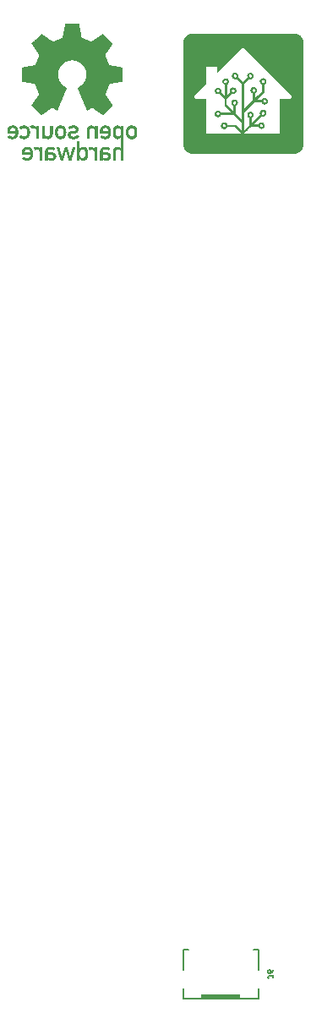
<source format=gbo>
G04*
G04 #@! TF.GenerationSoftware,Altium Limited,Altium Designer,22.1.2 (22)*
G04*
G04 Layer_Color=32896*
%FSAX24Y24*%
%MOIN*%
G70*
G04*
G04 #@! TF.SameCoordinates,7F836DD3-99AF-427D-BE5B-C3016D41F6B7*
G04*
G04*
G04 #@! TF.FilePolarity,Positive*
G04*
G01*
G75*
%ADD21C,0.0060*%
%ADD224C,0.0060*%
%ADD225R,0.1575X0.0197*%
G36*
X022147Y051941D02*
X022167D01*
Y051928D01*
X022174D01*
Y051901D01*
X022180D01*
Y051867D01*
X022187D01*
Y051827D01*
X022194D01*
Y051793D01*
X022201D01*
Y051753D01*
X022207D01*
Y051719D01*
X022214D01*
Y051685D01*
X022221D01*
Y051645D01*
X022228D01*
Y051611D01*
X022234D01*
Y051571D01*
X022241D01*
Y051537D01*
X022248D01*
Y051503D01*
X022255D01*
Y051470D01*
X022261D01*
Y051429D01*
X022268D01*
Y051409D01*
X022275D01*
Y051396D01*
X022288D01*
Y051389D01*
X022302D01*
Y051382D01*
X022315D01*
Y051375D01*
X022335D01*
Y051369D01*
X022349D01*
Y051362D01*
X022369D01*
Y051355D01*
X022383D01*
Y051348D01*
X022396D01*
Y051342D01*
X022416D01*
Y051335D01*
X022430D01*
Y051328D01*
X022450D01*
Y051321D01*
X022463D01*
Y051315D01*
X022484D01*
Y051308D01*
X022497D01*
Y051301D01*
X022517D01*
Y051294D01*
X022531D01*
Y051288D01*
X022544D01*
Y051281D01*
X022565D01*
Y051274D01*
X022578D01*
Y051267D01*
X022598D01*
Y051261D01*
X022612D01*
Y051254D01*
X022632D01*
Y051247D01*
X022666D01*
Y051254D01*
X022672D01*
Y051261D01*
X022686D01*
Y051267D01*
X022693D01*
Y051274D01*
X022706D01*
Y051281D01*
X022713D01*
Y051288D01*
X022726D01*
Y051294D01*
X022733D01*
Y051301D01*
X022740D01*
Y051308D01*
X022753D01*
Y051315D01*
X022760D01*
Y051321D01*
X022773D01*
Y051328D01*
X022780D01*
Y051335D01*
X022794D01*
Y051342D01*
X022800D01*
Y051348D01*
X022814D01*
Y051355D01*
X022821D01*
Y051362D01*
X022834D01*
Y051369D01*
X022841D01*
Y051375D01*
X022848D01*
Y051382D01*
X022861D01*
Y051389D01*
X022868D01*
Y051396D01*
X022881D01*
Y051402D01*
X022888D01*
Y051409D01*
X022902D01*
Y051416D01*
X022908D01*
Y051423D01*
X022922D01*
Y051429D01*
X022928D01*
Y051436D01*
X022935D01*
Y051443D01*
X022949D01*
Y051449D01*
X022955D01*
Y051456D01*
X022969D01*
Y051463D01*
X022976D01*
Y051470D01*
X022989D01*
Y051476D01*
X022996D01*
Y051483D01*
X023009D01*
Y051490D01*
X023016D01*
Y051497D01*
X023030D01*
Y051503D01*
X023036D01*
Y051510D01*
X023043D01*
Y051517D01*
X023057D01*
Y051524D01*
X023063D01*
Y051530D01*
X023077D01*
Y051537D01*
X023083D01*
Y051544D01*
X023097D01*
Y051551D01*
X023110D01*
Y051544D01*
X023124D01*
Y051537D01*
X023131D01*
Y051530D01*
X023137D01*
Y051524D01*
X023144D01*
Y051517D01*
X023151D01*
Y051510D01*
X023158D01*
Y051503D01*
X023164D01*
Y051497D01*
X023171D01*
Y051490D01*
X023178D01*
Y051483D01*
X023185D01*
Y051476D01*
X023191D01*
Y051470D01*
X023198D01*
Y051463D01*
X023205D01*
Y051456D01*
X023212D01*
Y051449D01*
X023218D01*
Y051443D01*
X023225D01*
Y051436D01*
X023232D01*
Y051429D01*
X023238D01*
Y051423D01*
X023245D01*
Y051416D01*
X023252D01*
Y051409D01*
X023259D01*
Y051402D01*
X023265D01*
Y051396D01*
X023272D01*
Y051389D01*
X023279D01*
Y051382D01*
X023286D01*
Y051375D01*
X023292D01*
Y051369D01*
X023299D01*
Y051362D01*
X023306D01*
Y051355D01*
X023313D01*
Y051348D01*
X023319D01*
Y051342D01*
X023326D01*
Y051335D01*
X023333D01*
Y051328D01*
X023340D01*
Y051321D01*
X023346D01*
Y051315D01*
X023353D01*
Y051308D01*
X023360D01*
Y051301D01*
X023367D01*
Y051294D01*
X023373D01*
Y051288D01*
X023380D01*
Y051281D01*
X023387D01*
Y051274D01*
X023393D01*
Y051267D01*
X023400D01*
Y051261D01*
X023407D01*
Y051254D01*
X023414D01*
Y051247D01*
X023420D01*
Y051241D01*
X023427D01*
Y051234D01*
X023434D01*
Y051227D01*
X023441D01*
Y051220D01*
X023447D01*
Y051214D01*
X023454D01*
Y051207D01*
X023461D01*
Y051200D01*
X023468D01*
Y051193D01*
X023474D01*
Y051187D01*
X023481D01*
Y051180D01*
X023488D01*
Y051146D01*
X023481D01*
Y051133D01*
X023474D01*
Y051126D01*
X023468D01*
Y051119D01*
X023461D01*
Y051106D01*
X023454D01*
Y051099D01*
X023447D01*
Y051086D01*
X023441D01*
Y051079D01*
X023434D01*
Y051065D01*
X023427D01*
Y051059D01*
X023420D01*
Y051045D01*
X023414D01*
Y051038D01*
X023407D01*
Y051032D01*
X023400D01*
Y051018D01*
X023393D01*
Y051011D01*
X023387D01*
Y050998D01*
X023380D01*
Y050991D01*
X023373D01*
Y050978D01*
X023367D01*
Y050971D01*
X023360D01*
Y050957D01*
X023353D01*
Y050951D01*
X023346D01*
Y050937D01*
X023340D01*
Y050931D01*
X023333D01*
Y050917D01*
X023326D01*
Y050910D01*
X023319D01*
Y050904D01*
X023313D01*
Y050890D01*
X023306D01*
Y050883D01*
X023299D01*
Y050870D01*
X023292D01*
Y050863D01*
X023286D01*
Y050850D01*
X023279D01*
Y050843D01*
X023272D01*
Y050829D01*
X023265D01*
Y050823D01*
X023259D01*
Y050809D01*
X023252D01*
Y050802D01*
X023245D01*
Y050796D01*
X023238D01*
Y050782D01*
X023232D01*
Y050776D01*
X023225D01*
Y050762D01*
X023218D01*
Y050755D01*
X023212D01*
Y050742D01*
X023205D01*
Y050735D01*
X023198D01*
Y050688D01*
X023205D01*
Y050674D01*
X023212D01*
Y050654D01*
X023218D01*
Y050641D01*
X023225D01*
Y050627D01*
X023232D01*
Y050607D01*
X023238D01*
Y050594D01*
X023245D01*
Y050580D01*
X023252D01*
Y050560D01*
X023259D01*
Y050546D01*
X023265D01*
Y050533D01*
X023272D01*
Y050513D01*
X023279D01*
Y050499D01*
X023286D01*
Y050486D01*
X023292D01*
Y050466D01*
X023299D01*
Y050452D01*
X023306D01*
Y050439D01*
X023313D01*
Y050418D01*
X023319D01*
Y050405D01*
X023326D01*
Y050391D01*
X023333D01*
Y050371D01*
X023340D01*
Y050358D01*
X023346D01*
Y050344D01*
X023353D01*
Y050331D01*
X023360D01*
Y050324D01*
X023380D01*
Y050317D01*
X023420D01*
Y050311D01*
X023454D01*
Y050304D01*
X023488D01*
Y050297D01*
X023522D01*
Y050290D01*
X023562D01*
Y050284D01*
X023596D01*
Y050277D01*
X023636D01*
Y050270D01*
X023670D01*
Y050263D01*
X023703D01*
Y050257D01*
X023744D01*
Y050250D01*
X023778D01*
Y050243D01*
X023818D01*
Y050236D01*
X023852D01*
Y050230D01*
X023879D01*
Y050223D01*
X023885D01*
Y050203D01*
X023892D01*
Y049697D01*
X023885D01*
Y049684D01*
X023879D01*
Y049677D01*
X023872D01*
Y049670D01*
X023845D01*
Y049664D01*
X023805D01*
Y049657D01*
X023771D01*
Y049650D01*
X023730D01*
Y049643D01*
X023697D01*
Y049637D01*
X023663D01*
Y049630D01*
X023629D01*
Y049623D01*
X023589D01*
Y049616D01*
X023555D01*
Y049610D01*
X023515D01*
Y049603D01*
X023481D01*
Y049596D01*
X023441D01*
Y049589D01*
X023407D01*
Y049583D01*
X023380D01*
Y049576D01*
X023373D01*
Y049569D01*
X023367D01*
Y049563D01*
X023360D01*
Y049549D01*
X023353D01*
Y049529D01*
X023346D01*
Y049515D01*
X023340D01*
Y049495D01*
X023333D01*
Y049482D01*
X023326D01*
Y049461D01*
X023319D01*
Y049448D01*
X023313D01*
Y049428D01*
X023306D01*
Y049414D01*
X023299D01*
Y049394D01*
X023292D01*
Y049381D01*
X023286D01*
Y049360D01*
X023279D01*
Y049347D01*
X023272D01*
Y049327D01*
X023265D01*
Y049313D01*
X023259D01*
Y049293D01*
X023252D01*
Y049279D01*
X023245D01*
Y049259D01*
X023238D01*
Y049246D01*
X023232D01*
Y049226D01*
X023225D01*
Y049212D01*
X023218D01*
Y049192D01*
X023212D01*
Y049151D01*
X023218D01*
Y049138D01*
X023225D01*
Y049131D01*
X023232D01*
Y049118D01*
X023238D01*
Y049111D01*
X023245D01*
Y049097D01*
X023252D01*
Y049091D01*
X023259D01*
Y049077D01*
X023265D01*
Y049071D01*
X023272D01*
Y049064D01*
X023279D01*
Y049050D01*
X023286D01*
Y049037D01*
X023292D01*
Y049030D01*
X023299D01*
Y049023D01*
X023306D01*
Y049010D01*
X023313D01*
Y049003D01*
X023319D01*
Y048990D01*
X023326D01*
Y048983D01*
X023333D01*
Y048969D01*
X023340D01*
Y048963D01*
X023346D01*
Y048949D01*
X023353D01*
Y048942D01*
X023360D01*
Y048936D01*
X023367D01*
Y048922D01*
X023373D01*
Y048916D01*
X023380D01*
Y048902D01*
X023387D01*
Y048895D01*
X023393D01*
Y048882D01*
X023400D01*
Y048875D01*
X023407D01*
Y048862D01*
X023414D01*
Y048855D01*
X023420D01*
Y048841D01*
X023427D01*
Y048835D01*
X023434D01*
Y048828D01*
X023441D01*
Y048814D01*
X023447D01*
Y048808D01*
X023454D01*
Y048794D01*
X023461D01*
Y048787D01*
X023468D01*
Y048774D01*
X023474D01*
Y048767D01*
X023481D01*
Y048754D01*
X023488D01*
Y048720D01*
X023481D01*
Y048713D01*
X023474D01*
Y048707D01*
X023468D01*
Y048700D01*
X023461D01*
Y048693D01*
X023454D01*
Y048686D01*
X023447D01*
Y048680D01*
X023441D01*
Y048673D01*
X023434D01*
Y048666D01*
X023427D01*
Y048659D01*
X023420D01*
Y048653D01*
X023414D01*
Y048646D01*
X023407D01*
Y048639D01*
X023400D01*
Y048632D01*
X023393D01*
Y048626D01*
X023387D01*
Y048619D01*
X023380D01*
Y048612D01*
X023373D01*
Y048606D01*
X023367D01*
Y048599D01*
X023360D01*
Y048592D01*
X023353D01*
Y048585D01*
X023346D01*
Y048579D01*
X023340D01*
Y048572D01*
X023333D01*
Y048565D01*
X023326D01*
Y048558D01*
X023319D01*
Y048552D01*
X023313D01*
Y048545D01*
X023306D01*
Y048538D01*
X023299D01*
Y048531D01*
X023292D01*
Y048525D01*
X023286D01*
Y048518D01*
X023279D01*
Y048511D01*
X023272D01*
Y048504D01*
X023265D01*
Y048498D01*
X023259D01*
Y048491D01*
X023252D01*
Y048484D01*
X023245D01*
Y048478D01*
X023238D01*
Y048471D01*
X023232D01*
Y048464D01*
X023225D01*
Y048457D01*
X023218D01*
Y048451D01*
X023212D01*
Y048444D01*
X023205D01*
Y048437D01*
X023198D01*
Y048430D01*
X023191D01*
Y048424D01*
X023185D01*
Y048417D01*
X023178D01*
Y048410D01*
X023171D01*
Y048403D01*
X023164D01*
Y048397D01*
X023158D01*
Y048390D01*
X023151D01*
Y048383D01*
X023144D01*
Y048376D01*
X023137D01*
Y048370D01*
X023131D01*
Y048363D01*
X023124D01*
Y048356D01*
X023090D01*
Y048363D01*
X023077D01*
Y048370D01*
X023070D01*
Y048376D01*
X023057D01*
Y048383D01*
X023050D01*
Y048390D01*
X023036D01*
Y048397D01*
X023030D01*
Y048403D01*
X023023D01*
Y048410D01*
X023009D01*
Y048417D01*
X023003D01*
Y048424D01*
X022989D01*
Y048430D01*
X022982D01*
Y048437D01*
X022969D01*
Y048444D01*
X022962D01*
Y048451D01*
X022949D01*
Y048457D01*
X022942D01*
Y048464D01*
X022928D01*
Y048471D01*
X022922D01*
Y048478D01*
X022915D01*
Y048484D01*
X022902D01*
Y048491D01*
X022895D01*
Y048498D01*
X022881D01*
Y048504D01*
X022875D01*
Y048511D01*
X022861D01*
Y048518D01*
X022854D01*
Y048525D01*
X022841D01*
Y048531D01*
X022834D01*
Y048538D01*
X022821D01*
Y048545D01*
X022814D01*
Y048552D01*
X022800D01*
Y048558D01*
X022794D01*
Y048565D01*
X022787D01*
Y048572D01*
X022773D01*
Y048579D01*
X022767D01*
Y048585D01*
X022753D01*
Y048592D01*
X022747D01*
Y048599D01*
X022733D01*
Y048606D01*
X022726D01*
Y048612D01*
X022713D01*
Y048619D01*
X022706D01*
Y048626D01*
X022693D01*
Y048632D01*
X022672D01*
Y048626D01*
X022659D01*
Y048619D01*
X022645D01*
Y048612D01*
X022632D01*
Y048606D01*
X022618D01*
Y048599D01*
X022612D01*
Y048592D01*
X022598D01*
Y048585D01*
X022585D01*
Y048579D01*
X022571D01*
Y048572D01*
X022558D01*
Y048565D01*
X022544D01*
Y048558D01*
X022531D01*
Y048552D01*
X022524D01*
Y048545D01*
X022511D01*
Y048538D01*
X022497D01*
Y048531D01*
X022477D01*
Y048538D01*
X022463D01*
Y048558D01*
X022457D01*
Y048572D01*
X022450D01*
Y048592D01*
X022443D01*
Y048606D01*
X022437D01*
Y048619D01*
X022430D01*
Y048639D01*
X022423D01*
Y048653D01*
X022416D01*
Y048673D01*
X022410D01*
Y048686D01*
X022403D01*
Y048707D01*
X022396D01*
Y048720D01*
X022389D01*
Y048734D01*
X022383D01*
Y048754D01*
X022376D01*
Y048767D01*
X022369D01*
Y048787D01*
X022362D01*
Y048801D01*
X022356D01*
Y048821D01*
X022349D01*
Y048835D01*
X022342D01*
Y048848D01*
X022335D01*
Y048868D01*
X022329D01*
Y048882D01*
X022322D01*
Y048902D01*
X022315D01*
Y048916D01*
X022308D01*
Y048929D01*
X022302D01*
Y048949D01*
X022295D01*
Y048963D01*
X022288D01*
Y048983D01*
X022282D01*
Y048996D01*
X022275D01*
Y049017D01*
X022268D01*
Y049030D01*
X022261D01*
Y049044D01*
X022255D01*
Y049064D01*
X022248D01*
Y049077D01*
X022241D01*
Y049091D01*
X022234D01*
Y049111D01*
X022228D01*
Y049124D01*
X022221D01*
Y049145D01*
X022214D01*
Y049158D01*
X022207D01*
Y049178D01*
X022201D01*
Y049192D01*
X022194D01*
Y049212D01*
X022187D01*
Y049226D01*
X022180D01*
Y049239D01*
X022174D01*
Y049259D01*
X022167D01*
Y049273D01*
X022160D01*
Y049293D01*
X022153D01*
Y049306D01*
X022147D01*
Y049320D01*
X022140D01*
Y049340D01*
X022133D01*
Y049354D01*
X022127D01*
Y049374D01*
X022120D01*
Y049387D01*
X022113D01*
Y049408D01*
X022106D01*
Y049414D01*
X022113D01*
Y049428D01*
X022120D01*
Y049434D01*
X022133D01*
Y049441D01*
X022140D01*
Y049448D01*
X022153D01*
Y049455D01*
X022167D01*
Y049461D01*
X022174D01*
Y049468D01*
X022180D01*
Y049475D01*
X022194D01*
Y049482D01*
X022201D01*
Y049488D01*
X022207D01*
Y049495D01*
X022221D01*
Y049502D01*
X022228D01*
Y049509D01*
X022234D01*
Y049515D01*
X022248D01*
Y049522D01*
X022255D01*
Y049529D01*
X022261D01*
Y049536D01*
X022268D01*
Y049542D01*
X022275D01*
Y049549D01*
X022282D01*
Y049556D01*
X022288D01*
Y049563D01*
X022295D01*
Y049569D01*
X022302D01*
Y049576D01*
X022308D01*
Y049583D01*
X022315D01*
Y049589D01*
X022322D01*
Y049596D01*
X022329D01*
Y049610D01*
X022335D01*
Y049616D01*
X022342D01*
Y049623D01*
X022349D01*
Y049637D01*
X022356D01*
Y049643D01*
X022362D01*
Y049657D01*
X022369D01*
Y049664D01*
X022376D01*
Y049677D01*
X022383D01*
Y049691D01*
X022389D01*
Y049704D01*
X022396D01*
Y049717D01*
X022403D01*
Y049731D01*
X022410D01*
Y049751D01*
X022416D01*
Y049765D01*
X022423D01*
Y049792D01*
X022430D01*
Y049812D01*
X022437D01*
Y049846D01*
X022443D01*
Y049899D01*
X022450D01*
Y050001D01*
X022443D01*
Y050048D01*
X022437D01*
Y050081D01*
X022430D01*
Y050108D01*
X022423D01*
Y050129D01*
X022416D01*
Y050149D01*
X022410D01*
Y050162D01*
X022403D01*
Y050176D01*
X022396D01*
Y050189D01*
X022389D01*
Y050203D01*
X022383D01*
Y050216D01*
X022376D01*
Y050230D01*
X022369D01*
Y050243D01*
X022362D01*
Y050250D01*
X022356D01*
Y050263D01*
X022349D01*
Y050270D01*
X022342D01*
Y050284D01*
X022335D01*
Y050290D01*
X022329D01*
Y050297D01*
X022322D01*
Y050304D01*
X022315D01*
Y050317D01*
X022308D01*
Y050324D01*
X022302D01*
Y050331D01*
X022295D01*
Y050338D01*
X022288D01*
Y050344D01*
X022282D01*
Y050351D01*
X022275D01*
Y050358D01*
X022268D01*
Y050364D01*
X022255D01*
Y050371D01*
X022248D01*
Y050378D01*
X022241D01*
Y050385D01*
X022234D01*
Y050391D01*
X022221D01*
Y050398D01*
X022214D01*
Y050405D01*
X022207D01*
Y050412D01*
X022194D01*
Y050418D01*
X022187D01*
Y050425D01*
X022174D01*
Y050432D01*
X022160D01*
Y050439D01*
X022147D01*
Y050445D01*
X022133D01*
Y050452D01*
X022120D01*
Y050459D01*
X022106D01*
Y050466D01*
X022086D01*
Y050472D01*
X022066D01*
Y050479D01*
X022046D01*
Y050486D01*
X022019D01*
Y050493D01*
X021985D01*
Y050499D01*
X021931D01*
Y050506D01*
X021857D01*
Y050499D01*
X021803D01*
Y050493D01*
X021763D01*
Y050486D01*
X021736D01*
Y050479D01*
X021715D01*
Y050472D01*
X021695D01*
Y050466D01*
X021682D01*
Y050459D01*
X021668D01*
Y050452D01*
X021655D01*
Y050445D01*
X021641D01*
Y050439D01*
X021628D01*
Y050432D01*
X021614D01*
Y050425D01*
X021601D01*
Y050418D01*
X021594D01*
Y050412D01*
X021581D01*
Y050405D01*
X021574D01*
Y050398D01*
X021560D01*
Y050391D01*
X021554D01*
Y050385D01*
X021547D01*
Y050378D01*
X021540D01*
Y050371D01*
X021527D01*
Y050364D01*
X021520D01*
Y050358D01*
X021513D01*
Y050351D01*
X021507D01*
Y050344D01*
X021500D01*
Y050338D01*
X021493D01*
Y050331D01*
X021486D01*
Y050324D01*
X021480D01*
Y050317D01*
X021473D01*
Y050311D01*
X021466D01*
Y050297D01*
X021459D01*
Y050290D01*
X021453D01*
Y050284D01*
X021446D01*
Y050270D01*
X021439D01*
Y050263D01*
X021432D01*
Y050250D01*
X021426D01*
Y050243D01*
X021419D01*
Y050230D01*
X021412D01*
Y050223D01*
X021405D01*
Y050209D01*
X021399D01*
Y050196D01*
X021392D01*
Y050182D01*
X021385D01*
Y050169D01*
X021378D01*
Y050149D01*
X021372D01*
Y050135D01*
X021365D01*
Y050115D01*
X021358D01*
Y050088D01*
X021352D01*
Y050061D01*
X021345D01*
Y050014D01*
X021338D01*
Y049879D01*
X021345D01*
Y049839D01*
X021352D01*
Y049812D01*
X021358D01*
Y049785D01*
X021365D01*
Y049765D01*
X021372D01*
Y049744D01*
X021378D01*
Y049731D01*
X021385D01*
Y049717D01*
X021392D01*
Y049704D01*
X021399D01*
Y049691D01*
X021405D01*
Y049677D01*
X021412D01*
Y049664D01*
X021419D01*
Y049650D01*
X021426D01*
Y049643D01*
X021432D01*
Y049630D01*
X021439D01*
Y049623D01*
X021446D01*
Y049616D01*
X021453D01*
Y049603D01*
X021459D01*
Y049596D01*
X021466D01*
Y049589D01*
X021473D01*
Y049583D01*
X021480D01*
Y049576D01*
X021486D01*
Y049563D01*
X021493D01*
Y049556D01*
X021500D01*
Y049549D01*
X021507D01*
Y049542D01*
X021520D01*
Y049536D01*
X021527D01*
Y049529D01*
X021533D01*
Y049522D01*
X021540D01*
Y049515D01*
X021547D01*
Y049509D01*
X021560D01*
Y049502D01*
X021567D01*
Y049495D01*
X021574D01*
Y049488D01*
X021587D01*
Y049482D01*
X021594D01*
Y049475D01*
X021601D01*
Y049468D01*
X021614D01*
Y049461D01*
X021621D01*
Y049455D01*
X021635D01*
Y049448D01*
X021648D01*
Y049441D01*
X021655D01*
Y049434D01*
X021668D01*
Y049428D01*
X021675D01*
Y049394D01*
X021668D01*
Y049374D01*
X021662D01*
Y049360D01*
X021655D01*
Y049340D01*
X021648D01*
Y049327D01*
X021641D01*
Y049313D01*
X021635D01*
Y049293D01*
X021628D01*
Y049279D01*
X021621D01*
Y049259D01*
X021614D01*
Y049246D01*
X021608D01*
Y049226D01*
X021601D01*
Y049212D01*
X021594D01*
Y049199D01*
X021587D01*
Y049178D01*
X021581D01*
Y049165D01*
X021574D01*
Y049145D01*
X021567D01*
Y049131D01*
X021560D01*
Y049118D01*
X021554D01*
Y049097D01*
X021547D01*
Y049084D01*
X021540D01*
Y049064D01*
X021533D01*
Y049050D01*
X021527D01*
Y049037D01*
X021520D01*
Y049017D01*
X021513D01*
Y049003D01*
X021507D01*
Y048983D01*
X021500D01*
Y048969D01*
X021493D01*
Y048949D01*
X021486D01*
Y048936D01*
X021480D01*
Y048922D01*
X021473D01*
Y048902D01*
X021466D01*
Y048889D01*
X021459D01*
Y048868D01*
X021453D01*
Y048855D01*
X021446D01*
Y048835D01*
X021439D01*
Y048821D01*
X021432D01*
Y048808D01*
X021426D01*
Y048787D01*
X021419D01*
Y048774D01*
X021412D01*
Y048754D01*
X021405D01*
Y048740D01*
X021399D01*
Y048727D01*
X021392D01*
Y048707D01*
X021385D01*
Y048693D01*
X021378D01*
Y048673D01*
X021372D01*
Y048659D01*
X021365D01*
Y048646D01*
X021358D01*
Y048626D01*
X021352D01*
Y048612D01*
X021345D01*
Y048592D01*
X021338D01*
Y048579D01*
X021331D01*
Y048558D01*
X021325D01*
Y048545D01*
X021318D01*
Y048538D01*
X021311D01*
Y048531D01*
X021291D01*
Y048538D01*
X021277D01*
Y048545D01*
X021264D01*
Y048552D01*
X021250D01*
Y048558D01*
X021244D01*
Y048565D01*
X021230D01*
Y048572D01*
X021217D01*
Y048579D01*
X021203D01*
Y048585D01*
X021190D01*
Y048592D01*
X021176D01*
Y048599D01*
X021163D01*
Y048606D01*
X021149D01*
Y048612D01*
X021143D01*
Y048619D01*
X021129D01*
Y048626D01*
X021116D01*
Y048632D01*
X021095D01*
Y048626D01*
X021082D01*
Y048619D01*
X021068D01*
Y048612D01*
X021062D01*
Y048606D01*
X021048D01*
Y048599D01*
X021042D01*
Y048592D01*
X021035D01*
Y048585D01*
X021021D01*
Y048579D01*
X021015D01*
Y048572D01*
X021001D01*
Y048565D01*
X020994D01*
Y048558D01*
X020981D01*
Y048552D01*
X020974D01*
Y048545D01*
X020961D01*
Y048538D01*
X020954D01*
Y048531D01*
X020947D01*
Y048525D01*
X020934D01*
Y048518D01*
X020927D01*
Y048511D01*
X020913D01*
Y048504D01*
X020907D01*
Y048498D01*
X020893D01*
Y048491D01*
X020887D01*
Y048484D01*
X020873D01*
Y048478D01*
X020866D01*
Y048471D01*
X020853D01*
Y048464D01*
X020846D01*
Y048457D01*
X020839D01*
Y048451D01*
X020826D01*
Y048444D01*
X020819D01*
Y048437D01*
X020806D01*
Y048430D01*
X020799D01*
Y048424D01*
X020785D01*
Y048417D01*
X020779D01*
Y048410D01*
X020765D01*
Y048403D01*
X020758D01*
Y048397D01*
X020745D01*
Y048390D01*
X020738D01*
Y048383D01*
X020725D01*
Y048376D01*
X020718D01*
Y048370D01*
X020711D01*
Y048363D01*
X020698D01*
Y048356D01*
X020664D01*
Y048363D01*
X020657D01*
Y048370D01*
X020651D01*
Y048376D01*
X020644D01*
Y048383D01*
X020637D01*
Y048390D01*
X020630D01*
Y048397D01*
X020624D01*
Y048403D01*
X020617D01*
Y048410D01*
X020610D01*
Y048417D01*
X020603D01*
Y048424D01*
X020597D01*
Y048430D01*
X020590D01*
Y048437D01*
X020583D01*
Y048444D01*
X020577D01*
Y048451D01*
X020570D01*
Y048457D01*
X020563D01*
Y048464D01*
X020556D01*
Y048471D01*
X020550D01*
Y048478D01*
X020543D01*
Y048484D01*
X020536D01*
Y048491D01*
X020529D01*
Y048498D01*
X020523D01*
Y048504D01*
X020516D01*
Y048511D01*
X020509D01*
Y048518D01*
X020502D01*
Y048525D01*
X020496D01*
Y048531D01*
X020489D01*
Y048538D01*
X020482D01*
Y048545D01*
X020475D01*
Y048552D01*
X020469D01*
Y048558D01*
X020462D01*
Y048565D01*
X020455D01*
Y048572D01*
X020448D01*
Y048579D01*
X020442D01*
Y048585D01*
X020435D01*
Y048592D01*
X020428D01*
Y048599D01*
X020422D01*
Y048606D01*
X020415D01*
Y048612D01*
X020408D01*
Y048619D01*
X020401D01*
Y048626D01*
X020395D01*
Y048632D01*
X020388D01*
Y048639D01*
X020381D01*
Y048646D01*
X020374D01*
Y048653D01*
X020368D01*
Y048659D01*
X020361D01*
Y048666D01*
X020354D01*
Y048673D01*
X020347D01*
Y048680D01*
X020341D01*
Y048686D01*
X020334D01*
Y048693D01*
X020327D01*
Y048700D01*
X020320D01*
Y048707D01*
X020314D01*
Y048713D01*
X020307D01*
Y048720D01*
X020300D01*
Y048727D01*
X020293D01*
Y048747D01*
X020300D01*
Y048761D01*
X020307D01*
Y048767D01*
X020314D01*
Y048781D01*
X020320D01*
Y048787D01*
X020327D01*
Y048801D01*
X020334D01*
Y048808D01*
X020341D01*
Y048814D01*
X020347D01*
Y048828D01*
X020354D01*
Y048835D01*
X020361D01*
Y048848D01*
X020368D01*
Y048855D01*
X020374D01*
Y048868D01*
X020381D01*
Y048875D01*
X020388D01*
Y048889D01*
X020395D01*
Y048895D01*
X020401D01*
Y048909D01*
X020408D01*
Y048916D01*
X020415D01*
Y048922D01*
X020422D01*
Y048936D01*
X020428D01*
Y048942D01*
X020435D01*
Y048956D01*
X020442D01*
Y048963D01*
X020448D01*
Y048976D01*
X020455D01*
Y048983D01*
X020462D01*
Y048996D01*
X020469D01*
Y049003D01*
X020475D01*
Y049017D01*
X020482D01*
Y049023D01*
X020489D01*
Y049030D01*
X020496D01*
Y049044D01*
X020502D01*
Y049050D01*
X020509D01*
Y049064D01*
X020516D01*
Y049071D01*
X020523D01*
Y049084D01*
X020529D01*
Y049091D01*
X020536D01*
Y049104D01*
X020543D01*
Y049111D01*
X020550D01*
Y049124D01*
X020556D01*
Y049131D01*
X020563D01*
Y049138D01*
X020570D01*
Y049151D01*
X020577D01*
Y049192D01*
X020570D01*
Y049205D01*
X020563D01*
Y049226D01*
X020556D01*
Y049239D01*
X020550D01*
Y049259D01*
X020543D01*
Y049273D01*
X020536D01*
Y049293D01*
X020529D01*
Y049306D01*
X020523D01*
Y049327D01*
X020516D01*
Y049340D01*
X020509D01*
Y049360D01*
X020502D01*
Y049374D01*
X020496D01*
Y049394D01*
X020489D01*
Y049408D01*
X020482D01*
Y049428D01*
X020475D01*
Y049441D01*
X020469D01*
Y049461D01*
X020462D01*
Y049475D01*
X020455D01*
Y049495D01*
X020448D01*
Y049509D01*
X020442D01*
Y049529D01*
X020435D01*
Y049542D01*
X020428D01*
Y049563D01*
X020422D01*
Y049569D01*
X020415D01*
Y049576D01*
X020408D01*
Y049583D01*
X020381D01*
Y049589D01*
X020341D01*
Y049596D01*
X020307D01*
Y049603D01*
X020267D01*
Y049610D01*
X020233D01*
Y049616D01*
X020199D01*
Y049623D01*
X020159D01*
Y049630D01*
X020125D01*
Y049637D01*
X020091D01*
Y049643D01*
X020051D01*
Y049650D01*
X020017D01*
Y049657D01*
X019977D01*
Y049664D01*
X019943D01*
Y049670D01*
X019916D01*
Y049677D01*
X019903D01*
Y049691D01*
X019896D01*
Y050209D01*
X019903D01*
Y050223D01*
X019909D01*
Y050230D01*
X019936D01*
Y050236D01*
X019970D01*
Y050243D01*
X020004D01*
Y050250D01*
X020044D01*
Y050257D01*
X020078D01*
Y050263D01*
X020118D01*
Y050270D01*
X020152D01*
Y050277D01*
X020186D01*
Y050284D01*
X020226D01*
Y050290D01*
X020260D01*
Y050297D01*
X020300D01*
Y050304D01*
X020334D01*
Y050311D01*
X020368D01*
Y050317D01*
X020408D01*
Y050324D01*
X020422D01*
Y050331D01*
X020428D01*
Y050338D01*
X020435D01*
Y050344D01*
X020442D01*
Y050364D01*
X020448D01*
Y050378D01*
X020455D01*
Y050391D01*
X020462D01*
Y050412D01*
X020469D01*
Y050425D01*
X020475D01*
Y050439D01*
X020482D01*
Y050459D01*
X020489D01*
Y050472D01*
X020496D01*
Y050486D01*
X020502D01*
Y050506D01*
X020509D01*
Y050519D01*
X020516D01*
Y050533D01*
X020523D01*
Y050553D01*
X020529D01*
Y050567D01*
X020536D01*
Y050580D01*
X020543D01*
Y050600D01*
X020550D01*
Y050614D01*
X020556D01*
Y050627D01*
X020563D01*
Y050648D01*
X020570D01*
Y050661D01*
X020577D01*
Y050674D01*
X020583D01*
Y050695D01*
X020590D01*
Y050728D01*
X020583D01*
Y050742D01*
X020577D01*
Y050749D01*
X020570D01*
Y050762D01*
X020563D01*
Y050769D01*
X020556D01*
Y050782D01*
X020550D01*
Y050789D01*
X020543D01*
Y050802D01*
X020536D01*
Y050809D01*
X020529D01*
Y050816D01*
X020523D01*
Y050829D01*
X020516D01*
Y050836D01*
X020509D01*
Y050850D01*
X020502D01*
Y050856D01*
X020496D01*
Y050870D01*
X020489D01*
Y050877D01*
X020482D01*
Y050890D01*
X020475D01*
Y050897D01*
X020469D01*
Y050910D01*
X020462D01*
Y050917D01*
X020455D01*
Y050924D01*
X020448D01*
Y050937D01*
X020442D01*
Y050944D01*
X020435D01*
Y050957D01*
X020428D01*
Y050964D01*
X020422D01*
Y050978D01*
X020415D01*
Y050984D01*
X020408D01*
Y050998D01*
X020401D01*
Y051005D01*
X020395D01*
Y051018D01*
X020388D01*
Y051025D01*
X020381D01*
Y051038D01*
X020374D01*
Y051045D01*
X020368D01*
Y051052D01*
X020361D01*
Y051065D01*
X020354D01*
Y051072D01*
X020347D01*
Y051086D01*
X020341D01*
Y051092D01*
X020334D01*
Y051106D01*
X020327D01*
Y051112D01*
X020320D01*
Y051126D01*
X020314D01*
Y051133D01*
X020307D01*
Y051146D01*
X020300D01*
Y051153D01*
X020293D01*
Y051173D01*
X020300D01*
Y051180D01*
X020307D01*
Y051187D01*
X020314D01*
Y051193D01*
X020320D01*
Y051200D01*
X020327D01*
Y051207D01*
X020334D01*
Y051214D01*
X020341D01*
Y051220D01*
X020347D01*
Y051227D01*
X020354D01*
Y051234D01*
X020361D01*
Y051241D01*
X020368D01*
Y051247D01*
X020374D01*
Y051254D01*
X020381D01*
Y051261D01*
X020388D01*
Y051267D01*
X020395D01*
Y051274D01*
X020401D01*
Y051281D01*
X020408D01*
Y051288D01*
X020415D01*
Y051294D01*
X020422D01*
Y051301D01*
X020428D01*
Y051308D01*
X020435D01*
Y051315D01*
X020442D01*
Y051321D01*
X020448D01*
Y051328D01*
X020455D01*
Y051335D01*
X020462D01*
Y051342D01*
X020469D01*
Y051348D01*
X020475D01*
Y051355D01*
X020482D01*
Y051362D01*
X020489D01*
Y051369D01*
X020496D01*
Y051375D01*
X020502D01*
Y051382D01*
X020509D01*
Y051389D01*
X020516D01*
Y051396D01*
X020523D01*
Y051402D01*
X020529D01*
Y051409D01*
X020536D01*
Y051416D01*
X020543D01*
Y051423D01*
X020550D01*
Y051429D01*
X020556D01*
Y051436D01*
X020563D01*
Y051443D01*
X020570D01*
Y051449D01*
X020577D01*
Y051456D01*
X020583D01*
Y051463D01*
X020590D01*
Y051470D01*
X020597D01*
Y051476D01*
X020603D01*
Y051483D01*
X020610D01*
Y051490D01*
X020617D01*
Y051497D01*
X020624D01*
Y051503D01*
X020630D01*
Y051510D01*
X020637D01*
Y051517D01*
X020644D01*
Y051524D01*
X020651D01*
Y051530D01*
X020657D01*
Y051537D01*
X020664D01*
Y051544D01*
X020671D01*
Y051551D01*
X020691D01*
Y051544D01*
X020698D01*
Y051537D01*
X020711D01*
Y051530D01*
X020718D01*
Y051524D01*
X020732D01*
Y051517D01*
X020738D01*
Y051510D01*
X020752D01*
Y051503D01*
X020758D01*
Y051497D01*
X020772D01*
Y051490D01*
X020779D01*
Y051483D01*
X020792D01*
Y051476D01*
X020799D01*
Y051470D01*
X020806D01*
Y051463D01*
X020819D01*
Y051456D01*
X020826D01*
Y051449D01*
X020839D01*
Y051443D01*
X020846D01*
Y051436D01*
X020860D01*
Y051429D01*
X020866D01*
Y051423D01*
X020880D01*
Y051416D01*
X020887D01*
Y051409D01*
X020900D01*
Y051402D01*
X020907D01*
Y051396D01*
X020920D01*
Y051389D01*
X020927D01*
Y051382D01*
X020934D01*
Y051375D01*
X020947D01*
Y051369D01*
X020954D01*
Y051362D01*
X020967D01*
Y051355D01*
X020974D01*
Y051348D01*
X020988D01*
Y051342D01*
X020994D01*
Y051335D01*
X021008D01*
Y051328D01*
X021015D01*
Y051321D01*
X021028D01*
Y051315D01*
X021035D01*
Y051308D01*
X021042D01*
Y051301D01*
X021055D01*
Y051294D01*
X021062D01*
Y051288D01*
X021075D01*
Y051281D01*
X021082D01*
Y051274D01*
X021095D01*
Y051267D01*
X021102D01*
Y051261D01*
X021116D01*
Y051254D01*
X021122D01*
Y051247D01*
X021156D01*
Y051254D01*
X021170D01*
Y051261D01*
X021190D01*
Y051267D01*
X021203D01*
Y051274D01*
X021223D01*
Y051281D01*
X021237D01*
Y051288D01*
X021257D01*
Y051294D01*
X021271D01*
Y051301D01*
X021291D01*
Y051308D01*
X021304D01*
Y051315D01*
X021325D01*
Y051321D01*
X021338D01*
Y051328D01*
X021352D01*
Y051335D01*
X021372D01*
Y051342D01*
X021385D01*
Y051348D01*
X021405D01*
Y051355D01*
X021419D01*
Y051362D01*
X021439D01*
Y051369D01*
X021453D01*
Y051375D01*
X021466D01*
Y051382D01*
X021486D01*
Y051389D01*
X021500D01*
Y051396D01*
X021507D01*
Y051402D01*
X021513D01*
Y051409D01*
X021520D01*
Y051436D01*
X021527D01*
Y051476D01*
X021533D01*
Y051510D01*
X021540D01*
Y051551D01*
X021547D01*
Y051584D01*
X021554D01*
Y051618D01*
X021560D01*
Y051652D01*
X021567D01*
Y051692D01*
X021574D01*
Y051726D01*
X021581D01*
Y051766D01*
X021587D01*
Y051800D01*
X021594D01*
Y051834D01*
X021601D01*
Y051874D01*
X021608D01*
Y051908D01*
X021614D01*
Y051935D01*
X021621D01*
Y051941D01*
X021635D01*
Y051948D01*
X022147D01*
Y051941D01*
D02*
G37*
G36*
X021129Y047581D02*
X021122D01*
Y047527D01*
X021116D01*
Y047507D01*
X021109D01*
Y047494D01*
X021102D01*
Y047480D01*
X021095D01*
Y047473D01*
X021089D01*
Y047467D01*
X021082D01*
Y047453D01*
X021075D01*
Y047446D01*
X021062D01*
Y047440D01*
X021055D01*
Y047433D01*
X021048D01*
Y047426D01*
X021042D01*
Y047419D01*
X021028D01*
Y047413D01*
X021008D01*
Y047406D01*
X020988D01*
Y047399D01*
X020900D01*
Y047406D01*
X020873D01*
Y047413D01*
X020860D01*
Y047419D01*
X020846D01*
Y047426D01*
X020839D01*
Y047433D01*
X020826D01*
Y047440D01*
X020819D01*
Y047446D01*
X020812D01*
Y047460D01*
X020806D01*
Y047406D01*
X020698D01*
Y047938D01*
X020806D01*
Y047588D01*
X020812D01*
Y047568D01*
X020819D01*
Y047554D01*
X020826D01*
Y047547D01*
X020833D01*
Y047534D01*
X020839D01*
Y047527D01*
X020853D01*
Y047521D01*
X020866D01*
Y047514D01*
X020887D01*
Y047507D01*
X020934D01*
Y047514D01*
X020954D01*
Y047521D01*
X020967D01*
Y047527D01*
X020981D01*
Y047534D01*
X020988D01*
Y047541D01*
X020994D01*
Y047554D01*
X021001D01*
Y047568D01*
X021008D01*
Y047588D01*
X021015D01*
Y047938D01*
X021129D01*
Y047581D01*
D02*
G37*
G36*
X020044Y047938D02*
X020071D01*
Y047932D01*
X020091D01*
Y047925D01*
X020105D01*
Y047918D01*
X020118D01*
Y047911D01*
X020125D01*
Y047905D01*
X020138D01*
Y047898D01*
X020145D01*
Y047891D01*
X020152D01*
Y047884D01*
X020159D01*
Y047878D01*
X020165D01*
Y047871D01*
X020172D01*
Y047864D01*
X020179D01*
Y047851D01*
X020186D01*
Y047844D01*
X020192D01*
Y047831D01*
X020199D01*
Y047817D01*
X020206D01*
Y047804D01*
X020213D01*
Y047783D01*
X020219D01*
Y047763D01*
X020226D01*
Y047723D01*
X020233D01*
Y047622D01*
X020226D01*
Y047581D01*
X020219D01*
Y047561D01*
X020213D01*
Y047541D01*
X020206D01*
Y047527D01*
X020199D01*
Y047514D01*
X020192D01*
Y047500D01*
X020186D01*
Y047487D01*
X020179D01*
Y047480D01*
X020172D01*
Y047473D01*
X020165D01*
Y047467D01*
X020159D01*
Y047460D01*
X020152D01*
Y047453D01*
X020145D01*
Y047446D01*
X020138D01*
Y047440D01*
X020125D01*
Y047433D01*
X020118D01*
Y047426D01*
X020105D01*
Y047419D01*
X020091D01*
Y047413D01*
X020071D01*
Y047406D01*
X020044D01*
Y047399D01*
X019936D01*
Y047406D01*
X019909D01*
Y047413D01*
X019896D01*
Y047419D01*
X019882D01*
Y047426D01*
X019869D01*
Y047433D01*
X019855D01*
Y047440D01*
X019849D01*
Y047446D01*
X019835D01*
Y047453D01*
X019828D01*
Y047460D01*
X019822D01*
Y047467D01*
X019815D01*
Y047473D01*
X019808D01*
Y047480D01*
X019802D01*
Y047487D01*
X019795D01*
Y047494D01*
X019802D01*
Y047500D01*
X019808D01*
Y047507D01*
X019815D01*
Y047514D01*
X019822D01*
Y047521D01*
X019828D01*
Y047527D01*
X019842D01*
Y047534D01*
X019849D01*
Y047541D01*
X019855D01*
Y047547D01*
X019862D01*
Y047554D01*
X019869D01*
Y047561D01*
X019882D01*
Y047554D01*
X019889D01*
Y047547D01*
X019896D01*
Y047541D01*
X019903D01*
Y047534D01*
X019909D01*
Y047527D01*
X019923D01*
Y047521D01*
X019936D01*
Y047514D01*
X019957D01*
Y047507D01*
X020017D01*
Y047514D01*
X020044D01*
Y047521D01*
X020058D01*
Y047527D01*
X020064D01*
Y047534D01*
X020078D01*
Y047541D01*
X020085D01*
Y047547D01*
X020091D01*
Y047561D01*
X020098D01*
Y047568D01*
X020105D01*
Y047588D01*
X020112D01*
Y047608D01*
X020118D01*
Y047669D01*
X020125D01*
Y047676D01*
X020118D01*
Y047736D01*
X020112D01*
Y047756D01*
X020105D01*
Y047777D01*
X020098D01*
Y047783D01*
X020091D01*
Y047797D01*
X020085D01*
Y047804D01*
X020078D01*
Y047810D01*
X020071D01*
Y047817D01*
X020058D01*
Y047824D01*
X020044D01*
Y047831D01*
X020017D01*
Y047837D01*
X019957D01*
Y047831D01*
X019936D01*
Y047824D01*
X019923D01*
Y047817D01*
X019909D01*
Y047810D01*
X019903D01*
Y047804D01*
X019896D01*
Y047797D01*
X019889D01*
Y047790D01*
X019882D01*
Y047783D01*
X019869D01*
Y047790D01*
X019862D01*
Y047797D01*
X019855D01*
Y047804D01*
X019849D01*
Y047810D01*
X019835D01*
Y047817D01*
X019828D01*
Y047824D01*
X019822D01*
Y047831D01*
X019815D01*
Y047837D01*
X019808D01*
Y047844D01*
X019802D01*
Y047851D01*
X019795D01*
Y047857D01*
X019802D01*
Y047864D01*
X019808D01*
Y047871D01*
X019815D01*
Y047878D01*
X019822D01*
Y047884D01*
X019828D01*
Y047891D01*
X019835D01*
Y047898D01*
X019849D01*
Y047905D01*
X019855D01*
Y047911D01*
X019869D01*
Y047918D01*
X019882D01*
Y047925D01*
X019896D01*
Y047932D01*
X019909D01*
Y047938D01*
X019936D01*
Y047945D01*
X020044D01*
Y047938D01*
D02*
G37*
G36*
X023252D02*
X023279D01*
Y047932D01*
X023299D01*
Y047925D01*
X023313D01*
Y047918D01*
X023319D01*
Y047911D01*
X023333D01*
Y047905D01*
X023340D01*
Y047898D01*
X023346D01*
Y047891D01*
X023353D01*
Y047884D01*
X023360D01*
Y047878D01*
X023367D01*
Y047871D01*
X023373D01*
Y047864D01*
X023380D01*
Y047851D01*
X023387D01*
Y047837D01*
X023393D01*
Y047831D01*
X023400D01*
Y047817D01*
Y047810D01*
X023407D01*
Y047790D01*
X023414D01*
Y047770D01*
X023420D01*
Y047729D01*
X023427D01*
Y047608D01*
X023420D01*
Y047574D01*
X023414D01*
Y047547D01*
X023407D01*
Y047527D01*
X023400D01*
Y047514D01*
X023393D01*
Y047500D01*
X023387D01*
Y047494D01*
X023380D01*
Y047480D01*
X023373D01*
Y047473D01*
X023367D01*
Y047467D01*
X023360D01*
Y047460D01*
X023353D01*
Y047453D01*
X023346D01*
Y047446D01*
X023340D01*
Y047440D01*
X023333D01*
Y047433D01*
X023319D01*
Y047426D01*
X023306D01*
Y047419D01*
X023292D01*
Y047413D01*
X023272D01*
Y047406D01*
X023252D01*
Y047399D01*
X023131D01*
Y047406D01*
X023104D01*
Y047413D01*
X023090D01*
Y047419D01*
X023070D01*
Y047426D01*
X023057D01*
Y047433D01*
X023050D01*
Y047440D01*
X023036D01*
Y047446D01*
X023030D01*
Y047453D01*
X023023D01*
Y047460D01*
X023016D01*
Y047467D01*
X023009D01*
Y047473D01*
X023003D01*
Y047480D01*
X022996D01*
Y047487D01*
X023003D01*
Y047494D01*
X023009D01*
Y047500D01*
X023016D01*
Y047507D01*
X023023D01*
Y047514D01*
X023030D01*
Y047521D01*
X023036D01*
Y047527D01*
X023050D01*
Y047534D01*
X023057D01*
Y047541D01*
X023063D01*
Y047547D01*
X023070D01*
Y047554D01*
X023077D01*
Y047547D01*
X023083D01*
Y047541D01*
X023090D01*
Y047534D01*
X023104D01*
Y047527D01*
X023110D01*
Y047521D01*
X023124D01*
Y047514D01*
X023137D01*
Y047507D01*
X023164D01*
Y047500D01*
X023218D01*
Y047507D01*
X023245D01*
Y047514D01*
X023259D01*
Y047521D01*
X023272D01*
Y047527D01*
X023279D01*
Y047534D01*
X023286D01*
Y047541D01*
X023292D01*
Y047554D01*
X023299D01*
Y047561D01*
X023306D01*
Y047581D01*
X023313D01*
Y047615D01*
X023319D01*
Y047628D01*
X022982D01*
Y047756D01*
X022989D01*
Y047790D01*
X022996D01*
Y047810D01*
X023003D01*
Y047824D01*
X023009D01*
Y047837D01*
X023016D01*
Y047851D01*
X023023D01*
Y047857D01*
X023030D01*
Y047864D01*
X023036D01*
Y047878D01*
X023043D01*
Y047884D01*
X023050D01*
Y047891D01*
X023057D01*
Y047898D01*
X023070D01*
Y047905D01*
X023077D01*
Y047911D01*
X023083D01*
Y047918D01*
X023097D01*
Y047925D01*
X023110D01*
Y047932D01*
X023131D01*
Y047938D01*
X023151D01*
Y047945D01*
X023252D01*
Y047938D01*
D02*
G37*
G36*
X019599D02*
X019620D01*
Y047932D01*
X019640D01*
Y047925D01*
X019653D01*
Y047918D01*
X019667D01*
Y047911D01*
X019673D01*
Y047905D01*
X019680D01*
Y047898D01*
X019694D01*
Y047891D01*
X019700D01*
Y047884D01*
X019707D01*
Y047871D01*
X019714D01*
Y047864D01*
X019721D01*
Y047857D01*
X019727D01*
Y047844D01*
X019734D01*
Y047831D01*
X019741D01*
Y047817D01*
X019748D01*
Y047797D01*
X019754D01*
Y047777D01*
X019761D01*
Y047743D01*
X019768D01*
Y047595D01*
X019761D01*
Y047561D01*
X019754D01*
Y047541D01*
X019748D01*
Y047521D01*
X019741D01*
Y047507D01*
X019734D01*
Y047500D01*
X019727D01*
Y047487D01*
X019721D01*
Y047480D01*
X019714D01*
Y047467D01*
X019707D01*
Y047460D01*
X019700D01*
Y047453D01*
X019694D01*
Y047446D01*
X019680D01*
Y047440D01*
X019673D01*
Y047433D01*
X019660D01*
Y047426D01*
X019653D01*
Y047419D01*
X019640D01*
Y047413D01*
X019620D01*
Y047406D01*
X019593D01*
Y047399D01*
X019478D01*
Y047406D01*
X019451D01*
Y047413D01*
X019431D01*
Y047419D01*
X019417D01*
Y047426D01*
X019404D01*
Y047433D01*
X019390D01*
Y047440D01*
X019384D01*
Y047446D01*
X019370D01*
Y047453D01*
X019363D01*
Y047460D01*
X019357D01*
Y047467D01*
X019350D01*
Y047473D01*
X019343D01*
Y047480D01*
X019337D01*
Y047487D01*
X019343D01*
Y047494D01*
X019350D01*
Y047500D01*
X019357D01*
Y047507D01*
X019363D01*
Y047514D01*
X019377D01*
Y047521D01*
X019384D01*
Y047527D01*
X019390D01*
Y047534D01*
X019397D01*
Y047541D01*
X019404D01*
Y047547D01*
X019411D01*
Y047554D01*
X019417D01*
Y047547D01*
X019424D01*
Y047541D01*
X019431D01*
Y047534D01*
X019444D01*
Y047527D01*
X019451D01*
Y047521D01*
X019465D01*
Y047514D01*
X019485D01*
Y047507D01*
X019505D01*
Y047500D01*
X019566D01*
Y047507D01*
X019586D01*
Y047514D01*
X019599D01*
Y047521D01*
X019613D01*
Y047527D01*
X019620D01*
Y047534D01*
X019626D01*
Y047541D01*
X019633D01*
Y047547D01*
X019640D01*
Y047561D01*
X019647D01*
Y047574D01*
X019653D01*
Y047595D01*
X019660D01*
Y047628D01*
X019337D01*
Y047790D01*
Y047797D01*
Y047804D01*
X019343D01*
Y047817D01*
X019350D01*
Y047831D01*
X019357D01*
Y047844D01*
X019363D01*
Y047857D01*
X019370D01*
Y047864D01*
X019377D01*
Y047871D01*
X019384D01*
Y047878D01*
X019390D01*
Y047884D01*
X019397D01*
Y047891D01*
X019404D01*
Y047898D01*
X019411D01*
Y047905D01*
X019417D01*
Y047911D01*
X019431D01*
Y047918D01*
X019444D01*
Y047925D01*
X019458D01*
Y047932D01*
X019471D01*
Y047938D01*
X019498D01*
Y047945D01*
X019599D01*
Y047938D01*
D02*
G37*
G36*
X022693D02*
X022713D01*
Y047932D01*
X022726D01*
Y047925D01*
X022740D01*
Y047918D01*
X022753D01*
Y047911D01*
X022760D01*
Y047905D01*
X022767D01*
Y047898D01*
X022773D01*
Y047891D01*
X022780D01*
Y047884D01*
X022787D01*
Y047938D01*
X022895D01*
Y047406D01*
X022787D01*
Y047736D01*
X022780D01*
Y047770D01*
X022773D01*
Y047783D01*
X022767D01*
Y047797D01*
X022760D01*
Y047804D01*
X022753D01*
Y047810D01*
X022747D01*
Y047817D01*
X022740D01*
Y047824D01*
X022726D01*
Y047831D01*
X022706D01*
Y047837D01*
X022652D01*
Y047831D01*
X022632D01*
Y047824D01*
X022618D01*
Y047817D01*
X022612D01*
Y047810D01*
X022605D01*
Y047804D01*
X022598D01*
Y047797D01*
X022592D01*
Y047783D01*
X022585D01*
Y047770D01*
X022578D01*
Y047406D01*
X022463D01*
Y047790D01*
X022470D01*
Y047824D01*
X022477D01*
Y047837D01*
X022484D01*
Y047851D01*
X022490D01*
Y047864D01*
X022497D01*
Y047878D01*
X022504D01*
Y047884D01*
X022511D01*
Y047891D01*
X022517D01*
Y047898D01*
X022524D01*
Y047905D01*
X022531D01*
Y047911D01*
X022544D01*
Y047918D01*
X022551D01*
Y047925D01*
X022565D01*
Y047932D01*
X022578D01*
Y047938D01*
X022605D01*
Y047945D01*
X022693D01*
Y047938D01*
D02*
G37*
G36*
X020374D02*
X020401D01*
Y047932D01*
X020415D01*
Y047925D01*
X020428D01*
Y047918D01*
X020435D01*
Y047911D01*
X020448D01*
Y047905D01*
X020455D01*
Y047898D01*
X020462D01*
Y047891D01*
X020469D01*
Y047938D01*
X020583D01*
Y047406D01*
X020469D01*
Y047763D01*
X020462D01*
Y047783D01*
X020455D01*
Y047797D01*
X020448D01*
Y047804D01*
X020442D01*
Y047810D01*
X020435D01*
Y047817D01*
X020422D01*
Y047824D01*
X020415D01*
Y047831D01*
X020395D01*
Y047837D01*
X020341D01*
Y047831D01*
X020320D01*
Y047824D01*
X020314D01*
Y047817D01*
X020300D01*
Y047810D01*
X020293D01*
Y047817D01*
X020287D01*
Y047824D01*
X020280D01*
Y047831D01*
X020273D01*
Y047844D01*
X020267D01*
Y047851D01*
X020260D01*
Y047857D01*
X020253D01*
Y047864D01*
X020246D01*
Y047871D01*
X020240D01*
Y047878D01*
X020233D01*
Y047891D01*
X020226D01*
Y047898D01*
X020219D01*
Y047911D01*
X020233D01*
Y047918D01*
X020240D01*
Y047925D01*
X020253D01*
Y047932D01*
X020267D01*
Y047938D01*
X020287D01*
Y047945D01*
X020374D01*
Y047938D01*
D02*
G37*
G36*
X024290D02*
X024317D01*
Y047932D01*
X024330D01*
Y047925D01*
X024350D01*
Y047918D01*
X024357D01*
Y047911D01*
X024371D01*
Y047905D01*
X024377D01*
Y047898D01*
X024384D01*
Y047891D01*
X024391D01*
Y047884D01*
X024398D01*
Y047878D01*
X024404D01*
Y047871D01*
X024411D01*
Y047864D01*
X024418D01*
Y047857D01*
X024425D01*
Y047844D01*
X024431D01*
Y047831D01*
X024438D01*
Y047817D01*
X024445D01*
Y047797D01*
X024452D01*
Y047763D01*
X024458D01*
Y047581D01*
X024452D01*
Y047547D01*
X024445D01*
Y047527D01*
X024438D01*
Y047514D01*
X024431D01*
Y047500D01*
X024425D01*
Y047487D01*
X024418D01*
Y047480D01*
X024411D01*
Y047473D01*
X024404D01*
Y047467D01*
X024398D01*
Y047460D01*
X024391D01*
Y047453D01*
X024384D01*
Y047446D01*
X024377D01*
Y047440D01*
X024371D01*
Y047433D01*
X024357D01*
Y047426D01*
X024350D01*
Y047419D01*
X024337D01*
Y047413D01*
X024317D01*
Y047406D01*
X024297D01*
Y047399D01*
X024182D01*
Y047406D01*
X024162D01*
Y047413D01*
X024142D01*
Y047419D01*
X024128D01*
Y047426D01*
X024115D01*
Y047433D01*
X024108D01*
Y047440D01*
X024101D01*
Y047446D01*
X024088D01*
Y047453D01*
X024081D01*
Y047460D01*
X024074D01*
Y047473D01*
X024067D01*
Y047480D01*
X024061D01*
Y047487D01*
X024054D01*
Y047494D01*
X024047D01*
Y047507D01*
X024040D01*
Y047521D01*
X024034D01*
Y047541D01*
X024027D01*
Y047568D01*
X024020D01*
Y047628D01*
X024013D01*
Y047716D01*
X024020D01*
Y047777D01*
X024027D01*
Y047804D01*
X024034D01*
Y047824D01*
X024040D01*
Y047837D01*
X024047D01*
Y047851D01*
X024054D01*
Y047857D01*
X024061D01*
Y047864D01*
X024067D01*
Y047871D01*
X024074D01*
Y047884D01*
X024081D01*
Y047891D01*
X024094D01*
Y047898D01*
X024101D01*
Y047905D01*
X024108D01*
Y047911D01*
X024115D01*
Y047918D01*
X024128D01*
Y047925D01*
X024142D01*
Y047932D01*
X024162D01*
Y047938D01*
X024182D01*
Y047945D01*
X024290D01*
Y047938D01*
D02*
G37*
G36*
X021998D02*
X022025D01*
Y047932D01*
X022046D01*
Y047925D01*
X022059D01*
Y047918D01*
X022073D01*
Y047911D01*
X022079D01*
Y047905D01*
X022086D01*
Y047898D01*
X022093D01*
Y047891D01*
X022100D01*
Y047884D01*
X022106D01*
Y047878D01*
X022113D01*
Y047871D01*
X022120D01*
Y047857D01*
X022127D01*
Y047844D01*
X022133D01*
Y047824D01*
X022140D01*
Y047736D01*
X022133D01*
Y047716D01*
X022127D01*
Y047702D01*
X022120D01*
Y047696D01*
X022113D01*
Y047689D01*
X022106D01*
Y047676D01*
X022100D01*
Y047669D01*
X022086D01*
Y047662D01*
X022079D01*
Y047655D01*
X022073D01*
Y047649D01*
X022059D01*
Y047642D01*
X022039D01*
Y047635D01*
X022012D01*
Y047628D01*
X021951D01*
Y047622D01*
X021884D01*
Y047615D01*
X021857D01*
Y047608D01*
X021843D01*
Y047601D01*
X021837D01*
Y047595D01*
X021830D01*
Y047541D01*
X021837D01*
Y047534D01*
X021843D01*
Y047527D01*
X021850D01*
Y047521D01*
X021857D01*
Y047514D01*
X021870D01*
Y047507D01*
X021897D01*
Y047500D01*
X021972D01*
Y047507D01*
X022005D01*
Y047514D01*
X022025D01*
Y047521D01*
X022039D01*
Y047527D01*
X022052D01*
Y047534D01*
X022059D01*
Y047541D01*
X022073D01*
Y047547D01*
X022079D01*
Y047554D01*
X022086D01*
Y047561D01*
X022093D01*
Y047568D01*
X022106D01*
Y047561D01*
X022113D01*
Y047554D01*
X022120D01*
Y047547D01*
X022127D01*
Y047541D01*
X022133D01*
Y047534D01*
X022140D01*
Y047527D01*
X022147D01*
Y047521D01*
X022153D01*
Y047514D01*
X022160D01*
Y047507D01*
X022167D01*
Y047500D01*
X022174D01*
Y047487D01*
X022167D01*
Y047480D01*
X022160D01*
Y047473D01*
X022147D01*
Y047467D01*
X022140D01*
Y047460D01*
X022133D01*
Y047453D01*
X022120D01*
Y047446D01*
X022106D01*
Y047440D01*
X022100D01*
Y047433D01*
X022086D01*
Y047426D01*
X022073D01*
Y047419D01*
X022052D01*
Y047413D01*
X022032D01*
Y047406D01*
X022005D01*
Y047399D01*
X021877D01*
Y047406D01*
X021843D01*
Y047413D01*
X021830D01*
Y047419D01*
X021810D01*
Y047426D01*
X021796D01*
Y047433D01*
X021790D01*
Y047440D01*
X021776D01*
Y047446D01*
X021769D01*
Y047453D01*
X021763D01*
Y047460D01*
X021756D01*
Y047467D01*
X021749D01*
Y047473D01*
X021742D01*
Y047487D01*
X021736D01*
Y047494D01*
X021729D01*
Y047514D01*
X021722D01*
Y047534D01*
X021715D01*
Y047595D01*
X021722D01*
Y047622D01*
X021729D01*
Y047642D01*
X021736D01*
Y047655D01*
X021742D01*
Y047662D01*
X021749D01*
Y047676D01*
X021756D01*
Y047682D01*
X021763D01*
Y047689D01*
X021776D01*
Y047696D01*
X021783D01*
Y047702D01*
X021796D01*
Y047709D01*
X021817D01*
Y047716D01*
X021837D01*
Y047723D01*
X021891D01*
Y047729D01*
X021978D01*
Y047736D01*
X021998D01*
Y047743D01*
X022012D01*
Y047750D01*
X022019D01*
Y047756D01*
X022025D01*
Y047763D01*
X022032D01*
Y047797D01*
X022025D01*
Y047810D01*
X022019D01*
Y047824D01*
X022005D01*
Y047831D01*
X021998D01*
Y047837D01*
X021972D01*
Y047844D01*
X021904D01*
Y047837D01*
X021877D01*
Y047831D01*
X021857D01*
Y047824D01*
X021843D01*
Y047817D01*
X021830D01*
Y047810D01*
X021817D01*
Y047804D01*
X021810D01*
Y047797D01*
X021790D01*
Y047804D01*
X021783D01*
Y047810D01*
X021776D01*
Y047824D01*
X021769D01*
Y047831D01*
X021763D01*
Y047837D01*
X021756D01*
Y047844D01*
X021749D01*
Y047851D01*
X021742D01*
Y047864D01*
X021736D01*
Y047871D01*
X021729D01*
Y047878D01*
X021736D01*
Y047884D01*
X021749D01*
Y047891D01*
X021756D01*
Y047898D01*
X021769D01*
Y047905D01*
X021776D01*
Y047911D01*
X021790D01*
Y047918D01*
X021803D01*
Y047925D01*
X021823D01*
Y047932D01*
X021843D01*
Y047938D01*
X021870D01*
Y047945D01*
X021998D01*
Y047938D01*
D02*
G37*
G36*
X021493D02*
X021513D01*
Y047932D01*
X021533D01*
Y047925D01*
X021547D01*
Y047918D01*
X021560D01*
Y047911D01*
X021567D01*
Y047905D01*
X021574D01*
Y047898D01*
X021581D01*
Y047891D01*
X021587D01*
Y047884D01*
X021594D01*
Y047878D01*
X021601D01*
Y047871D01*
X021608D01*
Y047864D01*
X021614D01*
Y047857D01*
X021621D01*
Y047844D01*
X021628D01*
Y047837D01*
X021635D01*
Y047824D01*
X021641D01*
Y047804D01*
X021648D01*
Y047770D01*
X021655D01*
Y047702D01*
X021662D01*
Y047662D01*
Y047655D01*
Y047642D01*
X021655D01*
Y047574D01*
X021648D01*
Y047541D01*
X021641D01*
Y047527D01*
X021635D01*
Y047507D01*
X021628D01*
Y047500D01*
X021621D01*
Y047487D01*
X021614D01*
Y047480D01*
X021608D01*
Y047473D01*
X021601D01*
Y047467D01*
X021594D01*
Y047460D01*
X021587D01*
Y047453D01*
X021581D01*
Y047446D01*
X021574D01*
Y047440D01*
X021567D01*
Y047433D01*
X021560D01*
Y047426D01*
X021547D01*
Y047419D01*
X021533D01*
Y047413D01*
X021513D01*
Y047406D01*
X021493D01*
Y047399D01*
X021378D01*
Y047406D01*
X021358D01*
Y047413D01*
X021338D01*
Y047419D01*
X021325D01*
Y047426D01*
X021318D01*
Y047433D01*
X021304D01*
Y047440D01*
X021298D01*
Y047446D01*
X021291D01*
Y047453D01*
X021284D01*
Y047460D01*
X021277D01*
Y047467D01*
X021271D01*
Y047473D01*
X021264D01*
Y047480D01*
X021257D01*
Y047487D01*
X021250D01*
Y047500D01*
X021244D01*
Y047514D01*
X021237D01*
Y047527D01*
X021230D01*
Y047547D01*
X021223D01*
Y047581D01*
X021217D01*
Y047763D01*
X021223D01*
Y047797D01*
X021230D01*
Y047817D01*
X021237D01*
Y047831D01*
X021244D01*
Y047844D01*
X021250D01*
Y047857D01*
X021257D01*
Y047864D01*
X021264D01*
Y047871D01*
X021271D01*
Y047878D01*
X021277D01*
Y047884D01*
X021284D01*
Y047891D01*
X021291D01*
Y047898D01*
X021298D01*
Y047905D01*
X021304D01*
Y047911D01*
X021318D01*
Y047918D01*
X021325D01*
Y047925D01*
X021338D01*
Y047932D01*
X021358D01*
Y047938D01*
X021385D01*
Y047945D01*
X021493D01*
Y047938D01*
D02*
G37*
G36*
X023724D02*
X023744D01*
Y047932D01*
X023764D01*
Y047925D01*
X023771D01*
Y047918D01*
X023784D01*
Y047911D01*
X023791D01*
Y047905D01*
X023805D01*
Y047898D01*
X023811D01*
Y047891D01*
X023818D01*
Y047938D01*
X023926D01*
Y046557D01*
X023818D01*
Y046907D01*
X023811D01*
Y046927D01*
X023805D01*
Y046941D01*
X023798D01*
Y046954D01*
X023791D01*
Y046961D01*
X023784D01*
Y046968D01*
X023778D01*
Y046975D01*
X023764D01*
Y046981D01*
X023751D01*
Y046988D01*
X023717D01*
Y046995D01*
X023703D01*
Y046988D01*
X023670D01*
Y046981D01*
X023656D01*
Y046975D01*
X023650D01*
Y046968D01*
X023643D01*
Y046961D01*
X023636D01*
Y046954D01*
X023629D01*
Y046948D01*
X023623D01*
Y046934D01*
X023616D01*
Y046914D01*
X023609D01*
Y046557D01*
X023501D01*
Y046564D01*
X023495D01*
Y046934D01*
X023501D01*
Y046975D01*
X023508D01*
Y046981D01*
Y046988D01*
X023515D01*
Y047008D01*
X023522D01*
Y047015D01*
X023528D01*
Y047029D01*
X023535D01*
Y047035D01*
X023542D01*
Y047042D01*
X023548D01*
Y047049D01*
X023555D01*
Y047056D01*
X023562D01*
Y047062D01*
X023569D01*
Y047069D01*
X023575D01*
Y047076D01*
X023589D01*
Y047083D01*
X023602D01*
Y047089D01*
X023616D01*
Y047096D01*
X023643D01*
Y047103D01*
X023717D01*
Y047096D01*
X023737D01*
Y047089D01*
X023757D01*
Y047083D01*
X023771D01*
Y047076D01*
X023784D01*
Y047069D01*
X023791D01*
Y047062D01*
X023798D01*
Y047056D01*
X023805D01*
Y047049D01*
X023811D01*
Y047042D01*
X023818D01*
Y047460D01*
X023811D01*
Y047453D01*
X023805D01*
Y047446D01*
X023798D01*
Y047440D01*
X023791D01*
Y047433D01*
X023784D01*
Y047426D01*
X023771D01*
Y047419D01*
X023757D01*
Y047413D01*
X023744D01*
Y047406D01*
X023724D01*
Y047399D01*
X023629D01*
Y047406D01*
X023609D01*
Y047413D01*
X023596D01*
Y047419D01*
X023582D01*
Y047426D01*
X023575D01*
Y047433D01*
X023562D01*
Y047440D01*
X023555D01*
Y047446D01*
X023548D01*
Y047453D01*
X023542D01*
Y047467D01*
X023535D01*
Y047473D01*
X023528D01*
Y047480D01*
X023522D01*
Y047494D01*
X023515D01*
Y047507D01*
X023508D01*
Y047534D01*
X023501D01*
Y047601D01*
X023495D01*
Y047743D01*
X023501D01*
Y047810D01*
X023508D01*
Y047831D01*
X023515D01*
Y047851D01*
X023522D01*
Y047864D01*
X023528D01*
Y047871D01*
X023535D01*
Y047878D01*
X023542D01*
Y047891D01*
X023548D01*
Y047898D01*
X023555D01*
Y047905D01*
X023562D01*
Y047911D01*
X023575D01*
Y047918D01*
X023582D01*
Y047925D01*
X023596D01*
Y047932D01*
X023609D01*
Y047938D01*
X023636D01*
Y047945D01*
X023724D01*
Y047938D01*
D02*
G37*
G36*
X023265Y047096D02*
X023299D01*
Y047089D01*
X023319D01*
Y047083D01*
X023333D01*
Y047076D01*
X023346D01*
Y047069D01*
X023353D01*
Y047062D01*
X023367D01*
Y047056D01*
X023373D01*
Y047049D01*
X023380D01*
Y047042D01*
X023387D01*
Y047035D01*
X023393D01*
Y047015D01*
X023380D01*
Y047008D01*
X023373D01*
Y047002D01*
X023367D01*
Y046995D01*
X023360D01*
Y046988D01*
X023346D01*
Y046981D01*
X023340D01*
Y046975D01*
X023333D01*
Y046968D01*
X023319D01*
Y046961D01*
X023306D01*
Y046968D01*
X023299D01*
Y046975D01*
X023292D01*
Y046981D01*
X023286D01*
Y046988D01*
X023272D01*
Y046995D01*
X023144D01*
Y046988D01*
X023131D01*
Y046981D01*
X023117D01*
Y046975D01*
X023110D01*
Y046961D01*
X023104D01*
Y046887D01*
X023097D01*
Y046880D01*
X023104D01*
Y046874D01*
X023110D01*
Y046880D01*
X023252D01*
Y046874D01*
X023306D01*
Y046867D01*
X023326D01*
Y046860D01*
X023340D01*
Y046853D01*
X023353D01*
Y046847D01*
X023367D01*
Y046840D01*
X023373D01*
Y046833D01*
X023380D01*
Y046826D01*
X023387D01*
Y046820D01*
X023393D01*
Y046813D01*
X023400D01*
Y046799D01*
X023407D01*
Y046786D01*
X023414D01*
Y046766D01*
X023420D01*
Y046732D01*
X023427D01*
Y046698D01*
X023420D01*
Y046665D01*
X023414D01*
Y046651D01*
X023407D01*
Y046638D01*
X023400D01*
Y046624D01*
X023393D01*
Y046617D01*
X023387D01*
Y046611D01*
X023380D01*
Y046604D01*
X023373D01*
Y046597D01*
X023367D01*
Y046591D01*
X023360D01*
Y046584D01*
X023346D01*
Y046577D01*
X023340D01*
Y046570D01*
X023319D01*
Y046564D01*
X023299D01*
Y046557D01*
X023164D01*
Y046564D01*
X023144D01*
Y046570D01*
X023131D01*
Y046577D01*
X023124D01*
Y046584D01*
X023117D01*
Y046591D01*
X023110D01*
Y046597D01*
X023104D01*
Y046604D01*
X023097D01*
Y046591D01*
X023104D01*
Y046564D01*
X023097D01*
Y046557D01*
X022996D01*
Y046564D01*
X022989D01*
Y046954D01*
X022996D01*
Y046961D01*
Y046968D01*
Y046988D01*
X023003D01*
Y047008D01*
X023009D01*
Y047022D01*
X023016D01*
Y047029D01*
X023023D01*
Y047035D01*
X023030D01*
Y047049D01*
X023036D01*
Y047056D01*
X023050D01*
Y047062D01*
X023057D01*
Y047069D01*
X023070D01*
Y047076D01*
X023083D01*
Y047083D01*
X023097D01*
Y047089D01*
X023124D01*
Y047096D01*
X023158D01*
Y047103D01*
X023265D01*
Y047096D01*
D02*
G37*
G36*
X021102D02*
X021136D01*
Y047089D01*
X021156D01*
Y047083D01*
X021170D01*
Y047076D01*
X021183D01*
Y047069D01*
X021197D01*
Y047062D01*
X021203D01*
Y047056D01*
X021210D01*
Y047049D01*
X021217D01*
Y047042D01*
X021223D01*
Y047035D01*
X021230D01*
Y047029D01*
X021237D01*
Y047022D01*
X021230D01*
Y047015D01*
X021223D01*
Y047008D01*
X021210D01*
Y047002D01*
X021203D01*
Y046995D01*
X021197D01*
Y046988D01*
X021183D01*
Y046981D01*
X021176D01*
Y046975D01*
X021170D01*
Y046968D01*
X021163D01*
Y046961D01*
X021143D01*
Y046968D01*
X021136D01*
Y046975D01*
X021129D01*
Y046981D01*
X021122D01*
Y046988D01*
X021102D01*
Y046995D01*
X020981D01*
Y046988D01*
X020967D01*
Y046981D01*
X020961D01*
Y046975D01*
X020954D01*
Y046968D01*
X020947D01*
Y046961D01*
X020940D01*
Y046880D01*
Y046874D01*
X020947D01*
Y046880D01*
X021089D01*
Y046874D01*
X021143D01*
Y046867D01*
X021163D01*
Y046860D01*
X021176D01*
Y046853D01*
X021190D01*
Y046847D01*
X021203D01*
Y046840D01*
X021210D01*
Y046833D01*
X021217D01*
Y046826D01*
X021223D01*
Y046820D01*
X021230D01*
Y046813D01*
X021237D01*
Y046799D01*
X021244D01*
Y046786D01*
X021250D01*
Y046772D01*
X021257D01*
Y046746D01*
X021264D01*
Y046692D01*
X021257D01*
Y046665D01*
X021250D01*
Y046644D01*
X021244D01*
Y046631D01*
X021237D01*
Y046624D01*
X021230D01*
Y046617D01*
X021223D01*
Y046611D01*
X021217D01*
Y046604D01*
X021210D01*
Y046597D01*
X021203D01*
Y046591D01*
X021197D01*
Y046584D01*
X021190D01*
Y046577D01*
X021176D01*
Y046570D01*
X021156D01*
Y046564D01*
X021136D01*
Y046557D01*
X021001D01*
Y046564D01*
X020981D01*
Y046570D01*
X020967D01*
Y046577D01*
X020961D01*
Y046584D01*
X020954D01*
Y046591D01*
X020947D01*
Y046604D01*
X020940D01*
Y046557D01*
X020833D01*
Y046564D01*
X020826D01*
Y046941D01*
X020833D01*
Y046981D01*
X020839D01*
Y047002D01*
X020846D01*
Y047015D01*
X020853D01*
Y047029D01*
X020860D01*
Y047035D01*
X020866D01*
Y047042D01*
X020873D01*
Y047049D01*
X020880D01*
Y047056D01*
X020887D01*
Y047062D01*
X020893D01*
Y047069D01*
X020907D01*
Y047076D01*
X020920D01*
Y047083D01*
X020934D01*
Y047089D01*
X020961D01*
Y047096D01*
X020994D01*
Y047103D01*
X021102D01*
Y047096D01*
D02*
G37*
G36*
X030694Y051564D02*
X030721D01*
Y051559D01*
X030738D01*
Y051554D01*
X030756D01*
Y051550D01*
X030770D01*
Y051546D01*
X030779D01*
Y051541D01*
X030793D01*
Y051536D01*
X030801D01*
Y051532D01*
X030810D01*
Y051528D01*
X030819D01*
Y051523D01*
X030828D01*
Y051519D01*
X030838D01*
Y051514D01*
X030842D01*
Y051509D01*
X030851D01*
Y051505D01*
X030856D01*
Y051501D01*
X030860D01*
Y051496D01*
X030869D01*
Y051491D01*
X030873D01*
Y051487D01*
X030878D01*
Y051483D01*
X030882D01*
Y051478D01*
X030891D01*
Y051473D01*
X030896D01*
Y051469D01*
X030900D01*
Y051465D01*
X030905D01*
Y051460D01*
X030910D01*
Y051455D01*
X030914D01*
Y051451D01*
X030919D01*
Y051442D01*
X030923D01*
Y051438D01*
X030928D01*
Y051433D01*
X030932D01*
Y051428D01*
X030937D01*
Y051420D01*
X030941D01*
Y051415D01*
X030945D01*
Y051410D01*
X030950D01*
Y051402D01*
X030954D01*
Y051397D01*
X030959D01*
Y051388D01*
X030963D01*
Y051379D01*
X030968D01*
Y051370D01*
X030972D01*
Y051361D01*
X030977D01*
Y051352D01*
X030982D01*
Y051339D01*
X030986D01*
Y051329D01*
X030991D01*
Y051316D01*
X030995D01*
Y051298D01*
X031000D01*
Y051280D01*
X031004D01*
Y051253D01*
X031009D01*
Y051203D01*
X031013D01*
Y047172D01*
X031009D01*
Y047131D01*
X031004D01*
Y047108D01*
X031000D01*
Y047091D01*
X030995D01*
Y047077D01*
X030991D01*
Y047063D01*
X030986D01*
Y047050D01*
X030982D01*
Y047041D01*
X030977D01*
Y047032D01*
X030972D01*
Y047023D01*
X030968D01*
Y047014D01*
X030963D01*
Y047005D01*
X030959D01*
Y047000D01*
X030954D01*
Y046992D01*
X030950D01*
Y046987D01*
X030945D01*
Y046978D01*
X030941D01*
Y046974D01*
X030937D01*
Y046969D01*
X030932D01*
Y046960D01*
X030928D01*
Y046955D01*
X030923D01*
Y046951D01*
X030919D01*
Y046947D01*
X030914D01*
Y046942D01*
X030910D01*
Y046937D01*
X030905D01*
Y046933D01*
X030900D01*
Y046929D01*
X030896D01*
Y046924D01*
X030891D01*
Y046919D01*
X030887D01*
Y046915D01*
X030882D01*
Y046911D01*
X030878D01*
Y046906D01*
X030869D01*
Y046901D01*
X030865D01*
Y046897D01*
X030860D01*
Y046892D01*
X030851D01*
Y046888D01*
X030847D01*
Y046884D01*
X030838D01*
Y046879D01*
X030833D01*
Y046874D01*
X030824D01*
Y046870D01*
X030815D01*
Y046866D01*
X030806D01*
Y046861D01*
X030797D01*
Y046856D01*
X030788D01*
Y046852D01*
X030775D01*
Y046848D01*
X030761D01*
Y046843D01*
X030747D01*
Y046838D01*
X030729D01*
Y046834D01*
X030707D01*
Y046830D01*
X030671D01*
Y046825D01*
X026621D01*
Y046830D01*
X026581D01*
Y046834D01*
X026558D01*
Y046838D01*
X026540D01*
Y046843D01*
X026527D01*
Y046848D01*
X026513D01*
Y046852D01*
X026504D01*
Y046856D01*
X026490D01*
Y046861D01*
X026481D01*
Y046866D01*
X026472D01*
Y046870D01*
X026463D01*
Y046874D01*
X026459D01*
Y046879D01*
X026450D01*
Y046884D01*
X026441D01*
Y046888D01*
X026437D01*
Y046892D01*
X026428D01*
Y046897D01*
X026423D01*
Y046901D01*
X026418D01*
Y046906D01*
X026409D01*
Y046911D01*
X026405D01*
Y046915D01*
X026400D01*
Y046919D01*
X026396D01*
Y046924D01*
X026391D01*
Y046929D01*
X026387D01*
Y046933D01*
X026383D01*
Y046937D01*
X026378D01*
Y046942D01*
X026374D01*
Y046947D01*
X026369D01*
Y046951D01*
X026365D01*
Y046955D01*
X026360D01*
Y046965D01*
X026356D01*
Y046969D01*
X026351D01*
Y046974D01*
X026346D01*
Y046982D01*
X026342D01*
Y046987D01*
X026337D01*
Y046996D01*
X026333D01*
Y047000D01*
X026328D01*
Y047010D01*
X026324D01*
Y047018D01*
X026319D01*
Y047023D01*
X026315D01*
Y047032D01*
X026311D01*
Y047045D01*
X026306D01*
Y047055D01*
X026302D01*
Y047068D01*
X026297D01*
Y047081D01*
X026293D01*
Y047095D01*
X026288D01*
Y047113D01*
X026284D01*
Y047140D01*
X026279D01*
Y050726D01*
Y050731D01*
Y051244D01*
X026284D01*
Y051276D01*
X026288D01*
Y051294D01*
X026293D01*
Y051311D01*
X026297D01*
Y051325D01*
X026302D01*
Y051339D01*
X026306D01*
Y051347D01*
X026311D01*
Y051361D01*
X026315D01*
Y051370D01*
X026319D01*
Y051379D01*
X026324D01*
Y051384D01*
X026328D01*
Y051392D01*
X026333D01*
Y051402D01*
X026337D01*
Y051406D01*
X026342D01*
Y051415D01*
X026346D01*
Y051420D01*
X026351D01*
Y051424D01*
X026356D01*
Y051433D01*
X026360D01*
Y051438D01*
X026365D01*
Y051442D01*
X026369D01*
Y051446D01*
X026374D01*
Y051451D01*
X026378D01*
Y051455D01*
X026383D01*
Y051460D01*
X026387D01*
Y051465D01*
X026391D01*
Y051469D01*
X026396D01*
Y051473D01*
X026400D01*
Y051478D01*
X026405D01*
Y051483D01*
X026409D01*
Y051487D01*
X026414D01*
Y051491D01*
X026418D01*
Y051496D01*
X026428D01*
Y051501D01*
X026432D01*
Y051505D01*
X026441D01*
Y051509D01*
X026446D01*
Y051514D01*
X026455D01*
Y051519D01*
X026459D01*
Y051523D01*
X026468D01*
Y051528D01*
X026477D01*
Y051532D01*
X026486D01*
Y051536D01*
X026495D01*
Y051541D01*
X026509D01*
Y051546D01*
X026518D01*
Y051550D01*
X026531D01*
Y051554D01*
X026549D01*
Y051559D01*
X026567D01*
Y051564D01*
X026594D01*
Y051568D01*
X030694D01*
Y051564D01*
D02*
G37*
G36*
X022025Y047076D02*
X022019D01*
Y047056D01*
X022012D01*
Y047035D01*
X022005D01*
Y047015D01*
X021998D01*
Y046995D01*
X021992D01*
Y046975D01*
X021985D01*
Y046948D01*
X021978D01*
Y046927D01*
X021972D01*
Y046907D01*
X021965D01*
Y046887D01*
X021958D01*
Y046867D01*
X021951D01*
Y046847D01*
X021945D01*
Y046826D01*
X021938D01*
Y046799D01*
X021931D01*
Y046779D01*
X021924D01*
Y046759D01*
X021918D01*
Y046739D01*
X021911D01*
Y046719D01*
X021904D01*
Y046698D01*
X021897D01*
Y046678D01*
X021891D01*
Y046658D01*
X021884D01*
Y046631D01*
X021877D01*
Y046611D01*
X021870D01*
Y046591D01*
X021864D01*
Y046570D01*
X021857D01*
Y046557D01*
X021763D01*
Y046564D01*
X021756D01*
Y046584D01*
X021749D01*
Y046604D01*
X021742D01*
Y046631D01*
X021736D01*
Y046651D01*
X021729D01*
Y046671D01*
X021722D01*
Y046692D01*
X021715D01*
Y046719D01*
X021709D01*
Y046739D01*
X021702D01*
Y046766D01*
X021695D01*
Y046786D01*
X021688D01*
Y046806D01*
X021682D01*
Y046833D01*
X021675D01*
Y046853D01*
X021668D01*
Y046874D01*
X021662D01*
Y046901D01*
X021655D01*
Y046921D01*
X021641D01*
Y046901D01*
X021635D01*
Y046874D01*
X021628D01*
Y046853D01*
X021621D01*
Y046833D01*
X021614D01*
Y046806D01*
X021608D01*
Y046786D01*
X021601D01*
Y046766D01*
X021594D01*
Y046746D01*
X021587D01*
Y046719D01*
X021581D01*
Y046698D01*
X021574D01*
Y046671D01*
X021567D01*
Y046651D01*
X021560D01*
Y046631D01*
X021554D01*
Y046604D01*
X021547D01*
Y046584D01*
X021540D01*
Y046564D01*
X021533D01*
Y046557D01*
X021439D01*
Y046570D01*
X021432D01*
Y046591D01*
X021426D01*
Y046611D01*
X021419D01*
Y046631D01*
X021412D01*
Y046651D01*
X021405D01*
Y046671D01*
X021399D01*
Y046698D01*
X021392D01*
Y046719D01*
X021385D01*
Y046739D01*
X021378D01*
Y046759D01*
X021372D01*
Y046779D01*
X021365D01*
Y046799D01*
X021358D01*
Y046820D01*
X021352D01*
Y046847D01*
X021345D01*
Y046867D01*
X021338D01*
Y046887D01*
X021331D01*
Y046907D01*
X021325D01*
Y046927D01*
X021318D01*
Y046948D01*
X021311D01*
Y046954D01*
Y046961D01*
Y046968D01*
X021304D01*
Y046988D01*
X021298D01*
Y047015D01*
X021291D01*
Y047035D01*
X021284D01*
Y047056D01*
X021277D01*
Y047076D01*
X021271D01*
Y047096D01*
X021385D01*
Y047083D01*
X021392D01*
Y047056D01*
X021399D01*
Y047029D01*
X021405D01*
Y047008D01*
X021412D01*
Y046981D01*
X021419D01*
Y046954D01*
X021426D01*
Y046934D01*
X021432D01*
Y046907D01*
X021439D01*
Y046880D01*
X021446D01*
Y046860D01*
X021453D01*
Y046833D01*
X021459D01*
Y046813D01*
X021466D01*
Y046786D01*
X021473D01*
Y046759D01*
X021480D01*
Y046732D01*
X021493D01*
Y046752D01*
X021500D01*
Y046772D01*
X021507D01*
Y046793D01*
X021513D01*
Y046813D01*
X021520D01*
Y046833D01*
X021527D01*
Y046853D01*
X021533D01*
Y046874D01*
X021540D01*
Y046901D01*
X021547D01*
Y046921D01*
X021554D01*
Y046941D01*
X021560D01*
Y046961D01*
X021567D01*
Y046981D01*
X021574D01*
Y047002D01*
X021581D01*
Y047022D01*
X021587D01*
Y047042D01*
X021594D01*
Y047062D01*
X021601D01*
Y047083D01*
X021608D01*
Y047096D01*
X021688D01*
Y047083D01*
X021695D01*
Y047062D01*
X021702D01*
Y047042D01*
X021709D01*
Y047022D01*
X021715D01*
Y047002D01*
X021722D01*
Y046981D01*
X021729D01*
Y046961D01*
X021736D01*
Y046941D01*
X021742D01*
Y046921D01*
X021749D01*
Y046901D01*
X021756D01*
Y046874D01*
X021763D01*
Y046853D01*
X021769D01*
Y046833D01*
X021776D01*
Y046813D01*
X021783D01*
Y046793D01*
X021790D01*
Y046772D01*
X021796D01*
Y046752D01*
X021803D01*
Y046725D01*
X021810D01*
Y046732D01*
X021817D01*
Y046759D01*
X021823D01*
Y046786D01*
X021830D01*
Y046813D01*
X021837D01*
Y046833D01*
X021843D01*
Y046860D01*
X021850D01*
Y046887D01*
X021857D01*
Y046907D01*
X021864D01*
Y046934D01*
X021870D01*
Y046961D01*
X021877D01*
Y046981D01*
X021884D01*
Y047008D01*
X021891D01*
Y047029D01*
X021897D01*
Y047056D01*
X021904D01*
Y047083D01*
X021911D01*
Y047096D01*
X022025D01*
Y047076D01*
D02*
G37*
G36*
X020165Y047096D02*
X020199D01*
Y047089D01*
X020213D01*
Y047083D01*
X020226D01*
Y047076D01*
X020240D01*
Y047069D01*
X020253D01*
Y047062D01*
X020260D01*
Y047056D01*
X020267D01*
Y047049D01*
X020273D01*
Y047042D01*
X020280D01*
Y047035D01*
X020287D01*
Y047029D01*
X020293D01*
Y047022D01*
X020300D01*
Y047015D01*
X020307D01*
Y047002D01*
X020314D01*
Y046988D01*
X020320D01*
Y046975D01*
X020327D01*
Y046961D01*
X020334D01*
Y046934D01*
X020341D01*
Y046907D01*
X020347D01*
Y046847D01*
X020354D01*
Y046806D01*
X020347D01*
Y046746D01*
X020341D01*
Y046712D01*
X020334D01*
Y046692D01*
X020327D01*
Y046678D01*
X020320D01*
Y046665D01*
X020314D01*
Y046651D01*
X020307D01*
Y046644D01*
X020300D01*
Y046631D01*
X020293D01*
Y046624D01*
X020287D01*
Y046617D01*
X020280D01*
Y046611D01*
X020273D01*
Y046604D01*
X020267D01*
Y046597D01*
X020260D01*
Y046591D01*
X020246D01*
Y046584D01*
X020233D01*
Y046577D01*
X020219D01*
Y046570D01*
X020206D01*
Y046564D01*
X020179D01*
Y046557D01*
X020044D01*
Y046564D01*
X020024D01*
Y046570D01*
X020004D01*
Y046577D01*
X019990D01*
Y046584D01*
X019977D01*
Y046591D01*
X019970D01*
Y046597D01*
X019957D01*
Y046604D01*
X019950D01*
Y046611D01*
X019943D01*
Y046617D01*
X019936D01*
Y046624D01*
X019930D01*
Y046631D01*
X019923D01*
Y046638D01*
X019916D01*
Y046644D01*
X019930D01*
Y046651D01*
X019936D01*
Y046658D01*
X019943D01*
Y046665D01*
X019950D01*
Y046671D01*
X019957D01*
Y046678D01*
X019963D01*
Y046685D01*
X019977D01*
Y046692D01*
X019983D01*
Y046698D01*
X019990D01*
Y046705D01*
X020004D01*
Y046698D01*
X020010D01*
Y046692D01*
X020024D01*
Y046685D01*
X020031D01*
Y046678D01*
X020044D01*
Y046671D01*
X020058D01*
Y046665D01*
X020078D01*
Y046658D01*
X020152D01*
Y046665D01*
X020172D01*
Y046671D01*
X020186D01*
Y046678D01*
X020199D01*
Y046685D01*
X020206D01*
Y046692D01*
X020213D01*
Y046698D01*
X020219D01*
Y046712D01*
X020226D01*
Y046725D01*
X020233D01*
Y046746D01*
X020240D01*
Y046786D01*
X019909D01*
Y046927D01*
X019916D01*
Y046954D01*
X019923D01*
Y046975D01*
X019930D01*
Y046988D01*
X019936D01*
Y047002D01*
X019943D01*
Y047008D01*
X019950D01*
Y047022D01*
X019957D01*
Y047029D01*
X019963D01*
Y047035D01*
X019970D01*
Y047042D01*
X019977D01*
Y047049D01*
X019983D01*
Y047056D01*
X019997D01*
Y047062D01*
X020004D01*
Y047069D01*
X020017D01*
Y047076D01*
X020031D01*
Y047083D01*
X020044D01*
Y047089D01*
X020064D01*
Y047096D01*
X020091D01*
Y047103D01*
X020165D01*
Y047096D01*
D02*
G37*
G36*
X022659D02*
X022686D01*
Y047089D01*
X022706D01*
Y047083D01*
X022720D01*
Y047076D01*
X022726D01*
Y047069D01*
X022740D01*
Y047062D01*
X022747D01*
Y047056D01*
X022753D01*
Y047049D01*
X022760D01*
Y047042D01*
X022767D01*
Y047096D01*
X022875D01*
Y046557D01*
X022767D01*
Y046907D01*
X022760D01*
Y046934D01*
X022753D01*
Y046948D01*
X022747D01*
Y046954D01*
X022740D01*
Y046961D01*
X022733D01*
Y046968D01*
X022726D01*
Y046975D01*
X022720D01*
Y046981D01*
X022699D01*
Y046988D01*
X022672D01*
Y046995D01*
X022652D01*
Y046988D01*
X022625D01*
Y046981D01*
X022612D01*
Y046975D01*
X022598D01*
Y046968D01*
X022585D01*
Y046975D01*
X022578D01*
Y046988D01*
X022571D01*
Y046995D01*
X022565D01*
Y047002D01*
X022558D01*
Y047008D01*
X022551D01*
Y047015D01*
X022544D01*
Y047029D01*
X022538D01*
Y047035D01*
X022531D01*
Y047042D01*
X022524D01*
Y047049D01*
X022517D01*
Y047056D01*
X022511D01*
Y047062D01*
X022517D01*
Y047069D01*
X022531D01*
Y047076D01*
X022538D01*
Y047083D01*
X022551D01*
Y047089D01*
X022571D01*
Y047096D01*
X022592D01*
Y047103D01*
X022659D01*
Y047096D01*
D02*
G37*
G36*
X022194Y047042D02*
X022201D01*
Y047049D01*
X022207D01*
Y047056D01*
X022214D01*
Y047062D01*
X022221D01*
Y047069D01*
X022234D01*
Y047076D01*
X022241D01*
Y047083D01*
X022255D01*
Y047089D01*
X022275D01*
Y047096D01*
X022295D01*
Y047103D01*
X022369D01*
Y047096D01*
X022389D01*
Y047089D01*
X022410D01*
Y047083D01*
X022423D01*
Y047076D01*
X022437D01*
Y047069D01*
X022443D01*
Y047062D01*
X022450D01*
Y047056D01*
X022457D01*
Y047049D01*
X022463D01*
Y047042D01*
X022470D01*
Y047035D01*
X022477D01*
Y047022D01*
X022484D01*
Y047015D01*
X022490D01*
Y047002D01*
X022497D01*
Y046981D01*
X022504D01*
Y046954D01*
X022511D01*
Y046705D01*
X022504D01*
Y046671D01*
X022497D01*
Y046651D01*
X022490D01*
Y046638D01*
X022484D01*
Y046631D01*
X022477D01*
Y046617D01*
X022470D01*
Y046611D01*
X022463D01*
Y046604D01*
X022457D01*
Y046597D01*
X022450D01*
Y046591D01*
X022437D01*
Y046584D01*
X022430D01*
Y046577D01*
X022416D01*
Y046570D01*
X022403D01*
Y046564D01*
X022383D01*
Y046557D01*
X022275D01*
Y046564D01*
X022261D01*
Y046570D01*
X022241D01*
Y046577D01*
X022234D01*
Y046584D01*
X022221D01*
Y046591D01*
X022214D01*
Y046597D01*
X022207D01*
Y046604D01*
X022201D01*
Y046611D01*
X022194D01*
Y046557D01*
X022086D01*
Y046564D01*
X022079D01*
Y047312D01*
X022194D01*
Y047042D01*
D02*
G37*
G36*
X020502Y047096D02*
X020523D01*
Y047089D01*
X020543D01*
Y047083D01*
X020556D01*
Y047076D01*
X020570D01*
Y047069D01*
X020577D01*
Y047062D01*
X020583D01*
Y047056D01*
X020590D01*
Y047049D01*
X020597D01*
Y047042D01*
X020603D01*
Y047096D01*
X020711D01*
Y047008D01*
Y047002D01*
Y046557D01*
X020603D01*
Y046914D01*
X020597D01*
Y046934D01*
X020590D01*
Y046948D01*
X020583D01*
Y046954D01*
X020577D01*
Y046961D01*
X020570D01*
Y046968D01*
X020563D01*
Y046975D01*
X020556D01*
Y046981D01*
X020543D01*
Y046988D01*
X020509D01*
Y046995D01*
X020489D01*
Y046988D01*
X020462D01*
Y046981D01*
X020448D01*
Y046975D01*
X020435D01*
Y046968D01*
X020422D01*
Y046981D01*
X020415D01*
Y046988D01*
X020408D01*
Y046995D01*
X020401D01*
Y047002D01*
X020395D01*
Y047008D01*
X020388D01*
Y047015D01*
X020381D01*
Y047029D01*
X020374D01*
Y047035D01*
X020368D01*
Y047042D01*
X020361D01*
Y047049D01*
X020354D01*
Y047056D01*
X020347D01*
Y047062D01*
X020354D01*
Y047069D01*
X020368D01*
Y047076D01*
X020374D01*
Y047083D01*
X020388D01*
Y047089D01*
X020408D01*
Y047096D01*
X020428D01*
Y047103D01*
X020502D01*
Y047096D01*
D02*
G37*
%LPC*%
G36*
X023232Y047844D02*
X023178D01*
Y047837D01*
X023158D01*
Y047831D01*
X023144D01*
Y047824D01*
X023137D01*
Y047817D01*
X023131D01*
Y047810D01*
X023124D01*
Y047804D01*
X023117D01*
Y047790D01*
X023110D01*
Y047783D01*
X023104D01*
Y047763D01*
X023097D01*
Y047723D01*
X023319D01*
Y047729D01*
X023313D01*
Y047770D01*
X023306D01*
Y047783D01*
X023299D01*
Y047797D01*
X023292D01*
Y047804D01*
X023286D01*
Y047810D01*
X023279D01*
Y047817D01*
X023272D01*
Y047824D01*
X023265D01*
Y047831D01*
X023252D01*
Y047837D01*
X023232D01*
Y047844D01*
D02*
G37*
G36*
X019572D02*
X019525D01*
Y047837D01*
X019505D01*
Y047831D01*
X019492D01*
Y047824D01*
X019478D01*
Y047817D01*
X019471D01*
Y047810D01*
X019465D01*
Y047797D01*
X019458D01*
Y047790D01*
X019451D01*
Y047777D01*
X019444D01*
Y047750D01*
X019438D01*
Y047723D01*
X019660D01*
Y047750D01*
X019653D01*
Y047777D01*
X019647D01*
Y047790D01*
X019640D01*
Y047797D01*
X019633D01*
Y047810D01*
X019626D01*
Y047817D01*
X019620D01*
Y047824D01*
X019606D01*
Y047831D01*
X019593D01*
Y047837D01*
X019572D01*
Y047844D01*
D02*
G37*
G36*
X024263Y047837D02*
X024216D01*
Y047831D01*
X024189D01*
Y047824D01*
X024175D01*
Y047817D01*
X024168D01*
Y047810D01*
X024162D01*
Y047804D01*
X024155D01*
Y047797D01*
X024148D01*
Y047783D01*
X024142D01*
Y047770D01*
X024135D01*
Y047750D01*
X024128D01*
Y047642D01*
Y047635D01*
Y047595D01*
X024135D01*
Y047574D01*
X024142D01*
Y047561D01*
X024148D01*
Y047547D01*
X024155D01*
Y047541D01*
X024162D01*
Y047534D01*
X024168D01*
Y047527D01*
X024175D01*
Y047521D01*
X024189D01*
Y047514D01*
X024209D01*
Y047507D01*
X024263D01*
Y047514D01*
X024283D01*
Y047521D01*
X024297D01*
Y047527D01*
X024310D01*
Y047534D01*
X024317D01*
Y047541D01*
X024323D01*
Y047554D01*
X024330D01*
Y047561D01*
X024337D01*
Y047581D01*
X024344D01*
Y047615D01*
X024350D01*
Y047729D01*
X024344D01*
Y047763D01*
X024337D01*
Y047783D01*
X024330D01*
Y047790D01*
X024323D01*
Y047804D01*
X024317D01*
Y047810D01*
X024310D01*
Y047817D01*
X024297D01*
Y047824D01*
X024283D01*
Y047831D01*
X024263D01*
Y047837D01*
D02*
G37*
G36*
X021459D02*
X021412D01*
Y047831D01*
X021392D01*
Y047824D01*
X021378D01*
Y047817D01*
X021365D01*
Y047810D01*
X021358D01*
Y047804D01*
X021352D01*
Y047790D01*
X021345D01*
Y047783D01*
X021338D01*
Y047770D01*
X021331D01*
Y047736D01*
X021325D01*
Y047608D01*
X021331D01*
Y047574D01*
X021338D01*
Y047561D01*
X021345D01*
Y047554D01*
X021352D01*
Y047541D01*
X021358D01*
Y047534D01*
X021365D01*
Y047527D01*
X021378D01*
Y047521D01*
X021385D01*
Y047514D01*
X021405D01*
Y047507D01*
X021466D01*
Y047514D01*
X021486D01*
Y047521D01*
X021500D01*
Y047527D01*
X021507D01*
Y047534D01*
X021513D01*
Y047541D01*
X021520D01*
Y047547D01*
X021527D01*
Y047561D01*
X021533D01*
Y047574D01*
X021540D01*
Y047601D01*
X021547D01*
Y047743D01*
X021540D01*
Y047770D01*
X021533D01*
Y047783D01*
X021527D01*
Y047797D01*
X021520D01*
Y047804D01*
X021513D01*
Y047810D01*
X021507D01*
Y047817D01*
X021500D01*
Y047824D01*
X021486D01*
Y047831D01*
X021459D01*
Y047837D01*
D02*
G37*
G36*
X023744D02*
X023683D01*
Y047831D01*
X023663D01*
Y047824D01*
X023650D01*
Y047817D01*
X023643D01*
Y047810D01*
X023636D01*
Y047804D01*
X023629D01*
Y047790D01*
X023623D01*
Y047777D01*
X023616D01*
Y047750D01*
X023609D01*
Y047669D01*
Y047662D01*
Y047595D01*
X023616D01*
Y047568D01*
X023623D01*
Y047554D01*
X023629D01*
Y047541D01*
X023636D01*
Y047534D01*
X023643D01*
Y047527D01*
X023650D01*
Y047521D01*
X023663D01*
Y047514D01*
X023683D01*
Y047507D01*
X023744D01*
Y047514D01*
X023764D01*
Y047521D01*
X023771D01*
Y047527D01*
X023784D01*
Y047541D01*
X023791D01*
Y047547D01*
X023798D01*
Y047561D01*
X023805D01*
Y047574D01*
X023811D01*
Y047622D01*
X023818D01*
Y047723D01*
X023811D01*
Y047763D01*
X023805D01*
Y047783D01*
X023798D01*
Y047797D01*
X023791D01*
Y047804D01*
X023784D01*
Y047817D01*
X023771D01*
Y047824D01*
X023764D01*
Y047831D01*
X023744D01*
Y047837D01*
D02*
G37*
G36*
X023259Y046786D02*
X023104D01*
Y046698D01*
X023110D01*
Y046685D01*
X023117D01*
Y046678D01*
X023124D01*
Y046671D01*
X023131D01*
Y046665D01*
X023151D01*
Y046658D01*
X023265D01*
Y046665D01*
X023286D01*
Y046671D01*
X023292D01*
Y046678D01*
X023306D01*
Y046685D01*
X023313D01*
Y046698D01*
X023319D01*
Y046746D01*
X023313D01*
Y046759D01*
X023306D01*
Y046766D01*
X023292D01*
Y046772D01*
X023286D01*
Y046779D01*
X023259D01*
Y046786D01*
D02*
G37*
G36*
X021095D02*
X020940D01*
Y046705D01*
X020947D01*
Y046685D01*
X020954D01*
Y046678D01*
X020961D01*
Y046671D01*
X020974D01*
Y046665D01*
X020988D01*
Y046658D01*
X021102D01*
Y046665D01*
X021122D01*
Y046671D01*
X021136D01*
Y046678D01*
X021143D01*
Y046685D01*
X021149D01*
Y046698D01*
X021156D01*
Y046746D01*
X021149D01*
Y046759D01*
X021143D01*
Y046766D01*
X021136D01*
Y046772D01*
X021122D01*
Y046779D01*
X021095D01*
Y046786D01*
D02*
G37*
G36*
X028637Y050996D02*
X028614D01*
Y050992D01*
X028596D01*
Y050988D01*
X028588D01*
Y050983D01*
X028583D01*
Y050978D01*
X028579D01*
Y050974D01*
X028574D01*
Y050970D01*
X028570D01*
Y050965D01*
X028565D01*
Y050960D01*
X028561D01*
Y050956D01*
X028556D01*
Y050951D01*
X028551D01*
Y050947D01*
X028547D01*
Y050943D01*
X028542D01*
Y050938D01*
X028538D01*
Y050933D01*
X028533D01*
Y050929D01*
X028529D01*
Y050925D01*
X028524D01*
Y050920D01*
X028520D01*
Y050915D01*
X028516D01*
Y050911D01*
X028511D01*
Y050907D01*
X028507D01*
Y050902D01*
X028502D01*
Y050897D01*
X028498D01*
Y050893D01*
X028493D01*
Y050889D01*
X028489D01*
Y050884D01*
X028484D01*
Y050880D01*
X028479D01*
Y050875D01*
X028475D01*
Y050870D01*
X028470D01*
Y050866D01*
X028466D01*
Y050862D01*
X028461D01*
Y050857D01*
X028457D01*
Y050852D01*
X028452D01*
Y050848D01*
X028448D01*
Y050844D01*
X028444D01*
Y050839D01*
X028439D01*
Y050834D01*
X028435D01*
Y050830D01*
X028430D01*
Y050826D01*
X028426D01*
Y050821D01*
X028421D01*
Y050816D01*
X028417D01*
Y050812D01*
X028412D01*
Y050807D01*
X028407D01*
Y050803D01*
X028403D01*
Y050799D01*
X028398D01*
Y050794D01*
X028394D01*
Y050789D01*
X028389D01*
Y050785D01*
X028385D01*
Y050781D01*
X028380D01*
Y050776D01*
X028376D01*
Y050771D01*
X028372D01*
Y050767D01*
X028367D01*
Y050763D01*
X028363D01*
Y050758D01*
X028358D01*
Y050753D01*
X028354D01*
Y050749D01*
X028349D01*
Y050745D01*
X028345D01*
Y050740D01*
X028340D01*
Y050736D01*
X028335D01*
Y050731D01*
X028331D01*
Y050726D01*
X028326D01*
Y050722D01*
X028322D01*
Y050718D01*
X028317D01*
Y050713D01*
X028313D01*
Y050708D01*
X028308D01*
Y050704D01*
X028304D01*
Y050700D01*
X028300D01*
Y050695D01*
X028295D01*
Y050690D01*
X028291D01*
Y050686D01*
X028286D01*
Y050682D01*
X028282D01*
Y050677D01*
X028277D01*
Y050672D01*
X028273D01*
Y050668D01*
X028268D01*
Y050663D01*
X028263D01*
Y050659D01*
X028259D01*
Y050655D01*
X028254D01*
Y050650D01*
X028250D01*
Y050645D01*
X028245D01*
Y050641D01*
X028241D01*
Y050637D01*
X028236D01*
Y050632D01*
X028232D01*
Y050627D01*
X028228D01*
Y050623D01*
X028223D01*
Y050619D01*
X028219D01*
Y050614D01*
X028214D01*
Y050609D01*
X028210D01*
Y050605D01*
X028205D01*
Y050601D01*
X028201D01*
Y050596D01*
X028196D01*
Y050592D01*
X028191D01*
Y050587D01*
X028187D01*
Y050582D01*
X028182D01*
Y050578D01*
X028178D01*
Y050574D01*
X028173D01*
Y050569D01*
X028169D01*
Y050564D01*
X028165D01*
Y050560D01*
X028160D01*
Y050556D01*
X028156D01*
Y050551D01*
X028151D01*
Y050546D01*
X028147D01*
Y050542D01*
X028142D01*
Y050538D01*
X028138D01*
Y050533D01*
X028133D01*
Y050528D01*
X028128D01*
Y050524D01*
X028124D01*
Y050519D01*
X028119D01*
Y050515D01*
X028115D01*
Y050511D01*
X028110D01*
Y050506D01*
X028106D01*
Y050501D01*
X028101D01*
Y050497D01*
X028097D01*
Y050493D01*
X028093D01*
Y050488D01*
X028088D01*
Y050483D01*
X028084D01*
Y050479D01*
X028079D01*
Y050475D01*
X028075D01*
Y050470D01*
X028070D01*
Y050465D01*
X028066D01*
Y050461D01*
X028061D01*
Y050457D01*
X028056D01*
Y050452D01*
X028052D01*
Y050448D01*
X028047D01*
Y050443D01*
X028043D01*
Y050438D01*
X028038D01*
Y050434D01*
X028034D01*
Y050430D01*
X028029D01*
Y050425D01*
X028025D01*
Y050420D01*
X028021D01*
Y050416D01*
X028016D01*
Y050412D01*
X028012D01*
Y050407D01*
X028007D01*
Y050402D01*
X028003D01*
Y050398D01*
X027998D01*
Y050394D01*
X027994D01*
Y050389D01*
X027989D01*
Y050384D01*
X027984D01*
Y050380D01*
X027980D01*
Y050375D01*
X027975D01*
Y050371D01*
X027971D01*
Y050367D01*
X027966D01*
Y050362D01*
X027962D01*
Y050357D01*
X027957D01*
Y050353D01*
X027953D01*
Y050349D01*
X027949D01*
Y050344D01*
X027944D01*
Y050339D01*
X027940D01*
Y050335D01*
X027935D01*
Y050331D01*
X027931D01*
Y050326D01*
X027926D01*
Y050321D01*
X027922D01*
Y050317D01*
X027917D01*
Y050312D01*
X027912D01*
Y050308D01*
X027908D01*
Y050304D01*
X027903D01*
Y050299D01*
X027899D01*
Y050294D01*
X027894D01*
Y050290D01*
X027890D01*
Y050286D01*
X027885D01*
Y050281D01*
X027881D01*
Y050276D01*
X027877D01*
Y050272D01*
X027872D01*
Y050268D01*
X027868D01*
Y050263D01*
X027863D01*
Y050258D01*
X027859D01*
Y050254D01*
X027854D01*
Y050250D01*
X027850D01*
Y050245D01*
X027845D01*
Y050241D01*
X027840D01*
Y050236D01*
X027836D01*
Y050231D01*
X027831D01*
Y050227D01*
X027827D01*
Y050223D01*
X027822D01*
Y050218D01*
X027818D01*
Y050213D01*
X027813D01*
Y050209D01*
X027809D01*
Y050205D01*
X027805D01*
Y050200D01*
X027800D01*
Y050195D01*
X027796D01*
Y050191D01*
X027791D01*
Y050187D01*
X027787D01*
Y050182D01*
X027782D01*
Y050177D01*
X027778D01*
Y050173D01*
X027773D01*
Y050168D01*
X027768D01*
Y050164D01*
X027764D01*
Y050160D01*
X027759D01*
Y050155D01*
X027755D01*
Y050150D01*
X027750D01*
Y050146D01*
X027746D01*
Y050142D01*
X027741D01*
Y050137D01*
X027737D01*
Y050132D01*
X027733D01*
Y050128D01*
X027728D01*
Y050124D01*
X027724D01*
Y050119D01*
X027719D01*
Y050114D01*
X027715D01*
Y050110D01*
X027710D01*
Y050106D01*
X027706D01*
Y050101D01*
X027701D01*
Y050097D01*
X027696D01*
Y050092D01*
X027692D01*
Y050087D01*
X027687D01*
Y050083D01*
X027683D01*
Y050079D01*
X027678D01*
Y050074D01*
X027674D01*
Y050069D01*
X027669D01*
Y050065D01*
X027665D01*
Y050061D01*
X027661D01*
Y050056D01*
X027656D01*
Y050051D01*
X027652D01*
Y050047D01*
X027647D01*
Y050043D01*
X027643D01*
Y050038D01*
X027638D01*
Y050033D01*
X027634D01*
Y050029D01*
X027624D01*
Y050213D01*
X027620D01*
Y050227D01*
X027615D01*
Y050231D01*
X027611D01*
Y050241D01*
X027606D01*
Y050245D01*
X027602D01*
Y050250D01*
X027593D01*
Y050254D01*
X027589D01*
Y050258D01*
X027575D01*
Y050263D01*
X027224D01*
Y050258D01*
X027215D01*
Y050254D01*
X027206D01*
Y050250D01*
X027201D01*
Y050245D01*
X027197D01*
Y050241D01*
X027192D01*
Y050236D01*
X027188D01*
Y050227D01*
X027183D01*
Y050218D01*
X027179D01*
Y050200D01*
X027174D01*
Y049899D01*
X027179D01*
Y049579D01*
X027174D01*
Y049570D01*
X027170D01*
Y049566D01*
X027166D01*
Y049561D01*
X027161D01*
Y049556D01*
X027157D01*
Y049552D01*
X027152D01*
Y049548D01*
X027148D01*
Y049543D01*
X027143D01*
Y049538D01*
X027139D01*
Y049534D01*
X027134D01*
Y049530D01*
X027129D01*
Y049525D01*
X027125D01*
Y049521D01*
X027120D01*
Y049516D01*
X027116D01*
Y049511D01*
X027111D01*
Y049507D01*
X027107D01*
Y049503D01*
X027102D01*
Y049498D01*
X027098D01*
Y049493D01*
X027094D01*
Y049489D01*
X027089D01*
Y049485D01*
X027085D01*
Y049480D01*
X027080D01*
Y049475D01*
X027076D01*
Y049471D01*
X027071D01*
Y049467D01*
X027067D01*
Y049462D01*
X027062D01*
Y049458D01*
X027057D01*
Y049453D01*
X027053D01*
Y049448D01*
X027048D01*
Y049444D01*
X027044D01*
Y049440D01*
X027039D01*
Y049435D01*
X027035D01*
Y049430D01*
X027030D01*
Y049426D01*
X027026D01*
Y049422D01*
X027022D01*
Y049417D01*
X027017D01*
Y049412D01*
X027013D01*
Y049408D01*
X027008D01*
Y049404D01*
X027004D01*
Y049399D01*
X026999D01*
Y049394D01*
X026995D01*
Y049390D01*
X026990D01*
Y049385D01*
X026985D01*
Y049381D01*
X026981D01*
Y049377D01*
X026976D01*
Y049372D01*
X026972D01*
Y049367D01*
X026967D01*
Y049363D01*
X026963D01*
Y049359D01*
X026958D01*
Y049354D01*
X026954D01*
Y049349D01*
X026950D01*
Y049345D01*
X026945D01*
Y049341D01*
X026941D01*
Y049336D01*
X026936D01*
Y049331D01*
X026932D01*
Y049327D01*
X026927D01*
Y049323D01*
X026923D01*
Y049318D01*
X026918D01*
Y049314D01*
X026913D01*
Y049309D01*
X026909D01*
Y049304D01*
X026904D01*
Y049300D01*
X026900D01*
Y049296D01*
X026895D01*
Y049291D01*
X026891D01*
Y049286D01*
X026886D01*
Y049282D01*
X026882D01*
Y049278D01*
X026878D01*
Y049273D01*
X026873D01*
Y049268D01*
X026869D01*
Y049264D01*
X026864D01*
Y049260D01*
X026860D01*
Y049255D01*
X026855D01*
Y049250D01*
X026851D01*
Y049246D01*
X026846D01*
Y049241D01*
X026841D01*
Y049237D01*
X026837D01*
Y049233D01*
X026832D01*
Y049228D01*
X026828D01*
Y049223D01*
X026823D01*
Y049219D01*
X026819D01*
Y049215D01*
X026814D01*
Y049210D01*
X026810D01*
Y049205D01*
X026806D01*
Y049201D01*
X026801D01*
Y049197D01*
X026797D01*
Y049192D01*
X026792D01*
Y049187D01*
X026788D01*
Y049183D01*
X026783D01*
Y049179D01*
X026779D01*
Y049174D01*
X026774D01*
Y049170D01*
X026769D01*
Y049165D01*
X026765D01*
Y049160D01*
X026760D01*
Y049156D01*
X026756D01*
Y049152D01*
X026751D01*
Y049147D01*
X026747D01*
Y049142D01*
X026742D01*
Y049138D01*
X026738D01*
Y049134D01*
X026734D01*
Y049129D01*
X026729D01*
Y049124D01*
X026725D01*
Y049120D01*
X026720D01*
Y049116D01*
X026716D01*
Y049106D01*
X026711D01*
Y049097D01*
X026707D01*
Y049053D01*
X026711D01*
Y049039D01*
X026716D01*
Y049035D01*
X026720D01*
Y049026D01*
X026725D01*
Y049021D01*
X026729D01*
Y049016D01*
X026738D01*
Y049012D01*
X026742D01*
Y049008D01*
X026756D01*
Y049003D01*
X027166D01*
Y048998D01*
X027170D01*
Y047662D01*
X027174D01*
Y047653D01*
X027179D01*
Y047644D01*
X027183D01*
Y047639D01*
X027188D01*
Y047635D01*
X027192D01*
Y047631D01*
X027197D01*
Y047626D01*
X027206D01*
Y047621D01*
X027215D01*
Y047617D01*
X028565D01*
Y047621D01*
X028561D01*
Y047626D01*
X028551D01*
Y047631D01*
X028547D01*
Y047635D01*
X028542D01*
Y047639D01*
X028538D01*
Y047644D01*
X028533D01*
Y047649D01*
X028529D01*
Y047653D01*
X028524D01*
Y047657D01*
X028520D01*
Y047662D01*
X028516D01*
Y047667D01*
X028511D01*
Y047671D01*
X028507D01*
Y047675D01*
X028502D01*
Y047680D01*
X028498D01*
Y047684D01*
X028493D01*
Y047689D01*
X028489D01*
Y047694D01*
X028484D01*
Y047698D01*
X028479D01*
Y047702D01*
X028475D01*
Y047707D01*
X028470D01*
Y047712D01*
X028466D01*
Y047716D01*
X028461D01*
Y047720D01*
X028457D01*
Y047725D01*
X028452D01*
Y047730D01*
X028448D01*
Y047734D01*
X028444D01*
Y047738D01*
X028439D01*
Y047743D01*
X028435D01*
Y047748D01*
X028430D01*
Y047752D01*
X028426D01*
Y047757D01*
X028421D01*
Y047761D01*
X028417D01*
Y047765D01*
X028412D01*
Y047770D01*
X028407D01*
Y047775D01*
X028403D01*
Y047779D01*
X028398D01*
Y047783D01*
X028394D01*
Y047788D01*
X028389D01*
Y047793D01*
X028385D01*
Y047797D01*
X028380D01*
Y047801D01*
X028376D01*
Y047806D01*
X028372D01*
Y047811D01*
X028367D01*
Y047815D01*
X028363D01*
Y047819D01*
X028358D01*
Y047824D01*
X028354D01*
Y047828D01*
X028349D01*
Y047833D01*
X028345D01*
Y047838D01*
X028340D01*
Y047842D01*
X028335D01*
Y047846D01*
X028331D01*
Y047851D01*
X028326D01*
Y047856D01*
X028322D01*
Y047860D01*
X028317D01*
Y047864D01*
X028313D01*
Y047869D01*
X028308D01*
Y047874D01*
X028304D01*
Y047878D01*
X028012D01*
Y047869D01*
X028007D01*
Y047860D01*
X028003D01*
Y047851D01*
X027998D01*
Y047846D01*
X027994D01*
Y047842D01*
X027989D01*
Y047838D01*
X027984D01*
Y047833D01*
X027980D01*
Y047828D01*
X027975D01*
Y047824D01*
X027971D01*
Y047819D01*
X027966D01*
Y047815D01*
X027957D01*
Y047811D01*
X027949D01*
Y047806D01*
X027940D01*
Y047801D01*
X027926D01*
Y047797D01*
X027894D01*
Y047793D01*
X027890D01*
Y047797D01*
X027859D01*
Y047801D01*
X027845D01*
Y047806D01*
X027836D01*
Y047811D01*
X027827D01*
Y047815D01*
X027818D01*
Y047819D01*
X027813D01*
Y047824D01*
X027805D01*
Y047828D01*
X027800D01*
Y047833D01*
X027796D01*
Y047838D01*
X027791D01*
Y047846D01*
X027787D01*
Y047851D01*
X027782D01*
Y047856D01*
X027778D01*
Y047864D01*
X027773D01*
Y047874D01*
X027768D01*
Y047887D01*
X027764D01*
Y047905D01*
X027759D01*
Y047945D01*
X027764D01*
Y047964D01*
X027768D01*
Y047977D01*
X027773D01*
Y047986D01*
X027778D01*
Y047995D01*
X027782D01*
Y048000D01*
X027787D01*
Y048008D01*
X027791D01*
Y048013D01*
X027796D01*
Y048018D01*
X027800D01*
Y048022D01*
X027805D01*
Y048026D01*
X027809D01*
Y048031D01*
X027818D01*
Y048035D01*
X027822D01*
Y048040D01*
X027831D01*
Y048045D01*
X027840D01*
Y048049D01*
X027854D01*
Y048053D01*
X027877D01*
Y048058D01*
X027908D01*
Y048053D01*
X027931D01*
Y048049D01*
X027944D01*
Y048045D01*
X027953D01*
Y048040D01*
X027962D01*
Y048035D01*
X027966D01*
Y048031D01*
X027975D01*
Y048026D01*
X027980D01*
Y048022D01*
X027984D01*
Y048018D01*
X027989D01*
Y048013D01*
X027994D01*
Y048008D01*
X027998D01*
Y048000D01*
X028003D01*
Y047995D01*
X028007D01*
Y047986D01*
X028012D01*
Y047977D01*
X028016D01*
Y047972D01*
X028340D01*
Y047968D01*
X028349D01*
Y047964D01*
X028354D01*
Y047959D01*
X028358D01*
Y047955D01*
X028363D01*
Y047950D01*
X028367D01*
Y047945D01*
X028372D01*
Y047941D01*
X028376D01*
Y047937D01*
X028380D01*
Y047932D01*
X028385D01*
Y047923D01*
X028394D01*
Y047919D01*
X028398D01*
Y047914D01*
X028403D01*
Y047909D01*
X028407D01*
Y047901D01*
X028417D01*
Y047896D01*
X028421D01*
Y047892D01*
X028426D01*
Y047887D01*
X028430D01*
Y047882D01*
X028435D01*
Y047878D01*
X028439D01*
Y047874D01*
X028444D01*
Y047869D01*
X028448D01*
Y047864D01*
X028452D01*
Y047860D01*
X028457D01*
Y047856D01*
X028461D01*
Y047851D01*
X028466D01*
Y047846D01*
X028470D01*
Y047842D01*
X028475D01*
Y047838D01*
X028479D01*
Y047833D01*
X028484D01*
Y047828D01*
X028489D01*
Y047824D01*
X028493D01*
Y047819D01*
X028498D01*
Y047815D01*
X028502D01*
Y047811D01*
X028507D01*
Y047806D01*
X028511D01*
Y047801D01*
X028516D01*
Y047797D01*
X028520D01*
Y047793D01*
X028524D01*
Y047788D01*
X028529D01*
Y047783D01*
X028533D01*
Y047779D01*
X028538D01*
Y047775D01*
X028542D01*
Y047770D01*
X028547D01*
Y047765D01*
X028551D01*
Y047761D01*
X028556D01*
Y047757D01*
X028561D01*
Y047752D01*
X028565D01*
Y047748D01*
X028570D01*
Y047743D01*
X028574D01*
Y048053D01*
X028565D01*
Y048058D01*
X028561D01*
Y048063D01*
X028556D01*
Y048067D01*
X028551D01*
Y048071D01*
X028547D01*
Y048076D01*
X028542D01*
Y048081D01*
X028538D01*
Y048085D01*
X028533D01*
Y048089D01*
X028529D01*
Y048094D01*
X028524D01*
Y048099D01*
X028520D01*
Y048103D01*
X028516D01*
Y048108D01*
X028511D01*
Y048112D01*
X028507D01*
Y048116D01*
X028502D01*
Y048121D01*
X028498D01*
Y048126D01*
X028493D01*
Y048130D01*
X028489D01*
Y048134D01*
X028484D01*
Y048139D01*
X028479D01*
Y048144D01*
X028475D01*
Y048148D01*
X028470D01*
Y048152D01*
X028466D01*
Y048157D01*
X028461D01*
Y048162D01*
X028457D01*
Y048166D01*
X028452D01*
Y048170D01*
X028448D01*
Y048175D01*
X028444D01*
Y048179D01*
X028439D01*
Y048184D01*
X028435D01*
Y048189D01*
X028430D01*
Y048193D01*
X028426D01*
Y048197D01*
X028421D01*
Y048202D01*
X028417D01*
Y048207D01*
X028412D01*
Y048211D01*
X028407D01*
Y048215D01*
X028403D01*
Y048220D01*
X028398D01*
Y048225D01*
X028394D01*
Y048229D01*
X028389D01*
Y048233D01*
X028385D01*
Y048238D01*
X028380D01*
Y048243D01*
X028376D01*
Y048247D01*
X028372D01*
Y048252D01*
X028367D01*
Y048256D01*
X028363D01*
Y048260D01*
X028358D01*
Y048265D01*
X028354D01*
Y048270D01*
X028349D01*
Y048274D01*
X028345D01*
Y048278D01*
X028340D01*
Y048283D01*
X028335D01*
Y048288D01*
X028331D01*
Y048292D01*
X028326D01*
Y048296D01*
X028322D01*
Y048301D01*
X028317D01*
Y048306D01*
X028313D01*
Y048310D01*
X028308D01*
Y048314D01*
X028304D01*
Y048319D01*
X028300D01*
Y048323D01*
X028295D01*
Y048328D01*
X028291D01*
Y048333D01*
X028286D01*
Y048337D01*
X028282D01*
Y048341D01*
X028277D01*
Y048346D01*
X028273D01*
Y048351D01*
X027764D01*
Y048341D01*
X027759D01*
Y048333D01*
X027755D01*
Y048323D01*
X027750D01*
Y048319D01*
X027746D01*
Y048314D01*
X027741D01*
Y048310D01*
X027737D01*
Y048306D01*
X027733D01*
Y048301D01*
X027728D01*
Y048296D01*
X027724D01*
Y048292D01*
X027715D01*
Y048288D01*
X027710D01*
Y048283D01*
X027701D01*
Y048278D01*
X027687D01*
Y048274D01*
X027674D01*
Y048270D01*
X027615D01*
Y048274D01*
X027602D01*
Y048278D01*
X027589D01*
Y048283D01*
X027580D01*
Y048288D01*
X027571D01*
Y048292D01*
X027566D01*
Y048296D01*
X027562D01*
Y048301D01*
X027552D01*
Y048306D01*
X027548D01*
Y048314D01*
X027543D01*
Y048319D01*
X027539D01*
Y048323D01*
X027534D01*
Y048333D01*
X027530D01*
Y048337D01*
X027525D01*
Y048351D01*
X027521D01*
Y048359D01*
X027517D01*
Y048377D01*
X027512D01*
Y048418D01*
X027517D01*
Y048436D01*
X027521D01*
Y048450D01*
X027525D01*
Y048458D01*
X027530D01*
Y048467D01*
X027534D01*
Y048472D01*
X027539D01*
Y048481D01*
X027543D01*
Y048485D01*
X027548D01*
Y048490D01*
X027552D01*
Y048495D01*
X027557D01*
Y048499D01*
X027562D01*
Y048503D01*
X027571D01*
Y048508D01*
X027575D01*
Y048513D01*
X027584D01*
Y048517D01*
X027593D01*
Y048521D01*
X027606D01*
Y048526D01*
X027624D01*
Y048531D01*
X027669D01*
Y048526D01*
X027687D01*
Y048521D01*
X027696D01*
Y048517D01*
X027706D01*
Y048513D01*
X027715D01*
Y048508D01*
X027724D01*
Y048503D01*
X027728D01*
Y048499D01*
X027733D01*
Y048495D01*
X027737D01*
Y048490D01*
X027741D01*
Y048485D01*
X027746D01*
Y048481D01*
X027750D01*
Y048472D01*
X027755D01*
Y048467D01*
X027759D01*
Y048458D01*
X027764D01*
Y048450D01*
X027768D01*
Y048445D01*
X028169D01*
Y048454D01*
X028165D01*
Y048458D01*
X028160D01*
Y048463D01*
X028156D01*
Y048467D01*
X028151D01*
Y048472D01*
X028147D01*
Y048477D01*
X028142D01*
Y048481D01*
X028138D01*
Y048485D01*
X028133D01*
Y048490D01*
X028124D01*
Y048495D01*
X028119D01*
Y048503D01*
X028115D01*
Y048508D01*
X028110D01*
Y048513D01*
X028101D01*
Y048517D01*
X028097D01*
Y048526D01*
X028093D01*
Y048531D01*
X028088D01*
Y048535D01*
X028084D01*
Y048540D01*
X028075D01*
Y048544D01*
X028070D01*
Y048553D01*
X028066D01*
Y048558D01*
X028061D01*
Y048562D01*
X028052D01*
Y048566D01*
X028047D01*
Y048576D01*
X028043D01*
Y048580D01*
X028038D01*
Y048584D01*
X028029D01*
Y048589D01*
X028025D01*
Y048598D01*
X028021D01*
Y048602D01*
X028016D01*
Y048607D01*
X028012D01*
Y048611D01*
X028003D01*
Y048616D01*
X027998D01*
Y048621D01*
X027994D01*
Y048625D01*
X027989D01*
Y048629D01*
X027984D01*
Y048634D01*
X027980D01*
Y048639D01*
X027975D01*
Y048643D01*
X027971D01*
Y048647D01*
X027966D01*
Y048652D01*
X027962D01*
Y048657D01*
X027957D01*
Y048661D01*
X027953D01*
Y048665D01*
X027949D01*
Y048670D01*
X027944D01*
Y048675D01*
X027940D01*
Y048679D01*
X027935D01*
Y048684D01*
X027931D01*
Y048688D01*
X027926D01*
Y048692D01*
X027922D01*
Y048697D01*
X027917D01*
Y048702D01*
X027912D01*
Y048706D01*
X027908D01*
Y048710D01*
X027903D01*
Y048720D01*
X027899D01*
Y048990D01*
X027894D01*
Y048994D01*
X027890D01*
Y048998D01*
X027885D01*
Y049003D01*
X027881D01*
Y049008D01*
X027877D01*
Y049012D01*
X027872D01*
Y049016D01*
X027868D01*
Y049021D01*
X027863D01*
Y049026D01*
X027859D01*
Y049030D01*
X027854D01*
Y049035D01*
X027850D01*
Y049039D01*
X027845D01*
Y049043D01*
X027840D01*
Y049048D01*
X027836D01*
Y049053D01*
X027831D01*
Y049057D01*
X027827D01*
Y049061D01*
X027822D01*
Y049066D01*
X027818D01*
Y049071D01*
X027813D01*
Y049075D01*
X027809D01*
Y049079D01*
X027805D01*
Y049084D01*
X027800D01*
Y049089D01*
X027796D01*
Y049093D01*
X027791D01*
Y049097D01*
X027787D01*
Y049102D01*
X027782D01*
Y049106D01*
X027778D01*
Y049111D01*
X027773D01*
Y049116D01*
X027768D01*
Y049120D01*
X027764D01*
Y049124D01*
X027759D01*
Y049129D01*
X027755D01*
Y049134D01*
X027750D01*
Y049138D01*
X027746D01*
Y049142D01*
X027741D01*
Y049147D01*
X027737D01*
Y049152D01*
X027733D01*
Y049156D01*
X027728D01*
Y049160D01*
X027724D01*
Y049165D01*
X027719D01*
Y049170D01*
X027715D01*
Y049174D01*
X027710D01*
Y049179D01*
X027706D01*
Y049183D01*
X027696D01*
Y049179D01*
X027678D01*
Y049174D01*
X027620D01*
Y049179D01*
X027602D01*
Y049183D01*
X027593D01*
Y049187D01*
X027584D01*
Y049192D01*
X027575D01*
Y049197D01*
X027571D01*
Y049201D01*
X027566D01*
Y049205D01*
X027557D01*
Y049210D01*
X027552D01*
Y049215D01*
X027548D01*
Y049223D01*
X027543D01*
Y049228D01*
X027539D01*
Y049233D01*
X027534D01*
Y049241D01*
X027530D01*
Y049250D01*
X027525D01*
Y049264D01*
X027521D01*
Y049282D01*
X027517D01*
Y049327D01*
X027521D01*
Y049345D01*
X027525D01*
Y049354D01*
X027530D01*
Y049363D01*
X027534D01*
Y049372D01*
X027539D01*
Y049381D01*
X027543D01*
Y049385D01*
X027548D01*
Y049390D01*
X027552D01*
Y049394D01*
X027557D01*
Y049399D01*
X027562D01*
Y049404D01*
X027566D01*
Y049408D01*
X027575D01*
Y049412D01*
X027580D01*
Y049417D01*
X027589D01*
Y049422D01*
X027597D01*
Y049426D01*
X027611D01*
Y049430D01*
X027629D01*
Y049435D01*
X027669D01*
Y049430D01*
X027687D01*
Y049426D01*
X027696D01*
Y049422D01*
X027710D01*
Y049417D01*
X027715D01*
Y049412D01*
X027724D01*
Y049408D01*
X027728D01*
Y049404D01*
X027737D01*
Y049399D01*
X027741D01*
Y049394D01*
X027746D01*
Y049390D01*
X027750D01*
Y049381D01*
X027755D01*
Y049377D01*
X027759D01*
Y049367D01*
X027764D01*
Y049359D01*
X027768D01*
Y049349D01*
X027773D01*
Y049336D01*
X027778D01*
Y049268D01*
X027773D01*
Y049255D01*
X027768D01*
Y049246D01*
X027773D01*
Y049241D01*
X027778D01*
Y049237D01*
X027782D01*
Y049233D01*
X027787D01*
Y049228D01*
X027791D01*
Y049223D01*
X027796D01*
Y049219D01*
X027800D01*
Y049215D01*
X027805D01*
Y049210D01*
X027809D01*
Y049205D01*
X027813D01*
Y049201D01*
X027818D01*
Y049197D01*
X027822D01*
Y049192D01*
X027827D01*
Y049187D01*
X027831D01*
Y049183D01*
X027836D01*
Y049179D01*
X027840D01*
Y049174D01*
X027845D01*
Y049170D01*
X027850D01*
Y049165D01*
X027854D01*
Y049160D01*
X027859D01*
Y049156D01*
X027863D01*
Y049152D01*
X027868D01*
Y049147D01*
X027872D01*
Y049142D01*
X027877D01*
Y049138D01*
X027881D01*
Y049134D01*
X027885D01*
Y049129D01*
X027890D01*
Y049124D01*
X027899D01*
Y049552D01*
X027890D01*
Y049556D01*
X027881D01*
Y049561D01*
X027877D01*
Y049566D01*
X027868D01*
Y049570D01*
X027863D01*
Y049574D01*
X027859D01*
Y049579D01*
X027854D01*
Y049584D01*
X027850D01*
Y049588D01*
X027845D01*
Y049592D01*
X027840D01*
Y049601D01*
X027836D01*
Y049606D01*
X027831D01*
Y049619D01*
X027827D01*
Y049629D01*
X027822D01*
Y049647D01*
X027818D01*
Y049692D01*
X027822D01*
Y049710D01*
X027827D01*
Y049718D01*
X027831D01*
Y049728D01*
X027836D01*
Y049736D01*
X027840D01*
Y049745D01*
X027845D01*
Y049750D01*
X027850D01*
Y049755D01*
X027854D01*
Y049759D01*
X027859D01*
Y049763D01*
X027863D01*
Y049768D01*
X027868D01*
Y049773D01*
X027872D01*
Y049777D01*
X027881D01*
Y049781D01*
X027885D01*
Y049786D01*
X027894D01*
Y049791D01*
X027908D01*
Y049795D01*
X027926D01*
Y049799D01*
X027975D01*
Y049795D01*
X027994D01*
Y049791D01*
X028003D01*
Y049786D01*
X028012D01*
Y049781D01*
X028021D01*
Y049777D01*
X028025D01*
Y049773D01*
X028034D01*
Y049768D01*
X028038D01*
Y049763D01*
X028043D01*
Y049759D01*
X028047D01*
Y049755D01*
X028052D01*
Y049750D01*
X028056D01*
Y049741D01*
X028061D01*
Y049732D01*
X028066D01*
Y049728D01*
X028070D01*
Y049714D01*
X028075D01*
Y049700D01*
X028079D01*
Y049637D01*
X028075D01*
Y049624D01*
X028070D01*
Y049611D01*
X028066D01*
Y049606D01*
X028061D01*
Y049597D01*
X028056D01*
Y049592D01*
X028052D01*
Y049588D01*
X028047D01*
Y049579D01*
X028043D01*
Y049574D01*
X028034D01*
Y049570D01*
X028029D01*
Y049566D01*
X028025D01*
Y049561D01*
X028016D01*
Y049556D01*
X028012D01*
Y049552D01*
X028003D01*
Y049548D01*
X027998D01*
Y049124D01*
X028007D01*
Y049129D01*
X028012D01*
Y049134D01*
X028016D01*
Y049138D01*
X028021D01*
Y049142D01*
X028025D01*
Y049147D01*
X028029D01*
Y049156D01*
X028034D01*
Y049160D01*
X028038D01*
Y049165D01*
X028043D01*
Y049170D01*
X028047D01*
Y049174D01*
X028052D01*
Y049179D01*
X028056D01*
Y049183D01*
X028061D01*
Y049187D01*
X028066D01*
Y049192D01*
X028070D01*
Y049197D01*
X028075D01*
Y049201D01*
X028079D01*
Y049205D01*
X028084D01*
Y049210D01*
X028088D01*
Y049219D01*
X028093D01*
Y049223D01*
X028097D01*
Y049228D01*
X028101D01*
Y049233D01*
X028106D01*
Y049237D01*
X028110D01*
Y049241D01*
X028115D01*
Y049246D01*
X028119D01*
Y049250D01*
X028124D01*
Y049255D01*
X028119D01*
Y049268D01*
X028115D01*
Y049286D01*
X028110D01*
Y049331D01*
X028115D01*
Y049349D01*
X028119D01*
Y049363D01*
X028124D01*
Y049372D01*
X028128D01*
Y049377D01*
X028133D01*
Y049381D01*
X028138D01*
Y049390D01*
X028142D01*
Y049394D01*
X028147D01*
Y049399D01*
X028151D01*
Y049404D01*
X028156D01*
Y049408D01*
X028165D01*
Y049412D01*
X028169D01*
Y049417D01*
X028178D01*
Y049422D01*
X028182D01*
Y049426D01*
X028196D01*
Y049430D01*
X028210D01*
Y049435D01*
X028228D01*
Y049440D01*
X028259D01*
Y049435D01*
X028282D01*
Y049430D01*
X028291D01*
Y049426D01*
X028304D01*
Y049422D01*
X028313D01*
Y049417D01*
X028317D01*
Y049412D01*
X028326D01*
Y049408D01*
X028331D01*
Y049404D01*
X028335D01*
Y049399D01*
X028340D01*
Y049394D01*
X028345D01*
Y049390D01*
X028349D01*
Y049381D01*
X028354D01*
Y049377D01*
X028358D01*
Y049367D01*
X028363D01*
Y049359D01*
X028367D01*
Y049345D01*
X028372D01*
Y049323D01*
X028376D01*
Y049291D01*
X028372D01*
Y049273D01*
X028367D01*
Y049260D01*
X028363D01*
Y049250D01*
X028358D01*
Y049241D01*
X028354D01*
Y049233D01*
X028349D01*
Y049228D01*
X028345D01*
Y049223D01*
X028340D01*
Y049215D01*
X028335D01*
Y049210D01*
X028326D01*
Y049205D01*
X028322D01*
Y049201D01*
X028317D01*
Y049197D01*
X028308D01*
Y049192D01*
X028300D01*
Y049187D01*
X028291D01*
Y049183D01*
X028277D01*
Y049179D01*
X028210D01*
Y049183D01*
X028196D01*
Y049187D01*
X028187D01*
Y049183D01*
X028182D01*
Y049179D01*
X028178D01*
Y049174D01*
X028173D01*
Y049170D01*
X028169D01*
Y049165D01*
X028165D01*
Y049160D01*
X028160D01*
Y049156D01*
X028156D01*
Y049152D01*
X028151D01*
Y049147D01*
X028147D01*
Y049142D01*
X028142D01*
Y049138D01*
X028138D01*
Y049134D01*
X028133D01*
Y049129D01*
X028128D01*
Y049124D01*
X028124D01*
Y049120D01*
X028119D01*
Y049116D01*
X028115D01*
Y049111D01*
X028110D01*
Y049106D01*
X028106D01*
Y049102D01*
X028101D01*
Y049097D01*
X028097D01*
Y049093D01*
X028093D01*
Y049089D01*
X028088D01*
Y049084D01*
X028084D01*
Y049079D01*
X028079D01*
Y049075D01*
X028075D01*
Y049071D01*
X028070D01*
Y049066D01*
X028066D01*
Y049061D01*
X028061D01*
Y049057D01*
X028056D01*
Y049053D01*
X028052D01*
Y049048D01*
X028047D01*
Y049043D01*
X028043D01*
Y049039D01*
X028038D01*
Y049035D01*
X028034D01*
Y049030D01*
X028029D01*
Y049026D01*
X028025D01*
Y049021D01*
X028021D01*
Y049016D01*
X028016D01*
Y049012D01*
X028012D01*
Y049008D01*
X028007D01*
Y049003D01*
X028003D01*
Y048998D01*
X027998D01*
Y048994D01*
X027994D01*
Y048755D01*
X027998D01*
Y048751D01*
X028003D01*
Y048747D01*
X028007D01*
Y048742D01*
X028012D01*
Y048738D01*
X028016D01*
Y048733D01*
X028021D01*
Y048728D01*
X028025D01*
Y048724D01*
X028029D01*
Y048720D01*
X028034D01*
Y048715D01*
X028038D01*
Y048710D01*
X028043D01*
Y048706D01*
X028047D01*
Y048702D01*
X028052D01*
Y048697D01*
X028056D01*
Y048692D01*
X028061D01*
Y048688D01*
X028066D01*
Y048684D01*
X028070D01*
Y048679D01*
X028075D01*
Y048675D01*
X028079D01*
Y048670D01*
X028084D01*
Y048665D01*
X028088D01*
Y048661D01*
X028093D01*
Y048657D01*
X028097D01*
Y048652D01*
X028101D01*
Y048647D01*
X028106D01*
Y048643D01*
X028110D01*
Y048639D01*
X028115D01*
Y048634D01*
X028119D01*
Y048629D01*
X028124D01*
Y048625D01*
X028128D01*
Y048621D01*
X028133D01*
Y048616D01*
X028138D01*
Y048611D01*
X028142D01*
Y048607D01*
X028147D01*
Y048602D01*
X028151D01*
Y048598D01*
X028156D01*
Y048594D01*
X028160D01*
Y048589D01*
X028165D01*
Y048584D01*
X028169D01*
Y048580D01*
X028173D01*
Y048576D01*
X028178D01*
Y048571D01*
X028182D01*
Y048566D01*
X028187D01*
Y048562D01*
X028191D01*
Y048558D01*
X028196D01*
Y048553D01*
X028201D01*
Y048548D01*
X028205D01*
Y048544D01*
X028210D01*
Y048540D01*
X028214D01*
Y048535D01*
X028219D01*
Y048531D01*
X028223D01*
Y048526D01*
X028228D01*
Y048521D01*
X028232D01*
Y048517D01*
X028236D01*
Y048513D01*
X028241D01*
Y048508D01*
X028245D01*
Y048503D01*
X028250D01*
Y048710D01*
X028241D01*
Y048715D01*
X028232D01*
Y048720D01*
X028223D01*
Y048724D01*
X028219D01*
Y048728D01*
X028214D01*
Y048733D01*
X028205D01*
Y048738D01*
X028201D01*
Y048747D01*
X028196D01*
Y048751D01*
X028191D01*
Y048755D01*
X028187D01*
Y048765D01*
X028182D01*
Y048773D01*
X028178D01*
Y048783D01*
X028173D01*
Y048796D01*
X028169D01*
Y048818D01*
X028165D01*
Y048841D01*
X028169D01*
Y048864D01*
X028173D01*
Y048877D01*
X028178D01*
Y048891D01*
X028182D01*
Y048895D01*
X028187D01*
Y048904D01*
X028191D01*
Y048909D01*
X028196D01*
Y048917D01*
X028201D01*
Y048922D01*
X028205D01*
Y048927D01*
X028210D01*
Y048931D01*
X028219D01*
Y048935D01*
X028223D01*
Y048940D01*
X028232D01*
Y048945D01*
X028241D01*
Y048949D01*
X028250D01*
Y048953D01*
X028263D01*
Y048958D01*
X028282D01*
Y048962D01*
X028313D01*
Y048958D01*
X028335D01*
Y048953D01*
X028345D01*
Y048949D01*
X028358D01*
Y048945D01*
X028363D01*
Y048940D01*
X028372D01*
Y048935D01*
X028376D01*
Y048931D01*
X028385D01*
Y048927D01*
X028389D01*
Y048922D01*
X028394D01*
Y048917D01*
X028398D01*
Y048913D01*
X028403D01*
Y048904D01*
X028407D01*
Y048899D01*
X028412D01*
Y048891D01*
X028417D01*
Y048882D01*
X028421D01*
Y048868D01*
X028426D01*
Y048850D01*
X028430D01*
Y048809D01*
X028426D01*
Y048791D01*
X028421D01*
Y048778D01*
X028417D01*
Y048769D01*
X028412D01*
Y048760D01*
X028407D01*
Y048755D01*
X028403D01*
Y048747D01*
X028398D01*
Y048742D01*
X028394D01*
Y048738D01*
X028389D01*
Y048733D01*
X028385D01*
Y048728D01*
X028380D01*
Y048724D01*
X028372D01*
Y048720D01*
X028367D01*
Y048715D01*
X028358D01*
Y048710D01*
X028349D01*
Y048706D01*
X028345D01*
Y048404D01*
X028349D01*
Y048400D01*
X028354D01*
Y048396D01*
X028358D01*
Y048391D01*
X028363D01*
Y048387D01*
X028367D01*
Y048382D01*
X028372D01*
Y048377D01*
X028376D01*
Y048373D01*
X028380D01*
Y048369D01*
X028385D01*
Y048364D01*
X028389D01*
Y048359D01*
X028394D01*
Y048355D01*
X028398D01*
Y048351D01*
X028403D01*
Y048346D01*
X028407D01*
Y048341D01*
X028412D01*
Y048337D01*
X028417D01*
Y048333D01*
X028421D01*
Y048328D01*
X028426D01*
Y048323D01*
X028430D01*
Y048319D01*
X028435D01*
Y048314D01*
X028439D01*
Y048310D01*
X028444D01*
Y048306D01*
X028448D01*
Y048301D01*
X028452D01*
Y048296D01*
X028457D01*
Y048292D01*
X028461D01*
Y048288D01*
X028466D01*
Y048283D01*
X028470D01*
Y048278D01*
X028475D01*
Y048274D01*
X028479D01*
Y048270D01*
X028484D01*
Y048265D01*
X028489D01*
Y048260D01*
X028493D01*
Y048256D01*
X028498D01*
Y048252D01*
X028502D01*
Y048247D01*
X028507D01*
Y048243D01*
X028511D01*
Y048238D01*
X028516D01*
Y048233D01*
X028520D01*
Y048229D01*
X028524D01*
Y048225D01*
X028529D01*
Y048220D01*
X028533D01*
Y048215D01*
X028538D01*
Y048211D01*
X028542D01*
Y048207D01*
X028547D01*
Y048202D01*
X028551D01*
Y048197D01*
X028556D01*
Y048193D01*
X028561D01*
Y048189D01*
X028565D01*
Y048184D01*
X028574D01*
Y049570D01*
X028570D01*
Y049579D01*
X028565D01*
Y049584D01*
X028561D01*
Y049588D01*
X028556D01*
Y049592D01*
X028551D01*
Y049597D01*
X028547D01*
Y049601D01*
X028542D01*
Y049606D01*
X028538D01*
Y049611D01*
X028533D01*
Y049615D01*
X028529D01*
Y049619D01*
X028524D01*
Y049624D01*
X028520D01*
Y049629D01*
X028516D01*
Y049633D01*
X028511D01*
Y049637D01*
X028507D01*
Y049642D01*
X028502D01*
Y049647D01*
X028498D01*
Y049651D01*
X028493D01*
Y049655D01*
X028484D01*
Y049660D01*
X028479D01*
Y049669D01*
X028475D01*
Y049674D01*
X028470D01*
Y049678D01*
X028466D01*
Y049682D01*
X028457D01*
Y049687D01*
X028452D01*
Y049696D01*
X028448D01*
Y049700D01*
X028444D01*
Y049705D01*
X028435D01*
Y049710D01*
X028430D01*
Y049718D01*
X028426D01*
Y049723D01*
X028421D01*
Y049728D01*
X028412D01*
Y049732D01*
X028407D01*
Y049741D01*
X028403D01*
Y049745D01*
X028398D01*
Y049750D01*
X028394D01*
Y049755D01*
X028385D01*
Y049763D01*
X028380D01*
Y049768D01*
X028367D01*
Y049763D01*
X028354D01*
Y049759D01*
X028291D01*
Y049763D01*
X028277D01*
Y049768D01*
X028263D01*
Y049773D01*
X028254D01*
Y049777D01*
X028250D01*
Y049781D01*
X028241D01*
Y049786D01*
X028236D01*
Y049791D01*
X028232D01*
Y049795D01*
X028228D01*
Y049799D01*
X028223D01*
Y049804D01*
X028219D01*
Y049809D01*
X028214D01*
Y049818D01*
X028210D01*
Y049822D01*
X028205D01*
Y049831D01*
X028201D01*
Y049840D01*
X028196D01*
Y049854D01*
X028191D01*
Y049921D01*
X028196D01*
Y049935D01*
X028201D01*
Y049943D01*
X028205D01*
Y049953D01*
X028210D01*
Y049962D01*
X028214D01*
Y049966D01*
X028219D01*
Y049970D01*
X028223D01*
Y049980D01*
X028228D01*
Y049984D01*
X028232D01*
Y049988D01*
X028241D01*
Y049993D01*
X028245D01*
Y049998D01*
X028254D01*
Y050002D01*
X028259D01*
Y050006D01*
X028268D01*
Y050011D01*
X028282D01*
Y050016D01*
X028304D01*
Y050020D01*
X028335D01*
Y050016D01*
X028358D01*
Y050011D01*
X028372D01*
Y050006D01*
X028380D01*
Y050002D01*
X028389D01*
Y049998D01*
X028394D01*
Y049993D01*
X028403D01*
Y049988D01*
X028407D01*
Y049984D01*
X028412D01*
Y049980D01*
X028417D01*
Y049975D01*
X028421D01*
Y049970D01*
X028426D01*
Y049966D01*
X028430D01*
Y049957D01*
X028435D01*
Y049948D01*
X028439D01*
Y049939D01*
X028444D01*
Y049925D01*
X028448D01*
Y049912D01*
X028452D01*
Y049862D01*
X028448D01*
Y049849D01*
X028444D01*
Y049831D01*
X028448D01*
Y049826D01*
X028452D01*
Y049822D01*
X028457D01*
Y049818D01*
X028461D01*
Y049813D01*
X028466D01*
Y049809D01*
X028470D01*
Y049804D01*
X028475D01*
Y049799D01*
X028479D01*
Y049795D01*
X028484D01*
Y049791D01*
X028489D01*
Y049786D01*
X028493D01*
Y049781D01*
X028498D01*
Y049777D01*
X028502D01*
Y049773D01*
X028507D01*
Y049768D01*
X028511D01*
Y049763D01*
X028516D01*
Y049759D01*
X028520D01*
Y049755D01*
X028524D01*
Y049750D01*
X028529D01*
Y049745D01*
X028533D01*
Y049741D01*
X028538D01*
Y049736D01*
X028542D01*
Y049732D01*
X028547D01*
Y049728D01*
X028551D01*
Y049723D01*
X028556D01*
Y049718D01*
X028561D01*
Y049714D01*
X028565D01*
Y049710D01*
X028570D01*
Y049705D01*
X028574D01*
Y049700D01*
X028579D01*
Y049696D01*
X028583D01*
Y049692D01*
X028588D01*
Y049687D01*
X028592D01*
Y049682D01*
X028596D01*
Y049678D01*
X028601D01*
Y049674D01*
X028605D01*
Y049669D01*
X028610D01*
Y049665D01*
X028614D01*
Y049660D01*
X028619D01*
Y049655D01*
X028628D01*
Y049660D01*
X028633D01*
Y049665D01*
X028637D01*
Y049669D01*
X028642D01*
Y049674D01*
X028646D01*
Y049678D01*
X028651D01*
Y049682D01*
X028655D01*
Y049687D01*
X028660D01*
Y049692D01*
X028664D01*
Y049696D01*
X028668D01*
Y049700D01*
X028673D01*
Y049705D01*
X028677D01*
Y049710D01*
X028682D01*
Y049714D01*
X028686D01*
Y049718D01*
X028691D01*
Y049723D01*
X028695D01*
Y049728D01*
X028700D01*
Y049732D01*
X028705D01*
Y049736D01*
X028709D01*
Y049741D01*
X028714D01*
Y049745D01*
X028718D01*
Y049750D01*
X028723D01*
Y049755D01*
X028727D01*
Y049759D01*
X028732D01*
Y049763D01*
X028736D01*
Y049768D01*
X028740D01*
Y049773D01*
X028745D01*
Y049777D01*
X028749D01*
Y049781D01*
X028754D01*
Y049786D01*
X028758D01*
Y049791D01*
X028763D01*
Y049795D01*
X028767D01*
Y049799D01*
X028772D01*
Y049804D01*
X028777D01*
Y049809D01*
X028781D01*
Y049813D01*
X028786D01*
Y049818D01*
X028790D01*
Y049822D01*
X028795D01*
Y049826D01*
X028799D01*
Y049831D01*
X028804D01*
Y049840D01*
X028799D01*
Y049854D01*
X028795D01*
Y049876D01*
X028790D01*
Y049907D01*
X028795D01*
Y049925D01*
X028799D01*
Y049939D01*
X028804D01*
Y049948D01*
X028808D01*
Y049957D01*
X028812D01*
Y049962D01*
X028817D01*
Y049970D01*
X028821D01*
Y049975D01*
X028826D01*
Y049980D01*
X028830D01*
Y049984D01*
X028835D01*
Y049988D01*
X028844D01*
Y049993D01*
X028849D01*
Y049998D01*
X028858D01*
Y050002D01*
X028862D01*
Y050006D01*
X028876D01*
Y050011D01*
X028884D01*
Y050016D01*
X028907D01*
Y050020D01*
X028939D01*
Y050016D01*
X028961D01*
Y050011D01*
X028974D01*
Y050006D01*
X028984D01*
Y050002D01*
X028993D01*
Y049998D01*
X028997D01*
Y049993D01*
X029006D01*
Y049988D01*
X029011D01*
Y049984D01*
X029015D01*
Y049980D01*
X029019D01*
Y049975D01*
X029024D01*
Y049970D01*
X029028D01*
Y049962D01*
X029033D01*
Y049957D01*
X029037D01*
Y049948D01*
X029042D01*
Y049939D01*
X029046D01*
Y049925D01*
X029051D01*
Y049907D01*
X029056D01*
Y049867D01*
X029051D01*
Y049849D01*
X029046D01*
Y049836D01*
X029042D01*
Y049826D01*
X029037D01*
Y049822D01*
X029033D01*
Y049813D01*
X029028D01*
Y049809D01*
X029024D01*
Y049799D01*
X029019D01*
Y049795D01*
X029015D01*
Y049791D01*
X029006D01*
Y049786D01*
X029002D01*
Y049781D01*
X028997D01*
Y049777D01*
X028988D01*
Y049773D01*
X028979D01*
Y049768D01*
X028970D01*
Y049763D01*
X028952D01*
Y049759D01*
X028893D01*
Y049763D01*
X028880D01*
Y049768D01*
X028867D01*
Y049763D01*
X028862D01*
Y049759D01*
X028858D01*
Y049755D01*
X028853D01*
Y049750D01*
X028849D01*
Y049745D01*
X028844D01*
Y049741D01*
X028839D01*
Y049736D01*
X028835D01*
Y049732D01*
X028830D01*
Y049728D01*
X028826D01*
Y049723D01*
X028821D01*
Y049718D01*
X028817D01*
Y049714D01*
X028812D01*
Y049710D01*
X028808D01*
Y049705D01*
X028804D01*
Y049700D01*
X028799D01*
Y049696D01*
X028795D01*
Y049692D01*
X028790D01*
Y049687D01*
X028786D01*
Y049682D01*
X028781D01*
Y049678D01*
X028777D01*
Y049674D01*
X028772D01*
Y049669D01*
X028767D01*
Y049665D01*
X028763D01*
Y049660D01*
X028758D01*
Y049655D01*
X028754D01*
Y049651D01*
X028749D01*
Y049647D01*
X028745D01*
Y049642D01*
X028740D01*
Y049637D01*
X028736D01*
Y049633D01*
X028732D01*
Y049629D01*
X028727D01*
Y049624D01*
X028723D01*
Y049619D01*
X028718D01*
Y049615D01*
X028714D01*
Y049611D01*
X028709D01*
Y049606D01*
X028705D01*
Y049601D01*
X028700D01*
Y049597D01*
X028695D01*
Y049592D01*
X028691D01*
Y049588D01*
X028686D01*
Y049584D01*
X028682D01*
Y049579D01*
X028677D01*
Y049574D01*
X028673D01*
Y048594D01*
X028682D01*
Y048598D01*
X028686D01*
Y048602D01*
X028691D01*
Y048607D01*
X028695D01*
Y048611D01*
X028700D01*
Y048616D01*
X028705D01*
Y048621D01*
X028709D01*
Y048625D01*
X028714D01*
Y048629D01*
X028718D01*
Y048634D01*
X028723D01*
Y048639D01*
X028727D01*
Y048643D01*
X028732D01*
Y048647D01*
X028736D01*
Y048652D01*
X028740D01*
Y048657D01*
X028745D01*
Y048661D01*
X028749D01*
Y048665D01*
X028754D01*
Y048670D01*
X028758D01*
Y048675D01*
X028763D01*
Y048679D01*
X028767D01*
Y048684D01*
X028772D01*
Y048688D01*
X028777D01*
Y048692D01*
X028781D01*
Y048697D01*
X028786D01*
Y048702D01*
X028790D01*
Y048706D01*
X028795D01*
Y048710D01*
X028799D01*
Y048715D01*
X028804D01*
Y048720D01*
X028808D01*
Y048724D01*
X028812D01*
Y048728D01*
X028817D01*
Y048733D01*
X028821D01*
Y048738D01*
X028826D01*
Y048742D01*
X028830D01*
Y048747D01*
X028835D01*
Y048751D01*
X028839D01*
Y048755D01*
X028844D01*
Y048760D01*
X028849D01*
Y048765D01*
X028853D01*
Y048769D01*
X028858D01*
Y048773D01*
X028862D01*
Y048778D01*
X028867D01*
Y048783D01*
X028871D01*
Y048787D01*
X028876D01*
Y048791D01*
X028880D01*
Y048796D01*
X028884D01*
Y048801D01*
X028889D01*
Y048805D01*
X028893D01*
Y048809D01*
X028898D01*
Y048814D01*
X028902D01*
Y048818D01*
X028907D01*
Y048823D01*
X028911D01*
Y048828D01*
X028916D01*
Y048832D01*
X028921D01*
Y048836D01*
X028925D01*
Y048841D01*
X028930D01*
Y048846D01*
X028934D01*
Y048850D01*
X028939D01*
Y048854D01*
X028943D01*
Y048859D01*
X028948D01*
Y048864D01*
X028952D01*
Y048868D01*
X028956D01*
Y048872D01*
X028961D01*
Y048877D01*
X028965D01*
Y048882D01*
X028970D01*
Y048886D01*
X028974D01*
Y048891D01*
X028979D01*
Y048895D01*
X028984D01*
Y048899D01*
X028988D01*
Y048904D01*
X028993D01*
Y048909D01*
X028997D01*
Y048913D01*
X029002D01*
Y048917D01*
X029006D01*
Y048922D01*
X029011D01*
Y049201D01*
X029006D01*
Y049205D01*
X029002D01*
Y049210D01*
X028993D01*
Y049215D01*
X028984D01*
Y049219D01*
X028979D01*
Y049223D01*
X028970D01*
Y049228D01*
X028965D01*
Y049233D01*
X028961D01*
Y049237D01*
X028956D01*
Y049241D01*
X028952D01*
Y049250D01*
X028948D01*
Y049255D01*
X028943D01*
Y049264D01*
X028939D01*
Y049273D01*
X028934D01*
Y049282D01*
X028930D01*
Y049300D01*
X028925D01*
Y049354D01*
X028930D01*
Y049372D01*
X028934D01*
Y049381D01*
X028939D01*
Y049390D01*
X028943D01*
Y049399D01*
X028948D01*
Y049404D01*
X028952D01*
Y049408D01*
X028956D01*
Y049417D01*
X028961D01*
Y049422D01*
X028970D01*
Y049426D01*
X028974D01*
Y049430D01*
X028979D01*
Y049435D01*
X028988D01*
Y049440D01*
X028993D01*
Y049444D01*
X029002D01*
Y049448D01*
X029015D01*
Y049453D01*
X029033D01*
Y049458D01*
X029078D01*
Y049453D01*
X029096D01*
Y049448D01*
X029105D01*
Y049444D01*
X029118D01*
Y049440D01*
X029123D01*
Y049435D01*
X029132D01*
Y049430D01*
X029137D01*
Y049426D01*
X029141D01*
Y049422D01*
X029146D01*
Y049417D01*
X029150D01*
Y049412D01*
X029155D01*
Y049408D01*
X029159D01*
Y049404D01*
X029163D01*
Y049394D01*
X029168D01*
Y049390D01*
X029172D01*
Y049381D01*
X029177D01*
Y049367D01*
X029181D01*
Y049354D01*
X029186D01*
Y049300D01*
X029181D01*
Y049282D01*
X029177D01*
Y049273D01*
X029172D01*
Y049264D01*
X029168D01*
Y049255D01*
X029163D01*
Y049246D01*
X029159D01*
Y049241D01*
X029155D01*
Y049237D01*
X029150D01*
Y049233D01*
X029146D01*
Y049228D01*
X029141D01*
Y049223D01*
X029132D01*
Y049219D01*
X029128D01*
Y049215D01*
X029118D01*
Y049210D01*
X029114D01*
Y049205D01*
X029100D01*
Y049016D01*
X029105D01*
Y049021D01*
X029109D01*
Y049026D01*
X029114D01*
Y049030D01*
X029118D01*
Y049035D01*
X029123D01*
Y049039D01*
X029128D01*
Y049043D01*
X029132D01*
Y049048D01*
X029137D01*
Y049053D01*
X029141D01*
Y049057D01*
X029146D01*
Y049061D01*
X029150D01*
Y049066D01*
X029155D01*
Y049071D01*
X029159D01*
Y049075D01*
X029163D01*
Y049079D01*
X029168D01*
Y049084D01*
X029172D01*
Y049089D01*
X029177D01*
Y049093D01*
X029181D01*
Y049097D01*
X029186D01*
Y049102D01*
X029190D01*
Y049106D01*
X029195D01*
Y049111D01*
X029200D01*
Y049116D01*
X029209D01*
Y049120D01*
X029213D01*
Y049124D01*
X029218D01*
Y049129D01*
X029222D01*
Y049134D01*
X029227D01*
Y049138D01*
X029231D01*
Y049142D01*
X029235D01*
Y049147D01*
X029240D01*
Y049152D01*
X029244D01*
Y049156D01*
X029249D01*
Y049160D01*
X029253D01*
Y049165D01*
X029258D01*
Y049170D01*
X029262D01*
Y049174D01*
X029267D01*
Y049179D01*
X029272D01*
Y049183D01*
X029276D01*
Y049187D01*
X029281D01*
Y049192D01*
X029285D01*
Y049197D01*
X029290D01*
Y049201D01*
X029294D01*
Y049205D01*
X029299D01*
Y049210D01*
X029303D01*
Y049215D01*
X029307D01*
Y049219D01*
X029312D01*
Y049223D01*
X029316D01*
Y049228D01*
X029321D01*
Y049233D01*
X029325D01*
Y049237D01*
X029330D01*
Y049241D01*
X029334D01*
Y049246D01*
X029339D01*
Y049250D01*
X029344D01*
Y049255D01*
X029348D01*
Y049260D01*
X029353D01*
Y049264D01*
X029357D01*
Y049268D01*
X029362D01*
Y049273D01*
X029366D01*
Y049278D01*
X029371D01*
Y049282D01*
X029375D01*
Y049556D01*
X029366D01*
Y049561D01*
X029357D01*
Y049566D01*
X029353D01*
Y049570D01*
X029344D01*
Y049574D01*
X029339D01*
Y049579D01*
X029334D01*
Y049584D01*
X029330D01*
Y049588D01*
X029325D01*
Y049592D01*
X029321D01*
Y049597D01*
X029316D01*
Y049601D01*
X029312D01*
Y049611D01*
X029307D01*
Y049619D01*
X029303D01*
Y049629D01*
X029299D01*
Y049642D01*
X029294D01*
Y049665D01*
X029290D01*
Y049687D01*
X029294D01*
Y049714D01*
X029299D01*
Y049723D01*
X029303D01*
Y049736D01*
X029307D01*
Y049745D01*
X029312D01*
Y049750D01*
X029316D01*
Y049755D01*
X029321D01*
Y049763D01*
X029325D01*
Y049768D01*
X029330D01*
Y049773D01*
X029334D01*
Y049777D01*
X029344D01*
Y049781D01*
X029348D01*
Y049786D01*
X029353D01*
Y049791D01*
X029362D01*
Y049795D01*
X029371D01*
Y049799D01*
X029384D01*
Y049804D01*
X029406D01*
Y049809D01*
X029438D01*
Y049804D01*
X029460D01*
Y049799D01*
X029474D01*
Y049795D01*
X029483D01*
Y049791D01*
X029492D01*
Y049786D01*
X029497D01*
Y049781D01*
X029506D01*
Y049777D01*
X029510D01*
Y049773D01*
X029515D01*
Y049768D01*
X029519D01*
Y049763D01*
X029523D01*
Y049759D01*
X029528D01*
Y049750D01*
X029532D01*
Y049745D01*
X029537D01*
Y049736D01*
X029541D01*
Y049728D01*
X029546D01*
Y049714D01*
X029550D01*
Y049692D01*
X029555D01*
Y049660D01*
X029550D01*
Y049637D01*
X029546D01*
Y049624D01*
X029541D01*
Y049615D01*
X029537D01*
Y049606D01*
X029532D01*
Y049601D01*
X029528D01*
Y049597D01*
X029523D01*
Y049588D01*
X029519D01*
Y049584D01*
X029515D01*
Y049579D01*
X029510D01*
Y049574D01*
X029501D01*
Y049570D01*
X029497D01*
Y049566D01*
X029488D01*
Y049561D01*
X029478D01*
Y049556D01*
X029469D01*
Y049241D01*
X029465D01*
Y049233D01*
X029460D01*
Y049223D01*
X029456D01*
Y049219D01*
X029451D01*
Y049215D01*
X029443D01*
Y049210D01*
X029438D01*
Y049205D01*
X029434D01*
Y049201D01*
X029429D01*
Y049197D01*
X029425D01*
Y049192D01*
X029420D01*
Y049187D01*
X029416D01*
Y049183D01*
X029411D01*
Y049179D01*
X029406D01*
Y049174D01*
X029402D01*
Y049170D01*
X029397D01*
Y049165D01*
X029393D01*
Y049160D01*
X029388D01*
Y049156D01*
X029384D01*
Y049152D01*
X029379D01*
Y049147D01*
X029375D01*
Y049142D01*
X029371D01*
Y049138D01*
X029366D01*
Y049134D01*
X029362D01*
Y049129D01*
X029357D01*
Y049124D01*
X029353D01*
Y049120D01*
X029348D01*
Y049116D01*
X029344D01*
Y049111D01*
X029339D01*
Y049106D01*
X029334D01*
Y049102D01*
X029330D01*
Y049097D01*
X029325D01*
Y049093D01*
X029321D01*
Y049089D01*
X029316D01*
Y049084D01*
X029312D01*
Y049079D01*
X029307D01*
Y049075D01*
X029303D01*
Y049071D01*
X029299D01*
Y049066D01*
X029294D01*
Y049061D01*
X029290D01*
Y049057D01*
X029285D01*
Y049053D01*
X029281D01*
Y049048D01*
X029276D01*
Y049043D01*
X029272D01*
Y049039D01*
X029267D01*
Y049035D01*
X029262D01*
Y049030D01*
X029258D01*
Y049026D01*
X029253D01*
Y049021D01*
X029249D01*
Y049016D01*
X029244D01*
Y049012D01*
X029240D01*
Y049008D01*
X029235D01*
Y049003D01*
X029231D01*
Y048998D01*
X029227D01*
Y048994D01*
X029222D01*
Y048990D01*
X029218D01*
Y048985D01*
X029213D01*
Y048980D01*
X029209D01*
Y048976D01*
X029204D01*
Y048972D01*
X029200D01*
Y048967D01*
X029195D01*
Y048962D01*
X029190D01*
Y048958D01*
X029186D01*
Y048953D01*
X029181D01*
Y048949D01*
X029177D01*
Y048945D01*
X029357D01*
Y048953D01*
X029362D01*
Y048962D01*
X029366D01*
Y048967D01*
X029371D01*
Y048976D01*
X029375D01*
Y048980D01*
X029379D01*
Y048985D01*
X029384D01*
Y048994D01*
X029393D01*
Y048998D01*
X029397D01*
Y049003D01*
X029402D01*
Y049008D01*
X029406D01*
Y049012D01*
X029416D01*
Y049016D01*
X029425D01*
Y049021D01*
X029438D01*
Y049026D01*
X029456D01*
Y049030D01*
X029506D01*
Y049026D01*
X029523D01*
Y049021D01*
X029532D01*
Y049016D01*
X029541D01*
Y049012D01*
X029550D01*
Y049008D01*
X029555D01*
Y049003D01*
X029564D01*
Y048998D01*
X029569D01*
Y048994D01*
X029573D01*
Y048990D01*
X029578D01*
Y048985D01*
X029582D01*
Y048980D01*
X029587D01*
Y048972D01*
X029591D01*
Y048967D01*
X029595D01*
Y048958D01*
X029600D01*
Y048949D01*
X029604D01*
Y048935D01*
X029609D01*
Y048913D01*
X029613D01*
Y048886D01*
X029609D01*
Y048864D01*
X029604D01*
Y048850D01*
X029600D01*
Y048841D01*
X029595D01*
Y048832D01*
X029591D01*
Y048828D01*
X029587D01*
Y048818D01*
X029582D01*
Y048814D01*
X029578D01*
Y048809D01*
X029573D01*
Y048805D01*
X029569D01*
Y048801D01*
X029564D01*
Y048796D01*
X029560D01*
Y048791D01*
X029550D01*
Y048787D01*
X029541D01*
Y048783D01*
X029532D01*
Y048778D01*
X029523D01*
Y048773D01*
X029506D01*
Y048769D01*
X029456D01*
Y048773D01*
X029438D01*
Y048778D01*
X029429D01*
Y048783D01*
X029420D01*
Y048787D01*
X029411D01*
Y048791D01*
X029402D01*
Y048796D01*
X029397D01*
Y048801D01*
X029393D01*
Y048805D01*
X029388D01*
Y048809D01*
X029384D01*
Y048814D01*
X029379D01*
Y048818D01*
X029375D01*
Y048823D01*
X029371D01*
Y048832D01*
X029366D01*
Y048836D01*
X029362D01*
Y048846D01*
X029357D01*
Y048854D01*
X029078D01*
Y048850D01*
X029074D01*
Y048846D01*
X029069D01*
Y048841D01*
X029065D01*
Y048836D01*
X029060D01*
Y048832D01*
X029056D01*
Y048828D01*
X029051D01*
Y048823D01*
X029046D01*
Y048818D01*
X029042D01*
Y048814D01*
X029037D01*
Y048809D01*
X029033D01*
Y048805D01*
X029028D01*
Y048801D01*
X029024D01*
Y048796D01*
X029019D01*
Y048791D01*
X029015D01*
Y048787D01*
X029011D01*
Y048783D01*
X029006D01*
Y048778D01*
X029002D01*
Y048773D01*
X028997D01*
Y048769D01*
X028993D01*
Y048765D01*
X028988D01*
Y048760D01*
X028984D01*
Y048755D01*
X028979D01*
Y048751D01*
X028974D01*
Y048747D01*
X028970D01*
Y048742D01*
X028965D01*
Y048738D01*
X028961D01*
Y048733D01*
X028956D01*
Y048728D01*
X028952D01*
Y048724D01*
X028948D01*
Y048720D01*
X028943D01*
Y048715D01*
X028939D01*
Y048710D01*
X028934D01*
Y048706D01*
X028930D01*
Y048702D01*
X028925D01*
Y048697D01*
X028921D01*
Y048692D01*
X028916D01*
Y048688D01*
X028911D01*
Y048684D01*
X028907D01*
Y048679D01*
X028902D01*
Y048675D01*
X028898D01*
Y048670D01*
X028893D01*
Y048665D01*
X028889D01*
Y048661D01*
X028884D01*
Y048657D01*
X028880D01*
Y048652D01*
X028876D01*
Y048647D01*
X028871D01*
Y048643D01*
X028867D01*
Y048639D01*
X028862D01*
Y048634D01*
X028858D01*
Y048629D01*
X028853D01*
Y048625D01*
X028849D01*
Y048621D01*
X028844D01*
Y048616D01*
X028839D01*
Y048611D01*
X028835D01*
Y048607D01*
X028830D01*
Y048602D01*
X028826D01*
Y048598D01*
X028821D01*
Y048594D01*
X028817D01*
Y048589D01*
X028812D01*
Y048584D01*
X028808D01*
Y048580D01*
X028804D01*
Y048576D01*
X028799D01*
Y048571D01*
X028795D01*
Y048566D01*
X028790D01*
Y048562D01*
X028786D01*
Y048558D01*
X028781D01*
Y048553D01*
X028777D01*
Y048548D01*
X028772D01*
Y048544D01*
X028767D01*
Y048540D01*
X028763D01*
Y048535D01*
X028758D01*
Y048531D01*
X028754D01*
Y048526D01*
X028749D01*
Y048521D01*
X028745D01*
Y048517D01*
X028740D01*
Y048513D01*
X028736D01*
Y048508D01*
X028732D01*
Y048503D01*
X028727D01*
Y048499D01*
X028718D01*
Y048495D01*
X028714D01*
Y048490D01*
X028709D01*
Y048485D01*
X028705D01*
Y048481D01*
X028700D01*
Y048477D01*
X028695D01*
Y048472D01*
X028691D01*
Y048467D01*
X028686D01*
Y048463D01*
X028682D01*
Y048458D01*
X028677D01*
Y048450D01*
X028673D01*
Y047743D01*
X028677D01*
Y047748D01*
X028682D01*
Y047752D01*
X028686D01*
Y047757D01*
X028691D01*
Y047761D01*
X028695D01*
Y047765D01*
X028700D01*
Y047770D01*
X028705D01*
Y047775D01*
X028709D01*
Y047779D01*
X028714D01*
Y047783D01*
X028718D01*
Y047788D01*
X028723D01*
Y047793D01*
X028727D01*
Y047797D01*
X028732D01*
Y047801D01*
X028736D01*
Y047806D01*
X028740D01*
Y047811D01*
X028745D01*
Y047815D01*
X028749D01*
Y047819D01*
X028754D01*
Y047824D01*
X028758D01*
Y047828D01*
X028763D01*
Y047833D01*
X028767D01*
Y047838D01*
X028772D01*
Y047842D01*
X028777D01*
Y047846D01*
X028781D01*
Y047851D01*
X028786D01*
Y047856D01*
X028790D01*
Y047860D01*
X028795D01*
Y047864D01*
X028799D01*
Y047869D01*
X028804D01*
Y047874D01*
X028808D01*
Y047878D01*
X028812D01*
Y047882D01*
X028817D01*
Y047887D01*
X028821D01*
Y047892D01*
X028826D01*
Y047896D01*
X028830D01*
Y047901D01*
X028835D01*
Y047905D01*
X028839D01*
Y047909D01*
X028844D01*
Y047914D01*
X028849D01*
Y047919D01*
X028853D01*
Y047923D01*
X028858D01*
Y047927D01*
X028862D01*
Y047932D01*
X028867D01*
Y047937D01*
X028871D01*
Y047941D01*
X028876D01*
Y047945D01*
X028880D01*
Y048233D01*
X028876D01*
Y048238D01*
X028867D01*
Y048243D01*
X028862D01*
Y048247D01*
X028853D01*
Y048252D01*
X028849D01*
Y048256D01*
X028839D01*
Y048260D01*
X028835D01*
Y048265D01*
X028830D01*
Y048270D01*
X028826D01*
Y048278D01*
X028821D01*
Y048283D01*
X028817D01*
Y048292D01*
X028812D01*
Y048301D01*
X028808D01*
Y048310D01*
X028804D01*
Y048323D01*
X028799D01*
Y048346D01*
X028795D01*
Y048369D01*
X028799D01*
Y048391D01*
X028804D01*
Y048404D01*
X028808D01*
Y048414D01*
X028812D01*
Y048422D01*
X028817D01*
Y048432D01*
X028821D01*
Y048436D01*
X028826D01*
Y048440D01*
X028830D01*
Y048445D01*
X028835D01*
Y048450D01*
X028839D01*
Y048454D01*
X028844D01*
Y048458D01*
X028849D01*
Y048463D01*
X028853D01*
Y048467D01*
X028862D01*
Y048472D01*
X028871D01*
Y048477D01*
X028880D01*
Y048481D01*
X028893D01*
Y048485D01*
X028961D01*
Y048481D01*
X028974D01*
Y048477D01*
X028984D01*
Y048472D01*
X028993D01*
Y048467D01*
X029002D01*
Y048463D01*
X029006D01*
Y048458D01*
X029015D01*
Y048454D01*
X029019D01*
Y048450D01*
X029024D01*
Y048445D01*
X029028D01*
Y048436D01*
X029033D01*
Y048432D01*
X029037D01*
Y048422D01*
X029042D01*
Y048418D01*
X029046D01*
Y048409D01*
X029051D01*
Y048396D01*
X029056D01*
Y048377D01*
X029060D01*
Y048337D01*
X029056D01*
Y048314D01*
X029051D01*
Y048306D01*
X029046D01*
Y048296D01*
X029042D01*
Y048288D01*
X029037D01*
Y048278D01*
X029033D01*
Y048274D01*
X029028D01*
Y048270D01*
X029024D01*
Y048265D01*
X029019D01*
Y048260D01*
X029015D01*
Y048256D01*
X029011D01*
Y048252D01*
X029002D01*
Y048247D01*
X028997D01*
Y048243D01*
X028988D01*
Y048238D01*
X028979D01*
Y048233D01*
X028974D01*
Y048049D01*
X028979D01*
Y048053D01*
X028984D01*
Y048058D01*
X028988D01*
Y048063D01*
X028993D01*
Y048067D01*
X028997D01*
Y048071D01*
X029002D01*
Y048076D01*
X029006D01*
Y048081D01*
X029011D01*
Y048085D01*
X029015D01*
Y048089D01*
X029019D01*
Y048094D01*
X029024D01*
Y048099D01*
X029028D01*
Y048103D01*
X029033D01*
Y048108D01*
X029037D01*
Y048112D01*
X029042D01*
Y048116D01*
X029051D01*
Y048121D01*
X029056D01*
Y048126D01*
X029060D01*
Y048134D01*
X029069D01*
Y048139D01*
X029074D01*
Y048144D01*
X029078D01*
Y048152D01*
X029087D01*
Y048157D01*
X029091D01*
Y048162D01*
X029096D01*
Y048166D01*
X029100D01*
Y048170D01*
X029105D01*
Y048175D01*
X029109D01*
Y048179D01*
X029114D01*
Y048184D01*
X029118D01*
Y048189D01*
X029123D01*
Y048193D01*
X029128D01*
Y048197D01*
X029132D01*
Y048202D01*
X029137D01*
Y048207D01*
X029141D01*
Y048211D01*
X029146D01*
Y048215D01*
X029150D01*
Y048220D01*
X029155D01*
Y048225D01*
X029159D01*
Y048229D01*
X029163D01*
Y048233D01*
X029168D01*
Y048238D01*
X029172D01*
Y048243D01*
X029177D01*
Y048247D01*
X029181D01*
Y048252D01*
X029186D01*
Y048256D01*
X029190D01*
Y048260D01*
X029195D01*
Y048265D01*
X029200D01*
Y048270D01*
X029204D01*
Y048274D01*
X029209D01*
Y048278D01*
X029213D01*
Y048283D01*
X029218D01*
Y048288D01*
X029222D01*
Y048292D01*
X029227D01*
Y048296D01*
X029231D01*
Y048301D01*
X029235D01*
Y048306D01*
X029240D01*
Y048310D01*
X029244D01*
Y048314D01*
X029249D01*
Y048319D01*
X029253D01*
Y048323D01*
X029258D01*
Y048328D01*
X029262D01*
Y048333D01*
X029267D01*
Y048337D01*
X029272D01*
Y048341D01*
X029276D01*
Y048346D01*
X029281D01*
Y048351D01*
X029285D01*
Y048355D01*
X029290D01*
Y048359D01*
X029294D01*
Y048364D01*
X029299D01*
Y048369D01*
X029303D01*
Y048387D01*
X029299D01*
Y048404D01*
X029294D01*
Y048445D01*
X029299D01*
Y048467D01*
X029303D01*
Y048477D01*
X029307D01*
Y048485D01*
X029312D01*
Y048495D01*
X029316D01*
Y048503D01*
X029321D01*
Y048508D01*
X029325D01*
Y048513D01*
X029330D01*
Y048517D01*
X029334D01*
Y048521D01*
X029339D01*
Y048526D01*
X029344D01*
Y048531D01*
X029348D01*
Y048535D01*
X029357D01*
Y048540D01*
X029366D01*
Y048544D01*
X029375D01*
Y048548D01*
X029384D01*
Y048553D01*
X029402D01*
Y048558D01*
X029447D01*
Y048553D01*
X029469D01*
Y048548D01*
X029478D01*
Y048544D01*
X029488D01*
Y048540D01*
X029497D01*
Y048535D01*
X029506D01*
Y048531D01*
X029510D01*
Y048526D01*
X029515D01*
Y048521D01*
X029519D01*
Y048517D01*
X029523D01*
Y048513D01*
X029528D01*
Y048508D01*
X029532D01*
Y048499D01*
X029537D01*
Y048495D01*
X029541D01*
Y048485D01*
X029546D01*
Y048477D01*
X029550D01*
Y048463D01*
X029555D01*
Y048436D01*
X029560D01*
Y048414D01*
X029555D01*
Y048391D01*
X029550D01*
Y048377D01*
X029546D01*
Y048364D01*
X029541D01*
Y048359D01*
X029537D01*
Y048351D01*
X029532D01*
Y048346D01*
X029528D01*
Y048341D01*
X029523D01*
Y048333D01*
X029519D01*
Y048328D01*
X029510D01*
Y048323D01*
X029506D01*
Y048319D01*
X029501D01*
Y048314D01*
X029492D01*
Y048310D01*
X029483D01*
Y048306D01*
X029474D01*
Y048301D01*
X029456D01*
Y048296D01*
X029397D01*
Y048301D01*
X029379D01*
Y048306D01*
X029371D01*
Y048301D01*
X029366D01*
Y048296D01*
X029362D01*
Y048292D01*
X029357D01*
Y048288D01*
X029353D01*
Y048283D01*
X029348D01*
Y048278D01*
X029344D01*
Y048274D01*
X029339D01*
Y048270D01*
X029330D01*
Y048265D01*
X029325D01*
Y048260D01*
X029321D01*
Y048256D01*
X029316D01*
Y048252D01*
X029312D01*
Y048247D01*
X029307D01*
Y048243D01*
X029303D01*
Y048238D01*
X029299D01*
Y048233D01*
X029294D01*
Y048229D01*
X029290D01*
Y048225D01*
X029285D01*
Y048220D01*
X029281D01*
Y048215D01*
X029276D01*
Y048211D01*
X029272D01*
Y048207D01*
X029267D01*
Y048202D01*
X029262D01*
Y048197D01*
X029258D01*
Y048193D01*
X029253D01*
Y048189D01*
X029249D01*
Y048184D01*
X029244D01*
Y048179D01*
X029240D01*
Y048175D01*
X029235D01*
Y048170D01*
X029231D01*
Y048166D01*
X029227D01*
Y048162D01*
X029222D01*
Y048157D01*
X029218D01*
Y048152D01*
X029213D01*
Y048148D01*
X029209D01*
Y048144D01*
X029204D01*
Y048139D01*
X029200D01*
Y048134D01*
X029195D01*
Y048130D01*
X029190D01*
Y048126D01*
X029186D01*
Y048121D01*
X029181D01*
Y048116D01*
X029177D01*
Y048112D01*
X029172D01*
Y048108D01*
X029168D01*
Y048103D01*
X029163D01*
Y048099D01*
X029159D01*
Y048094D01*
X029155D01*
Y048089D01*
X029150D01*
Y048085D01*
X029146D01*
Y048081D01*
X029141D01*
Y048076D01*
X029137D01*
Y048071D01*
X029132D01*
Y048067D01*
X029128D01*
Y048063D01*
X029123D01*
Y048058D01*
X029118D01*
Y048053D01*
X029114D01*
Y048049D01*
X029109D01*
Y048045D01*
X029105D01*
Y048040D01*
X029100D01*
Y048035D01*
X029096D01*
Y048031D01*
X029091D01*
Y048026D01*
X029087D01*
Y048022D01*
X029083D01*
Y048018D01*
X029078D01*
Y048013D01*
X029074D01*
Y048008D01*
X029069D01*
Y048004D01*
X029065D01*
Y048000D01*
X029060D01*
Y047995D01*
X029051D01*
Y047990D01*
X029046D01*
Y047982D01*
X029231D01*
Y047990D01*
X029235D01*
Y048000D01*
X029240D01*
Y048004D01*
X029244D01*
Y048013D01*
X029249D01*
Y048018D01*
X029253D01*
Y048022D01*
X029258D01*
Y048026D01*
X029262D01*
Y048031D01*
X029267D01*
Y048035D01*
X029272D01*
Y048040D01*
X029281D01*
Y048045D01*
X029285D01*
Y048049D01*
X029294D01*
Y048053D01*
X029303D01*
Y048058D01*
X029316D01*
Y048063D01*
X029384D01*
Y048058D01*
X029397D01*
Y048053D01*
X029411D01*
Y048049D01*
X029420D01*
Y048045D01*
X029425D01*
Y048040D01*
X029434D01*
Y048035D01*
X029438D01*
Y048031D01*
X029443D01*
Y048026D01*
X029447D01*
Y048022D01*
X029451D01*
Y048018D01*
X029456D01*
Y048013D01*
X029460D01*
Y048004D01*
X029465D01*
Y048000D01*
X029469D01*
Y047990D01*
X029474D01*
Y047977D01*
X029478D01*
Y047964D01*
X029483D01*
Y047905D01*
X029478D01*
Y047887D01*
X029474D01*
Y047878D01*
X029469D01*
Y047869D01*
X029465D01*
Y047860D01*
X029460D01*
Y047856D01*
X029456D01*
Y047851D01*
X029451D01*
Y047846D01*
X029447D01*
Y047842D01*
X029443D01*
Y047838D01*
X029438D01*
Y047833D01*
X029434D01*
Y047828D01*
X029429D01*
Y047824D01*
X029420D01*
Y047819D01*
X029411D01*
Y047815D01*
X029402D01*
Y047811D01*
X029388D01*
Y047806D01*
X029371D01*
Y047801D01*
X029334D01*
Y047806D01*
X029316D01*
Y047811D01*
X029303D01*
Y047815D01*
X029294D01*
Y047819D01*
X029285D01*
Y047824D01*
X029281D01*
Y047828D01*
X029272D01*
Y047833D01*
X029267D01*
Y047838D01*
X029262D01*
Y047842D01*
X029258D01*
Y047846D01*
X029253D01*
Y047851D01*
X029249D01*
Y047856D01*
X029244D01*
Y047864D01*
X029240D01*
Y047869D01*
X029235D01*
Y047878D01*
X029231D01*
Y047887D01*
X028943D01*
Y047882D01*
X028939D01*
Y047878D01*
X028934D01*
Y047874D01*
X028930D01*
Y047869D01*
X028921D01*
Y047864D01*
X028916D01*
Y047860D01*
X028911D01*
Y047856D01*
X028907D01*
Y047851D01*
X028902D01*
Y047846D01*
X028898D01*
Y047842D01*
X028893D01*
Y047838D01*
X028889D01*
Y047833D01*
X028884D01*
Y047828D01*
X028880D01*
Y047824D01*
X028876D01*
Y047819D01*
X028871D01*
Y047815D01*
X028867D01*
Y047811D01*
X028862D01*
Y047806D01*
X028858D01*
Y047801D01*
X028853D01*
Y047797D01*
X028849D01*
Y047793D01*
X028844D01*
Y047788D01*
X028839D01*
Y047783D01*
X028835D01*
Y047779D01*
X028830D01*
Y047775D01*
X028826D01*
Y047770D01*
X028821D01*
Y047765D01*
X028817D01*
Y047761D01*
X028812D01*
Y047757D01*
X028808D01*
Y047752D01*
X028804D01*
Y047748D01*
X028799D01*
Y047743D01*
X028795D01*
Y047738D01*
X028790D01*
Y047734D01*
X028786D01*
Y047730D01*
X028781D01*
Y047725D01*
X028777D01*
Y047720D01*
X028772D01*
Y047716D01*
X028767D01*
Y047712D01*
X028763D01*
Y047707D01*
X028758D01*
Y047702D01*
X028754D01*
Y047698D01*
X028749D01*
Y047694D01*
X028745D01*
Y047689D01*
X028740D01*
Y047684D01*
X028736D01*
Y047680D01*
X028732D01*
Y047675D01*
X028727D01*
Y047671D01*
X028723D01*
Y047667D01*
X028718D01*
Y047662D01*
X028714D01*
Y047657D01*
X028709D01*
Y047653D01*
X028705D01*
Y047649D01*
X028700D01*
Y047644D01*
X028695D01*
Y047639D01*
X028691D01*
Y047635D01*
X028686D01*
Y047631D01*
X028682D01*
Y047626D01*
X028677D01*
Y047621D01*
X028673D01*
Y047617D01*
X030036D01*
Y047621D01*
X030050D01*
Y047626D01*
X030055D01*
Y047631D01*
X030059D01*
Y047635D01*
X030064D01*
Y047639D01*
X030068D01*
Y047644D01*
X030073D01*
Y047649D01*
X030077D01*
Y047657D01*
X030082D01*
Y047671D01*
X030086D01*
Y049003D01*
X030500D01*
Y049008D01*
X030509D01*
Y049012D01*
X030518D01*
Y049016D01*
X030522D01*
Y049021D01*
X030527D01*
Y049026D01*
X030531D01*
Y049030D01*
X030536D01*
Y049039D01*
X030540D01*
Y049048D01*
X030545D01*
Y049061D01*
X030549D01*
Y049084D01*
X030545D01*
Y049102D01*
X030540D01*
Y049111D01*
X030536D01*
Y049116D01*
X030531D01*
Y049120D01*
X030527D01*
Y049129D01*
X030522D01*
Y049134D01*
X030518D01*
Y049138D01*
X030514D01*
Y049142D01*
X030509D01*
Y049147D01*
X030505D01*
Y049152D01*
X030500D01*
Y049156D01*
X030496D01*
Y049160D01*
X030491D01*
Y049165D01*
X030487D01*
Y049170D01*
X030482D01*
Y049174D01*
X030477D01*
Y049179D01*
X030473D01*
Y049183D01*
X030468D01*
Y049187D01*
X030464D01*
Y049192D01*
X030459D01*
Y049197D01*
X030455D01*
Y049201D01*
X030450D01*
Y049205D01*
X030446D01*
Y049210D01*
X030442D01*
Y049215D01*
X030437D01*
Y049219D01*
X030433D01*
Y049223D01*
X030428D01*
Y049228D01*
X030424D01*
Y049233D01*
X030419D01*
Y049237D01*
X030415D01*
Y049241D01*
X030410D01*
Y049246D01*
X030405D01*
Y049250D01*
X030401D01*
Y049255D01*
X030396D01*
Y049260D01*
X030392D01*
Y049264D01*
X030387D01*
Y049268D01*
X030383D01*
Y049273D01*
X030378D01*
Y049278D01*
X030374D01*
Y049282D01*
X030370D01*
Y049286D01*
X030365D01*
Y049291D01*
X030361D01*
Y049296D01*
X030356D01*
Y049300D01*
X030352D01*
Y049304D01*
X030347D01*
Y049309D01*
X030343D01*
Y049314D01*
X030338D01*
Y049318D01*
X030333D01*
Y049323D01*
X030329D01*
Y049327D01*
X030324D01*
Y049331D01*
X030320D01*
Y049336D01*
X030315D01*
Y049341D01*
X030311D01*
Y049345D01*
X030306D01*
Y049349D01*
X030302D01*
Y049354D01*
X030298D01*
Y049359D01*
X030293D01*
Y049363D01*
X030289D01*
Y049367D01*
X030284D01*
Y049372D01*
X030280D01*
Y049377D01*
X030275D01*
Y049381D01*
X030271D01*
Y049385D01*
X030266D01*
Y049390D01*
X030261D01*
Y049394D01*
X030257D01*
Y049399D01*
X030252D01*
Y049404D01*
X030248D01*
Y049408D01*
X030243D01*
Y049412D01*
X030239D01*
Y049417D01*
X030234D01*
Y049422D01*
X030230D01*
Y049426D01*
X030226D01*
Y049430D01*
X030221D01*
Y049435D01*
X030217D01*
Y049440D01*
X030212D01*
Y049444D01*
X030208D01*
Y049448D01*
X030203D01*
Y049453D01*
X030199D01*
Y049458D01*
X030194D01*
Y049462D01*
X030189D01*
Y049467D01*
X030185D01*
Y049471D01*
X030180D01*
Y049475D01*
X030176D01*
Y049480D01*
X030171D01*
Y049485D01*
X030167D01*
Y049489D01*
X030162D01*
Y049493D01*
X030158D01*
Y049498D01*
X030154D01*
Y049503D01*
X030149D01*
Y049507D01*
X030145D01*
Y049511D01*
X030140D01*
Y049516D01*
X030136D01*
Y049521D01*
X030131D01*
Y049525D01*
X030127D01*
Y049530D01*
X030122D01*
Y049534D01*
X030117D01*
Y049538D01*
X030113D01*
Y049543D01*
X030108D01*
Y049548D01*
X030104D01*
Y049552D01*
X030099D01*
Y049556D01*
X030095D01*
Y049561D01*
X030090D01*
Y049566D01*
X030086D01*
Y049570D01*
X030082D01*
Y049574D01*
X030077D01*
Y049579D01*
X030073D01*
Y049584D01*
X030068D01*
Y049588D01*
X030064D01*
Y049592D01*
X030059D01*
Y049597D01*
X030055D01*
Y049601D01*
X030050D01*
Y049606D01*
X030045D01*
Y049611D01*
X030041D01*
Y049615D01*
X030036D01*
Y049619D01*
X030032D01*
Y049624D01*
X030027D01*
Y049629D01*
X030023D01*
Y049633D01*
X030018D01*
Y049637D01*
X030014D01*
Y049642D01*
X030010D01*
Y049647D01*
X030005D01*
Y049651D01*
X030001D01*
Y049655D01*
X029996D01*
Y049660D01*
X029992D01*
Y049665D01*
X029987D01*
Y049669D01*
X029983D01*
Y049674D01*
X029978D01*
Y049678D01*
X029973D01*
Y049682D01*
X029969D01*
Y049687D01*
X029964D01*
Y049692D01*
X029960D01*
Y049696D01*
X029955D01*
Y049700D01*
X029951D01*
Y049705D01*
X029946D01*
Y049710D01*
X029942D01*
Y049714D01*
X029938D01*
Y049718D01*
X029933D01*
Y049723D01*
X029929D01*
Y049728D01*
X029924D01*
Y049732D01*
X029920D01*
Y049736D01*
X029915D01*
Y049741D01*
X029911D01*
Y049745D01*
X029906D01*
Y049750D01*
X029901D01*
Y049755D01*
X029897D01*
Y049759D01*
X029892D01*
Y049763D01*
X029888D01*
Y049768D01*
X029883D01*
Y049773D01*
X029879D01*
Y049777D01*
X029874D01*
Y049781D01*
X029870D01*
Y049786D01*
X029866D01*
Y049791D01*
X029861D01*
Y049795D01*
X029857D01*
Y049799D01*
X029852D01*
Y049804D01*
X029848D01*
Y049809D01*
X029843D01*
Y049813D01*
X029839D01*
Y049818D01*
X029834D01*
Y049822D01*
X029829D01*
Y049826D01*
X029825D01*
Y049831D01*
X029820D01*
Y049836D01*
X029816D01*
Y049840D01*
X029811D01*
Y049844D01*
X029807D01*
Y049849D01*
X029802D01*
Y049854D01*
X029798D01*
Y049858D01*
X029794D01*
Y049862D01*
X029789D01*
Y049867D01*
X029785D01*
Y049872D01*
X029780D01*
Y049876D01*
X029776D01*
Y049880D01*
X029771D01*
Y049885D01*
X029766D01*
Y049889D01*
X029762D01*
Y049894D01*
X029757D01*
Y049899D01*
X029753D01*
Y049903D01*
X029748D01*
Y049907D01*
X029744D01*
Y049912D01*
X029739D01*
Y049917D01*
X029735D01*
Y049921D01*
X029731D01*
Y049925D01*
X029726D01*
Y049930D01*
X029722D01*
Y049935D01*
X029717D01*
Y049939D01*
X029713D01*
Y049943D01*
X029708D01*
Y049948D01*
X029704D01*
Y049953D01*
X029699D01*
Y049957D01*
X029694D01*
Y049962D01*
X029690D01*
Y049966D01*
X029685D01*
Y049970D01*
X029681D01*
Y049975D01*
X029676D01*
Y049980D01*
X029672D01*
Y049984D01*
X029667D01*
Y049988D01*
X029663D01*
Y049993D01*
X029659D01*
Y049998D01*
X029654D01*
Y050002D01*
X029650D01*
Y050006D01*
X029645D01*
Y050011D01*
X029641D01*
Y050016D01*
X029636D01*
Y050020D01*
X029632D01*
Y050024D01*
X029627D01*
Y050029D01*
X029622D01*
Y050033D01*
X029618D01*
Y050038D01*
X029613D01*
Y050043D01*
X029609D01*
Y050047D01*
X029604D01*
Y050051D01*
X029600D01*
Y050056D01*
X029595D01*
Y050061D01*
X029591D01*
Y050065D01*
X029587D01*
Y050069D01*
X029582D01*
Y050074D01*
X029578D01*
Y050079D01*
X029573D01*
Y050083D01*
X029569D01*
Y050087D01*
X029564D01*
Y050092D01*
X029560D01*
Y050097D01*
X029555D01*
Y050101D01*
X029550D01*
Y050106D01*
X029546D01*
Y050110D01*
X029541D01*
Y050114D01*
X029537D01*
Y050119D01*
X029532D01*
Y050124D01*
X029528D01*
Y050128D01*
X029523D01*
Y050132D01*
X029519D01*
Y050137D01*
X029515D01*
Y050142D01*
X029510D01*
Y050146D01*
X029506D01*
Y050150D01*
X029501D01*
Y050155D01*
X029497D01*
Y050160D01*
X029492D01*
Y050164D01*
X029488D01*
Y050168D01*
X029483D01*
Y050173D01*
X029478D01*
Y050177D01*
X029474D01*
Y050182D01*
X029469D01*
Y050187D01*
X029465D01*
Y050191D01*
X029460D01*
Y050195D01*
X029456D01*
Y050200D01*
X029451D01*
Y050205D01*
X029447D01*
Y050209D01*
X029443D01*
Y050213D01*
X029438D01*
Y050218D01*
X029434D01*
Y050223D01*
X029429D01*
Y050227D01*
X029425D01*
Y050231D01*
X029420D01*
Y050236D01*
X029416D01*
Y050241D01*
X029411D01*
Y050245D01*
X029406D01*
Y050250D01*
X029402D01*
Y050254D01*
X029397D01*
Y050258D01*
X029393D01*
Y050263D01*
X029388D01*
Y050268D01*
X029384D01*
Y050272D01*
X029379D01*
Y050276D01*
X029375D01*
Y050281D01*
X029371D01*
Y050286D01*
X029366D01*
Y050290D01*
X029362D01*
Y050294D01*
X029357D01*
Y050299D01*
X029353D01*
Y050304D01*
X029348D01*
Y050308D01*
X029344D01*
Y050312D01*
X029339D01*
Y050317D01*
X029334D01*
Y050321D01*
X029330D01*
Y050326D01*
X029325D01*
Y050331D01*
X029321D01*
Y050335D01*
X029316D01*
Y050339D01*
X029312D01*
Y050344D01*
X029307D01*
Y050349D01*
X029303D01*
Y050353D01*
X029299D01*
Y050357D01*
X029294D01*
Y050362D01*
X029290D01*
Y050367D01*
X029285D01*
Y050371D01*
X029281D01*
Y050375D01*
X029276D01*
Y050380D01*
X029272D01*
Y050384D01*
X029267D01*
Y050389D01*
X029262D01*
Y050394D01*
X029258D01*
Y050398D01*
X029253D01*
Y050402D01*
X029249D01*
Y050407D01*
X029244D01*
Y050412D01*
X029240D01*
Y050416D01*
X029235D01*
Y050420D01*
X029231D01*
Y050425D01*
X029227D01*
Y050430D01*
X029222D01*
Y050434D01*
X029218D01*
Y050438D01*
X029213D01*
Y050443D01*
X029209D01*
Y050448D01*
X029204D01*
Y050452D01*
X029200D01*
Y050457D01*
X029195D01*
Y050461D01*
X029190D01*
Y050465D01*
X029186D01*
Y050470D01*
X029181D01*
Y050475D01*
X029177D01*
Y050479D01*
X029172D01*
Y050483D01*
X029168D01*
Y050488D01*
X029163D01*
Y050493D01*
X029159D01*
Y050497D01*
X029155D01*
Y050501D01*
X029150D01*
Y050506D01*
X029146D01*
Y050511D01*
X029141D01*
Y050515D01*
X029137D01*
Y050519D01*
X029132D01*
Y050524D01*
X029128D01*
Y050528D01*
X029123D01*
Y050533D01*
X029118D01*
Y050538D01*
X029114D01*
Y050542D01*
X029109D01*
Y050546D01*
X029105D01*
Y050551D01*
X029100D01*
Y050556D01*
X029096D01*
Y050560D01*
X029091D01*
Y050564D01*
X029087D01*
Y050569D01*
X029083D01*
Y050574D01*
X029078D01*
Y050578D01*
X029074D01*
Y050582D01*
X029069D01*
Y050587D01*
X029065D01*
Y050592D01*
X029060D01*
Y050596D01*
X029056D01*
Y050601D01*
X029051D01*
Y050605D01*
X029046D01*
Y050609D01*
X029042D01*
Y050614D01*
X029037D01*
Y050619D01*
X029033D01*
Y050623D01*
X029028D01*
Y050627D01*
X029024D01*
Y050632D01*
X029019D01*
Y050637D01*
X029015D01*
Y050641D01*
X029011D01*
Y050645D01*
X029006D01*
Y050650D01*
X029002D01*
Y050655D01*
X028997D01*
Y050659D01*
X028993D01*
Y050663D01*
X028988D01*
Y050668D01*
X028984D01*
Y050672D01*
X028979D01*
Y050677D01*
X028974D01*
Y050682D01*
X028970D01*
Y050686D01*
X028965D01*
Y050690D01*
X028961D01*
Y050695D01*
X028956D01*
Y050700D01*
X028952D01*
Y050704D01*
X028948D01*
Y050708D01*
X028943D01*
Y050713D01*
X028939D01*
Y050718D01*
X028934D01*
Y050722D01*
X028930D01*
Y050726D01*
X028925D01*
Y050731D01*
X028921D01*
Y050736D01*
X028916D01*
Y050740D01*
X028911D01*
Y050745D01*
X028907D01*
Y050749D01*
X028902D01*
Y050753D01*
X028898D01*
Y050758D01*
X028893D01*
Y050763D01*
X028889D01*
Y050767D01*
X028884D01*
Y050771D01*
X028880D01*
Y050776D01*
X028876D01*
Y050781D01*
X028871D01*
Y050785D01*
X028867D01*
Y050789D01*
X028862D01*
Y050794D01*
X028858D01*
Y050799D01*
X028853D01*
Y050803D01*
X028849D01*
Y050807D01*
X028844D01*
Y050812D01*
X028839D01*
Y050816D01*
X028835D01*
Y050821D01*
X028830D01*
Y050826D01*
X028826D01*
Y050830D01*
X028821D01*
Y050834D01*
X028817D01*
Y050839D01*
X028812D01*
Y050844D01*
X028808D01*
Y050848D01*
X028804D01*
Y050852D01*
X028799D01*
Y050857D01*
X028795D01*
Y050862D01*
X028790D01*
Y050866D01*
X028786D01*
Y050870D01*
X028781D01*
Y050875D01*
X028777D01*
Y050880D01*
X028772D01*
Y050884D01*
X028767D01*
Y050889D01*
X028763D01*
Y050893D01*
X028758D01*
Y050897D01*
X028754D01*
Y050902D01*
X028749D01*
Y050907D01*
X028745D01*
Y050911D01*
X028740D01*
Y050915D01*
X028736D01*
Y050920D01*
X028732D01*
Y050925D01*
X028727D01*
Y050929D01*
X028723D01*
Y050933D01*
X028718D01*
Y050938D01*
X028714D01*
Y050943D01*
X028709D01*
Y050947D01*
X028705D01*
Y050951D01*
X028700D01*
Y050956D01*
X028695D01*
Y050960D01*
X028691D01*
Y050965D01*
X028686D01*
Y050970D01*
X028682D01*
Y050974D01*
X028677D01*
Y050978D01*
X028668D01*
Y050983D01*
X028664D01*
Y050988D01*
X028655D01*
Y050992D01*
X028637D01*
Y050996D01*
D02*
G37*
G36*
X028930Y049948D02*
X028916D01*
Y049943D01*
X028898D01*
Y049939D01*
X028889D01*
Y049935D01*
X028884D01*
Y049925D01*
X028880D01*
Y049921D01*
X028876D01*
Y049912D01*
X028871D01*
Y049903D01*
X028867D01*
Y049880D01*
X028871D01*
Y049867D01*
X028876D01*
Y049858D01*
X028880D01*
Y049854D01*
X028884D01*
Y049849D01*
X028889D01*
Y049844D01*
X028893D01*
Y049840D01*
X028907D01*
Y049836D01*
X028948D01*
Y049840D01*
X028956D01*
Y049844D01*
X028961D01*
Y049849D01*
X028965D01*
Y049854D01*
X028970D01*
Y049862D01*
X028974D01*
Y049872D01*
X028979D01*
Y049907D01*
X028974D01*
Y049917D01*
X028970D01*
Y049925D01*
X028965D01*
Y049930D01*
X028961D01*
Y049935D01*
X028956D01*
Y049939D01*
X028948D01*
Y049943D01*
X028930D01*
Y049948D01*
D02*
G37*
G36*
X028331D02*
X028317D01*
Y049943D01*
X028300D01*
Y049939D01*
X028291D01*
Y049935D01*
X028286D01*
Y049930D01*
X028282D01*
Y049921D01*
X028277D01*
Y049917D01*
X028273D01*
Y049903D01*
X028268D01*
Y049876D01*
X028273D01*
Y049867D01*
X028277D01*
Y049858D01*
X028282D01*
Y049854D01*
X028286D01*
Y049849D01*
X028291D01*
Y049844D01*
X028295D01*
Y049840D01*
X028304D01*
Y049836D01*
X028345D01*
Y049840D01*
X028354D01*
Y049844D01*
X028363D01*
Y049854D01*
X028367D01*
Y049858D01*
X028372D01*
Y049867D01*
X028376D01*
Y049912D01*
X028372D01*
Y049921D01*
X028367D01*
Y049930D01*
X028363D01*
Y049935D01*
X028358D01*
Y049939D01*
X028349D01*
Y049943D01*
X028331D01*
Y049948D01*
D02*
G37*
G36*
X029434Y049736D02*
X029425D01*
Y049732D01*
X029406D01*
Y049728D01*
X029402D01*
Y049723D01*
X029393D01*
Y049718D01*
X029388D01*
Y049714D01*
X029384D01*
Y049710D01*
X029379D01*
Y049700D01*
X029375D01*
Y049687D01*
X029371D01*
Y049660D01*
X029375D01*
Y049651D01*
X029379D01*
Y049642D01*
X029384D01*
Y049637D01*
X029393D01*
Y049633D01*
X029397D01*
Y049629D01*
X029406D01*
Y049624D01*
X029447D01*
Y049629D01*
X029456D01*
Y049633D01*
X029460D01*
Y049637D01*
X029465D01*
Y049642D01*
X029469D01*
Y049647D01*
X029474D01*
Y049651D01*
X029478D01*
Y049660D01*
X029483D01*
Y049700D01*
X029478D01*
Y049710D01*
X029474D01*
Y049714D01*
X029469D01*
Y049723D01*
X029460D01*
Y049728D01*
X029451D01*
Y049732D01*
X029434D01*
Y049736D01*
D02*
G37*
G36*
X027957Y049728D02*
X027931D01*
Y049723D01*
X027922D01*
Y049718D01*
X027912D01*
Y049714D01*
X027908D01*
Y049710D01*
X027903D01*
Y049705D01*
X027899D01*
Y049700D01*
X027894D01*
Y049692D01*
X027890D01*
Y049674D01*
X027885D01*
Y049669D01*
X027890D01*
Y049647D01*
X027894D01*
Y049637D01*
X027899D01*
Y049633D01*
X027903D01*
Y049629D01*
X027908D01*
Y049624D01*
X027912D01*
Y049619D01*
X027926D01*
Y049615D01*
X027957D01*
Y049619D01*
X027971D01*
Y049624D01*
X027975D01*
Y049629D01*
X027980D01*
Y049633D01*
X027984D01*
Y049637D01*
X027989D01*
Y049642D01*
X027994D01*
Y049651D01*
X027998D01*
Y049692D01*
X027994D01*
Y049700D01*
X027989D01*
Y049710D01*
X027984D01*
Y049714D01*
X027980D01*
Y049718D01*
X027971D01*
Y049723D01*
X027957D01*
Y049728D01*
D02*
G37*
G36*
X029078Y049381D02*
X029051D01*
Y049377D01*
X029037D01*
Y049372D01*
X029028D01*
Y049367D01*
X029024D01*
Y049363D01*
X029019D01*
Y049359D01*
X029015D01*
Y049349D01*
X029011D01*
Y049341D01*
X029006D01*
Y049300D01*
X029011D01*
Y049291D01*
X029015D01*
Y049286D01*
X029019D01*
Y049282D01*
X029024D01*
Y049278D01*
X029033D01*
Y049273D01*
X029042D01*
Y049268D01*
X029074D01*
Y049273D01*
X029083D01*
Y049278D01*
X029091D01*
Y049282D01*
X029096D01*
Y049286D01*
X029100D01*
Y049291D01*
X029105D01*
Y049296D01*
X029109D01*
Y049304D01*
X029114D01*
Y049318D01*
X029118D01*
Y049336D01*
X029114D01*
Y049349D01*
X029109D01*
Y049359D01*
X029105D01*
Y049363D01*
X029100D01*
Y049367D01*
X029096D01*
Y049372D01*
X029091D01*
Y049377D01*
X029078D01*
Y049381D01*
D02*
G37*
G36*
X028263Y049363D02*
X028219D01*
Y049359D01*
X028210D01*
Y049354D01*
X028205D01*
Y049349D01*
X028201D01*
Y049341D01*
X028196D01*
Y049336D01*
X028191D01*
Y049323D01*
X028187D01*
Y049318D01*
Y049296D01*
X028191D01*
Y049282D01*
X028196D01*
Y049278D01*
X028201D01*
Y049273D01*
X028205D01*
Y049268D01*
X028210D01*
Y049264D01*
X028214D01*
Y049260D01*
X028223D01*
Y049255D01*
X028268D01*
Y049260D01*
X028277D01*
Y049264D01*
X028282D01*
Y049273D01*
X028286D01*
Y049278D01*
X028291D01*
Y049282D01*
X028295D01*
Y049296D01*
X028300D01*
Y049323D01*
X028295D01*
Y049336D01*
X028291D01*
Y049341D01*
X028286D01*
Y049349D01*
X028282D01*
Y049354D01*
X028273D01*
Y049359D01*
X028263D01*
Y049363D01*
D02*
G37*
G36*
X027665D02*
X027620D01*
Y049359D01*
X027611D01*
Y049354D01*
X027606D01*
Y049349D01*
X027602D01*
Y049345D01*
X027597D01*
Y049336D01*
X027593D01*
Y049327D01*
X027589D01*
Y049291D01*
X027593D01*
Y049282D01*
X027597D01*
Y049278D01*
X027602D01*
Y049268D01*
X027606D01*
Y049264D01*
X027615D01*
Y049260D01*
X027624D01*
Y049255D01*
X027669D01*
Y049260D01*
X027674D01*
Y049264D01*
X027678D01*
Y049268D01*
X027683D01*
Y049273D01*
X027687D01*
Y049278D01*
X027692D01*
Y049286D01*
X027696D01*
Y049296D01*
X027701D01*
Y049323D01*
X027696D01*
Y049331D01*
X027692D01*
Y049341D01*
X027687D01*
Y049345D01*
X027683D01*
Y049349D01*
X027678D01*
Y049354D01*
X027674D01*
Y049359D01*
X027665D01*
Y049363D01*
D02*
G37*
G36*
X029497Y048958D02*
X029469D01*
Y048953D01*
X029460D01*
Y048949D01*
X029451D01*
Y048945D01*
X029447D01*
Y048940D01*
X029443D01*
Y048935D01*
X029438D01*
Y048931D01*
X029434D01*
Y048922D01*
X029429D01*
Y048904D01*
X029425D01*
Y048895D01*
X029429D01*
Y048877D01*
X029434D01*
Y048868D01*
X029438D01*
Y048864D01*
X029443D01*
Y048859D01*
X029447D01*
Y048854D01*
X029451D01*
Y048850D01*
X029465D01*
Y048846D01*
X029497D01*
Y048850D01*
X029506D01*
Y048854D01*
X029515D01*
Y048859D01*
X029519D01*
Y048864D01*
X029523D01*
Y048868D01*
X029528D01*
Y048872D01*
X029532D01*
Y048886D01*
X029537D01*
Y048922D01*
X029532D01*
Y048931D01*
X029528D01*
Y048940D01*
X029523D01*
Y048945D01*
X029519D01*
Y048949D01*
X029510D01*
Y048953D01*
X029497D01*
Y048958D01*
D02*
G37*
G36*
X028317Y048882D02*
X028295D01*
Y048877D01*
X028282D01*
Y048872D01*
X028273D01*
Y048868D01*
X028268D01*
Y048864D01*
X028263D01*
Y048859D01*
X028259D01*
Y048854D01*
X028254D01*
Y048846D01*
X028250D01*
Y048828D01*
X028245D01*
Y048814D01*
X028250D01*
Y048801D01*
X028254D01*
Y048791D01*
X028259D01*
Y048787D01*
X028263D01*
Y048783D01*
X028268D01*
Y048778D01*
X028273D01*
Y048773D01*
X028282D01*
Y048769D01*
X028317D01*
Y048773D01*
X028326D01*
Y048778D01*
X028335D01*
Y048783D01*
X028340D01*
Y048787D01*
X028345D01*
Y048791D01*
X028349D01*
Y048796D01*
X028354D01*
Y048805D01*
X028358D01*
Y048846D01*
X028354D01*
Y048854D01*
X028349D01*
Y048864D01*
X028345D01*
Y048868D01*
X028335D01*
Y048872D01*
X028331D01*
Y048877D01*
X028317D01*
Y048882D01*
D02*
G37*
G36*
X029443Y048477D02*
X029411D01*
Y048472D01*
X029402D01*
Y048467D01*
X029393D01*
Y048463D01*
X029388D01*
Y048458D01*
X029384D01*
Y048454D01*
X029379D01*
Y048450D01*
X029375D01*
Y048440D01*
X029371D01*
Y048396D01*
X029375D01*
Y048391D01*
X029379D01*
Y048382D01*
X029384D01*
Y048377D01*
X029388D01*
Y048373D01*
X029393D01*
Y048369D01*
X029402D01*
Y048364D01*
X029416D01*
Y048359D01*
X029434D01*
Y048364D01*
X029451D01*
Y048369D01*
X029456D01*
Y048373D01*
X029465D01*
Y048377D01*
X029469D01*
Y048382D01*
X029474D01*
Y048391D01*
X029478D01*
Y048400D01*
X029483D01*
Y048436D01*
X029478D01*
Y048445D01*
X029474D01*
Y048454D01*
X029469D01*
Y048458D01*
X029465D01*
Y048463D01*
X029460D01*
Y048467D01*
X029451D01*
Y048472D01*
X029443D01*
Y048477D01*
D02*
G37*
G36*
X027643Y048463D02*
X027638D01*
Y048458D01*
X027620D01*
Y048454D01*
X027611D01*
Y048450D01*
X027602D01*
Y048445D01*
X027597D01*
Y048436D01*
X027593D01*
Y048432D01*
X027589D01*
Y048387D01*
X027593D01*
Y048377D01*
X027597D01*
Y048373D01*
X027602D01*
Y048364D01*
X027611D01*
Y048359D01*
X027615D01*
Y048355D01*
X027624D01*
Y048351D01*
X027665D01*
Y048355D01*
X027674D01*
Y048359D01*
X027678D01*
Y048364D01*
X027683D01*
Y048369D01*
X027687D01*
Y048373D01*
X027692D01*
Y048377D01*
X027696D01*
Y048422D01*
X027692D01*
Y048432D01*
X027687D01*
Y048440D01*
X027683D01*
Y048445D01*
X027674D01*
Y048450D01*
X027669D01*
Y048454D01*
X027661D01*
Y048458D01*
X027643D01*
Y048463D01*
D02*
G37*
G36*
X028939Y048409D02*
X028925D01*
Y048404D01*
X028911D01*
Y048400D01*
X028902D01*
Y048396D01*
X028893D01*
Y048391D01*
X028889D01*
Y048387D01*
X028884D01*
Y048377D01*
X028880D01*
Y048369D01*
X028876D01*
Y048328D01*
X028880D01*
Y048319D01*
X028884D01*
Y048314D01*
X028889D01*
Y048310D01*
X028893D01*
Y048306D01*
X028898D01*
Y048301D01*
X028907D01*
Y048296D01*
X028948D01*
Y048301D01*
X028956D01*
Y048306D01*
X028961D01*
Y048310D01*
X028965D01*
Y048314D01*
X028970D01*
Y048319D01*
X028974D01*
Y048323D01*
X028979D01*
Y048333D01*
X028984D01*
Y048373D01*
X028979D01*
Y048382D01*
X028974D01*
Y048391D01*
X028970D01*
Y048396D01*
X028961D01*
Y048400D01*
X028956D01*
Y048404D01*
X028939D01*
Y048409D01*
D02*
G37*
G36*
X027908Y047986D02*
X027868D01*
Y047982D01*
X027859D01*
Y047977D01*
X027854D01*
Y047972D01*
X027850D01*
Y047968D01*
X027845D01*
Y047964D01*
X027840D01*
Y047955D01*
X027836D01*
Y047941D01*
Y047937D01*
Y047914D01*
X027840D01*
Y047905D01*
X027845D01*
Y047896D01*
X027850D01*
Y047892D01*
X027854D01*
Y047887D01*
X027863D01*
Y047882D01*
X027872D01*
Y047878D01*
X027912D01*
Y047882D01*
X027922D01*
Y047887D01*
X027926D01*
Y047892D01*
X027931D01*
Y047896D01*
X027935D01*
Y047901D01*
X027940D01*
Y047909D01*
X027944D01*
Y047950D01*
X027940D01*
Y047959D01*
X027935D01*
Y047964D01*
X027931D01*
Y047968D01*
X027926D01*
Y047972D01*
X027922D01*
Y047977D01*
X027917D01*
Y047982D01*
X027908D01*
Y047986D01*
D02*
G37*
G36*
X029379Y047982D02*
X029334D01*
Y047977D01*
X029325D01*
Y047972D01*
X029321D01*
Y047968D01*
X029316D01*
Y047964D01*
X029312D01*
Y047959D01*
X029307D01*
Y047950D01*
X029303D01*
Y047941D01*
X029299D01*
Y047914D01*
X029303D01*
Y047901D01*
X029307D01*
Y047892D01*
X029312D01*
Y047887D01*
X029316D01*
Y047882D01*
X029325D01*
Y047878D01*
X029330D01*
Y047874D01*
X029371D01*
Y047878D01*
X029379D01*
Y047882D01*
X029388D01*
Y047887D01*
X029393D01*
Y047892D01*
X029397D01*
Y047896D01*
X029402D01*
Y047905D01*
X029406D01*
Y047914D01*
X029411D01*
Y047941D01*
X029406D01*
Y047955D01*
X029402D01*
Y047964D01*
X029397D01*
Y047968D01*
X029393D01*
Y047972D01*
X029388D01*
Y047977D01*
X029379D01*
Y047982D01*
D02*
G37*
G36*
X020172Y046995D02*
X020091D01*
Y046988D01*
X020071D01*
Y046981D01*
X020064D01*
Y046975D01*
X020058D01*
Y046968D01*
X020051D01*
Y046961D01*
X020044D01*
Y046954D01*
X020037D01*
Y046941D01*
X020031D01*
Y046927D01*
X020024D01*
Y046901D01*
X020017D01*
Y046880D01*
X020240D01*
Y046914D01*
X020233D01*
Y046934D01*
X020226D01*
Y046948D01*
X020219D01*
Y046954D01*
X020213D01*
Y046968D01*
X020206D01*
Y046975D01*
X020192D01*
Y046981D01*
X020186D01*
Y046988D01*
X020172D01*
Y046995D01*
D02*
G37*
G36*
X022308D02*
X022288D01*
Y046988D01*
X022255D01*
Y046981D01*
X022241D01*
Y046975D01*
X022234D01*
Y046968D01*
X022228D01*
Y046961D01*
X022221D01*
Y046954D01*
X022214D01*
Y046941D01*
X022207D01*
Y046927D01*
X022201D01*
Y046901D01*
X022194D01*
Y046759D01*
X022201D01*
Y046725D01*
X022207D01*
Y046712D01*
X022214D01*
Y046698D01*
X022221D01*
Y046692D01*
X022228D01*
Y046685D01*
X022234D01*
Y046678D01*
X022241D01*
Y046671D01*
X022261D01*
Y046665D01*
X022335D01*
Y046671D01*
X022356D01*
Y046678D01*
X022362D01*
Y046685D01*
X022369D01*
Y046692D01*
X022376D01*
Y046698D01*
X022383D01*
Y046712D01*
X022389D01*
Y046725D01*
X022396D01*
Y046759D01*
X022403D01*
Y046894D01*
X022396D01*
Y046927D01*
X022389D01*
Y046941D01*
X022383D01*
Y046954D01*
X022376D01*
Y046961D01*
X022369D01*
Y046968D01*
X022362D01*
Y046975D01*
X022356D01*
Y046981D01*
X022342D01*
Y046988D01*
X022308D01*
Y046995D01*
D02*
G37*
%LPD*%
D21*
X029045Y015453D02*
X029232D01*
X026280D02*
X026467D01*
X026280Y013514D02*
X029232D01*
X029816Y014439D02*
Y014372D01*
Y014406D01*
X029649D01*
X029616Y014372D01*
Y014339D01*
X029649Y014306D01*
X029816Y014639D02*
X029783Y014572D01*
X029716Y014506D01*
X029649D01*
X029616Y014539D01*
Y014606D01*
X029649Y014639D01*
X029683D01*
X029716Y014606D01*
Y014506D01*
D224*
X026280Y014656D02*
Y015453D01*
X029232Y014656D02*
Y015453D01*
Y013514D02*
Y013937D01*
X026280Y013514D02*
Y013937D01*
D225*
X027756Y013583D02*
D03*
M02*

</source>
